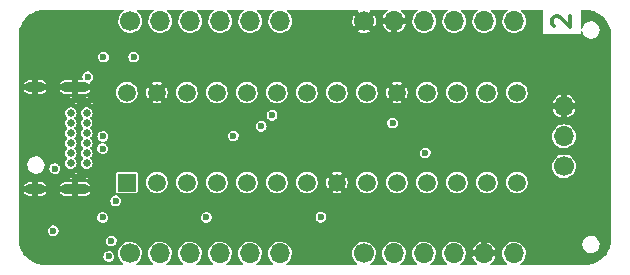
<source format=gbr>
%TF.GenerationSoftware,KiCad,Pcbnew,(6.0.7)*%
%TF.CreationDate,2022-12-19T16:29:32-08:00*%
%TF.ProjectId,Intermediary_revC_4layer,496e7465-726d-4656-9469-6172795f7265,rev?*%
%TF.SameCoordinates,Original*%
%TF.FileFunction,Copper,L2,Inr*%
%TF.FilePolarity,Positive*%
%FSLAX46Y46*%
G04 Gerber Fmt 4.6, Leading zero omitted, Abs format (unit mm)*
G04 Created by KiCad (PCBNEW (6.0.7)) date 2022-12-19 16:29:32*
%MOMM*%
%LPD*%
G01*
G04 APERTURE LIST*
%ADD10C,0.300000*%
%TA.AperFunction,NonConductor*%
%ADD11C,0.300000*%
%TD*%
%TA.AperFunction,ComponentPad*%
%ADD12C,0.650000*%
%TD*%
%TA.AperFunction,ComponentPad*%
%ADD13O,1.700000X0.900000*%
%TD*%
%TA.AperFunction,ComponentPad*%
%ADD14O,2.400000X0.900000*%
%TD*%
%TA.AperFunction,ComponentPad*%
%ADD15C,1.700000*%
%TD*%
%TA.AperFunction,ComponentPad*%
%ADD16O,1.700000X1.700000*%
%TD*%
%TA.AperFunction,ComponentPad*%
%ADD17R,1.508000X1.508000*%
%TD*%
%TA.AperFunction,ComponentPad*%
%ADD18C,1.508000*%
%TD*%
%TA.AperFunction,ViaPad*%
%ADD19C,0.600000*%
%TD*%
G04 APERTURE END LIST*
D10*
D11*
X165005628Y-85518571D02*
X164934200Y-85447142D01*
X164862771Y-85304285D01*
X164862771Y-84947142D01*
X164934200Y-84804285D01*
X165005628Y-84732857D01*
X165148485Y-84661428D01*
X165291342Y-84661428D01*
X165505628Y-84732857D01*
X166362771Y-85590000D01*
X166362771Y-84661428D01*
D12*
%TO.N,GNDREF*%
%TO.C,J5*%
X125465400Y-92021000D03*
%TO.N,+5V*%
X125465400Y-92871000D03*
%TO.N,Net-(J5-PadA5)*%
X125465400Y-93721000D03*
%TO.N,/D+*%
X125465400Y-94571000D03*
%TO.N,/D-*%
X125465400Y-95421000D03*
%TO.N,unconnected-(J5-PadA8)*%
X125465400Y-96271000D03*
%TO.N,+5V*%
X125465400Y-97121000D03*
%TO.N,GNDREF*%
X125465400Y-97971000D03*
X124115400Y-97971000D03*
%TO.N,+5V*%
X124115400Y-97121000D03*
%TO.N,Net-(J5-PadB5)*%
X124115400Y-96271000D03*
%TO.N,/D+*%
X124115400Y-95421000D03*
%TO.N,/D-*%
X124115400Y-94571000D03*
%TO.N,unconnected-(J5-PadB8)*%
X124115400Y-93721000D03*
%TO.N,+5V*%
X124115400Y-92871000D03*
%TO.N,GNDREF*%
X124115400Y-92021000D03*
D13*
X121105400Y-90671000D03*
X121105400Y-99321000D03*
D14*
X124485400Y-90671000D03*
X124485400Y-99321000D03*
%TD*%
D15*
%TO.N,/PIC32/RA0*%
%TO.C,J1*%
X129112200Y-104775000D03*
D16*
%TO.N,/PIC32/RA1*%
X131652200Y-104775000D03*
%TO.N,/PIC32/RB0*%
X134192200Y-104775000D03*
%TO.N,/PIC32/RB1*%
X136732200Y-104775000D03*
%TO.N,/CP2102N/TXD*%
X139272200Y-104775000D03*
%TO.N,/CP2102N/RXD*%
X141812200Y-104775000D03*
%TD*%
D15*
%TO.N,/PIC32/RB15*%
%TO.C,J3*%
X129137200Y-85090000D03*
D16*
%TO.N,/PIC32/RB14*%
X131677200Y-85090000D03*
%TO.N,/PIC32/RB13*%
X134217200Y-85090000D03*
%TO.N,+3V3*%
X136757200Y-85090000D03*
%TO.N,/RB11{slash}D-_PIC*%
X139297200Y-85090000D03*
%TO.N,/RB10{slash}D+_PIC*%
X141837200Y-85090000D03*
%TD*%
D15*
%TO.N,/PIC32/RB9{slash}TX_TGT*%
%TO.C,J6*%
X165862000Y-97394000D03*
D16*
%TO.N,/PIC32/RB8{slash}RX_TGT*%
X165862000Y-94854000D03*
%TO.N,GNDREF*%
X165862000Y-92314000D03*
%TD*%
D15*
%TO.N,GNDREF*%
%TO.C,J4*%
X148949200Y-85090000D03*
D16*
X151489200Y-85090000D03*
%TO.N,/PIC32/RB9{slash}TX_TGT*%
X154029200Y-85090000D03*
%TO.N,/PIC32/RB8{slash}RX_TGT*%
X156569200Y-85090000D03*
%TO.N,/PIC32/RB7*%
X159109200Y-85090000D03*
%TO.N,/VBUS_PIC*%
X161649200Y-85090000D03*
%TD*%
D15*
%TO.N,/RA2{slash}TXT_PIC*%
%TO.C,J2*%
X148924200Y-104775000D03*
D16*
%TO.N,/RA3{slash}RXT_PIC*%
X151464200Y-104775000D03*
%TO.N,/PIC32/RB4*%
X154004200Y-104775000D03*
%TO.N,/PIC32/RA4*%
X156544200Y-104775000D03*
%TO.N,GNDREF*%
X159084200Y-104775000D03*
%TO.N,/PIC32/RB5*%
X161624200Y-104775000D03*
%TD*%
D17*
%TO.N,/PIC32/~{MCLR}*%
%TO.C,U1*%
X128858200Y-98764500D03*
D18*
%TO.N,/PIC32/RA0*%
X131398200Y-98764500D03*
%TO.N,/PIC32/RA1*%
X133938200Y-98764500D03*
%TO.N,/PIC32/RB0*%
X136478200Y-98764500D03*
%TO.N,/PIC32/RB1*%
X139018200Y-98764500D03*
%TO.N,/CP2102N/TXD*%
X141558200Y-98764500D03*
%TO.N,/CP2102N/RXD*%
X144098200Y-98764500D03*
%TO.N,GNDREF*%
X146638200Y-98764500D03*
%TO.N,/RA2{slash}TXT_PIC*%
X149178200Y-98764500D03*
%TO.N,/RA3{slash}RXT_PIC*%
X151718200Y-98764500D03*
%TO.N,/PIC32/RB4*%
X154258200Y-98764500D03*
%TO.N,/PIC32/RA4*%
X156798200Y-98764500D03*
%TO.N,+3V3*%
X159338200Y-98764500D03*
%TO.N,/PIC32/RB5*%
X161878200Y-98764500D03*
%TO.N,/VBUS_PIC*%
X161878200Y-91144500D03*
%TO.N,/PIC32/RB7*%
X159338200Y-91144500D03*
%TO.N,/PIC32/RB8{slash}RX_TGT*%
X156798200Y-91144500D03*
%TO.N,/PIC32/RB9{slash}TX_TGT*%
X154258200Y-91144500D03*
%TO.N,GNDREF*%
X151718200Y-91144500D03*
%TO.N,Net-(C6-Pad1)*%
X149178200Y-91144500D03*
%TO.N,/RB10{slash}D+_PIC*%
X146638200Y-91144500D03*
%TO.N,/RB11{slash}D-_PIC*%
X144098200Y-91144500D03*
%TO.N,+3V3*%
X141558200Y-91144500D03*
%TO.N,/PIC32/RB13*%
X139018200Y-91144500D03*
%TO.N,/PIC32/RB14*%
X136478200Y-91144500D03*
%TO.N,/PIC32/RB15*%
X133938200Y-91144500D03*
%TO.N,GNDREF*%
X131398200Y-91144500D03*
%TO.N,+3V3*%
X128858200Y-91144500D03*
%TD*%
D19*
%TO.N,GNDREF*%
X132969000Y-88138000D03*
X143764000Y-95631000D03*
X142494000Y-94361000D03*
X131220400Y-94865000D03*
X143764000Y-94361000D03*
X150698200Y-88138000D03*
X134923000Y-94820000D03*
X142494000Y-95631000D03*
X140157200Y-88138000D03*
X157429200Y-101727000D03*
X145846800Y-88138000D03*
X148539200Y-96266000D03*
X124383800Y-85852000D03*
X140436600Y-101727000D03*
X160020000Y-88138000D03*
X120904000Y-94234000D03*
%TO.N,+3V3*%
X140233400Y-94005400D03*
X151358600Y-93726000D03*
X125552200Y-89814400D03*
X122625200Y-102850600D03*
X129438400Y-88138000D03*
X137871200Y-94818200D03*
X135585200Y-101727000D03*
%TO.N,Net-(D1-Pad1)*%
X127541617Y-103716417D03*
%TO.N,Net-(D3-Pad1)*%
X127329700Y-105029000D03*
%TO.N,/RB10{slash}D+_PIC*%
X127914400Y-100304600D03*
%TO.N,Net-(J5-PadB5)*%
X122758300Y-97586700D03*
X126826200Y-94869000D03*
%TO.N,/D+*%
X126800700Y-101726934D03*
X126802585Y-95888647D03*
%TO.N,/VREGIN_CP2102N*%
X154127200Y-96266000D03*
X126873000Y-88138000D03*
X141147800Y-93065600D03*
%TO.N,/RA2{slash}TXT_PIC*%
X145288000Y-101701600D03*
%TD*%
%TA.AperFunction,Conductor*%
%TO.N,GNDREF*%
G36*
X128571239Y-84142893D02*
G01*
X128596959Y-84187442D01*
X128588026Y-84238100D01*
X128570021Y-84259106D01*
X128434981Y-84367680D01*
X128434974Y-84367687D01*
X128432112Y-84369988D01*
X128305689Y-84520653D01*
X128303918Y-84523875D01*
X128303917Y-84523876D01*
X128268173Y-84588895D01*
X128210939Y-84693004D01*
X128151469Y-84880476D01*
X128129545Y-85075930D01*
X128129853Y-85079598D01*
X128129853Y-85079601D01*
X128145687Y-85268161D01*
X128146003Y-85271919D01*
X128200215Y-85460979D01*
X128290116Y-85635908D01*
X128412283Y-85790044D01*
X128415077Y-85792422D01*
X128415078Y-85792423D01*
X128515048Y-85877504D01*
X128562062Y-85917516D01*
X128565263Y-85919305D01*
X128565266Y-85919307D01*
X128633911Y-85957671D01*
X128733747Y-86013467D01*
X128737244Y-86014603D01*
X128737248Y-86014605D01*
X128818257Y-86040926D01*
X128920800Y-86074244D01*
X129020720Y-86086159D01*
X129112437Y-86097096D01*
X129112439Y-86097096D01*
X129116095Y-86097532D01*
X129312194Y-86082443D01*
X129460891Y-86040926D01*
X129498083Y-86030542D01*
X129498085Y-86030541D01*
X129501628Y-86029552D01*
X129647492Y-85955871D01*
X129673897Y-85942533D01*
X129673898Y-85942532D01*
X129677181Y-85940874D01*
X129832166Y-85819786D01*
X129960680Y-85670901D01*
X129973061Y-85649107D01*
X130056010Y-85503091D01*
X130056012Y-85503088D01*
X130057828Y-85499890D01*
X130088869Y-85406578D01*
X130118748Y-85316760D01*
X130118749Y-85316757D01*
X130119910Y-85313266D01*
X130141942Y-85138862D01*
X130144296Y-85120228D01*
X130144560Y-85118138D01*
X130144822Y-85099377D01*
X130144924Y-85092099D01*
X130144924Y-85092093D01*
X130144953Y-85090000D01*
X130143934Y-85079608D01*
X130126121Y-84897927D01*
X130126120Y-84897922D01*
X130125761Y-84894260D01*
X130068914Y-84705975D01*
X129976579Y-84532318D01*
X129852272Y-84379903D01*
X129705452Y-84258443D01*
X129679421Y-84214075D01*
X129688000Y-84163356D01*
X129727173Y-84130016D01*
X129753386Y-84125300D01*
X131062901Y-84125300D01*
X131111239Y-84142893D01*
X131136959Y-84187442D01*
X131128026Y-84238100D01*
X131110021Y-84259106D01*
X130974981Y-84367680D01*
X130974974Y-84367687D01*
X130972112Y-84369988D01*
X130845689Y-84520653D01*
X130843918Y-84523875D01*
X130843917Y-84523876D01*
X130808173Y-84588895D01*
X130750939Y-84693004D01*
X130691469Y-84880476D01*
X130669545Y-85075930D01*
X130669853Y-85079598D01*
X130669853Y-85079601D01*
X130685687Y-85268161D01*
X130686003Y-85271919D01*
X130740215Y-85460979D01*
X130830116Y-85635908D01*
X130952283Y-85790044D01*
X130955077Y-85792422D01*
X130955078Y-85792423D01*
X131055048Y-85877504D01*
X131102062Y-85917516D01*
X131105263Y-85919305D01*
X131105266Y-85919307D01*
X131173911Y-85957671D01*
X131273747Y-86013467D01*
X131277244Y-86014603D01*
X131277248Y-86014605D01*
X131358257Y-86040926D01*
X131460800Y-86074244D01*
X131560720Y-86086159D01*
X131652437Y-86097096D01*
X131652439Y-86097096D01*
X131656095Y-86097532D01*
X131852194Y-86082443D01*
X132000891Y-86040926D01*
X132038083Y-86030542D01*
X132038085Y-86030541D01*
X132041628Y-86029552D01*
X132187492Y-85955871D01*
X132213897Y-85942533D01*
X132213898Y-85942532D01*
X132217181Y-85940874D01*
X132372166Y-85819786D01*
X132500680Y-85670901D01*
X132513061Y-85649107D01*
X132596010Y-85503091D01*
X132596012Y-85503088D01*
X132597828Y-85499890D01*
X132628869Y-85406578D01*
X132658748Y-85316760D01*
X132658749Y-85316757D01*
X132659910Y-85313266D01*
X132681942Y-85138862D01*
X132684296Y-85120228D01*
X132684560Y-85118138D01*
X132684822Y-85099377D01*
X132684924Y-85092099D01*
X132684924Y-85092093D01*
X132684953Y-85090000D01*
X132683934Y-85079608D01*
X132666121Y-84897927D01*
X132666120Y-84897922D01*
X132665761Y-84894260D01*
X132608914Y-84705975D01*
X132516579Y-84532318D01*
X132392272Y-84379903D01*
X132245452Y-84258443D01*
X132219421Y-84214075D01*
X132228000Y-84163356D01*
X132267173Y-84130016D01*
X132293386Y-84125300D01*
X133602901Y-84125300D01*
X133651239Y-84142893D01*
X133676959Y-84187442D01*
X133668026Y-84238100D01*
X133650021Y-84259106D01*
X133514981Y-84367680D01*
X133514974Y-84367687D01*
X133512112Y-84369988D01*
X133385689Y-84520653D01*
X133383918Y-84523875D01*
X133383917Y-84523876D01*
X133348173Y-84588895D01*
X133290939Y-84693004D01*
X133231469Y-84880476D01*
X133209545Y-85075930D01*
X133209853Y-85079598D01*
X133209853Y-85079601D01*
X133225687Y-85268161D01*
X133226003Y-85271919D01*
X133280215Y-85460979D01*
X133370116Y-85635908D01*
X133492283Y-85790044D01*
X133495077Y-85792422D01*
X133495078Y-85792423D01*
X133595048Y-85877504D01*
X133642062Y-85917516D01*
X133645263Y-85919305D01*
X133645266Y-85919307D01*
X133713911Y-85957671D01*
X133813747Y-86013467D01*
X133817244Y-86014603D01*
X133817248Y-86014605D01*
X133898257Y-86040926D01*
X134000800Y-86074244D01*
X134100720Y-86086159D01*
X134192437Y-86097096D01*
X134192439Y-86097096D01*
X134196095Y-86097532D01*
X134392194Y-86082443D01*
X134540891Y-86040926D01*
X134578083Y-86030542D01*
X134578085Y-86030541D01*
X134581628Y-86029552D01*
X134727492Y-85955871D01*
X134753897Y-85942533D01*
X134753898Y-85942532D01*
X134757181Y-85940874D01*
X134912166Y-85819786D01*
X135040680Y-85670901D01*
X135053061Y-85649107D01*
X135136010Y-85503091D01*
X135136012Y-85503088D01*
X135137828Y-85499890D01*
X135168869Y-85406578D01*
X135198748Y-85316760D01*
X135198749Y-85316757D01*
X135199910Y-85313266D01*
X135221942Y-85138862D01*
X135224296Y-85120228D01*
X135224560Y-85118138D01*
X135224822Y-85099377D01*
X135224924Y-85092099D01*
X135224924Y-85092093D01*
X135224953Y-85090000D01*
X135223934Y-85079608D01*
X135206121Y-84897927D01*
X135206120Y-84897922D01*
X135205761Y-84894260D01*
X135148914Y-84705975D01*
X135056579Y-84532318D01*
X134932272Y-84379903D01*
X134785452Y-84258443D01*
X134759421Y-84214075D01*
X134768000Y-84163356D01*
X134807173Y-84130016D01*
X134833386Y-84125300D01*
X136142901Y-84125300D01*
X136191239Y-84142893D01*
X136216959Y-84187442D01*
X136208026Y-84238100D01*
X136190021Y-84259106D01*
X136054981Y-84367680D01*
X136054974Y-84367687D01*
X136052112Y-84369988D01*
X135925689Y-84520653D01*
X135923918Y-84523875D01*
X135923917Y-84523876D01*
X135888173Y-84588895D01*
X135830939Y-84693004D01*
X135771469Y-84880476D01*
X135749545Y-85075930D01*
X135749853Y-85079598D01*
X135749853Y-85079601D01*
X135765687Y-85268161D01*
X135766003Y-85271919D01*
X135820215Y-85460979D01*
X135910116Y-85635908D01*
X136032283Y-85790044D01*
X136035077Y-85792422D01*
X136035078Y-85792423D01*
X136135048Y-85877504D01*
X136182062Y-85917516D01*
X136185263Y-85919305D01*
X136185266Y-85919307D01*
X136253911Y-85957671D01*
X136353747Y-86013467D01*
X136357244Y-86014603D01*
X136357248Y-86014605D01*
X136438257Y-86040926D01*
X136540800Y-86074244D01*
X136640720Y-86086159D01*
X136732437Y-86097096D01*
X136732439Y-86097096D01*
X136736095Y-86097532D01*
X136932194Y-86082443D01*
X137080891Y-86040926D01*
X137118083Y-86030542D01*
X137118085Y-86030541D01*
X137121628Y-86029552D01*
X137267492Y-85955871D01*
X137293897Y-85942533D01*
X137293898Y-85942532D01*
X137297181Y-85940874D01*
X137452166Y-85819786D01*
X137580680Y-85670901D01*
X137593061Y-85649107D01*
X137676010Y-85503091D01*
X137676012Y-85503088D01*
X137677828Y-85499890D01*
X137708869Y-85406578D01*
X137738748Y-85316760D01*
X137738749Y-85316757D01*
X137739910Y-85313266D01*
X137761942Y-85138862D01*
X137764296Y-85120228D01*
X137764560Y-85118138D01*
X137764822Y-85099377D01*
X137764924Y-85092099D01*
X137764924Y-85092093D01*
X137764953Y-85090000D01*
X137763934Y-85079608D01*
X137746121Y-84897927D01*
X137746120Y-84897922D01*
X137745761Y-84894260D01*
X137688914Y-84705975D01*
X137596579Y-84532318D01*
X137472272Y-84379903D01*
X137325452Y-84258443D01*
X137299421Y-84214075D01*
X137308000Y-84163356D01*
X137347173Y-84130016D01*
X137373386Y-84125300D01*
X138682901Y-84125300D01*
X138731239Y-84142893D01*
X138756959Y-84187442D01*
X138748026Y-84238100D01*
X138730021Y-84259106D01*
X138594981Y-84367680D01*
X138594974Y-84367687D01*
X138592112Y-84369988D01*
X138465689Y-84520653D01*
X138463918Y-84523875D01*
X138463917Y-84523876D01*
X138428173Y-84588895D01*
X138370939Y-84693004D01*
X138311469Y-84880476D01*
X138289545Y-85075930D01*
X138289853Y-85079598D01*
X138289853Y-85079601D01*
X138305687Y-85268161D01*
X138306003Y-85271919D01*
X138360215Y-85460979D01*
X138450116Y-85635908D01*
X138572283Y-85790044D01*
X138575077Y-85792422D01*
X138575078Y-85792423D01*
X138675048Y-85877504D01*
X138722062Y-85917516D01*
X138725263Y-85919305D01*
X138725266Y-85919307D01*
X138793911Y-85957671D01*
X138893747Y-86013467D01*
X138897244Y-86014603D01*
X138897248Y-86014605D01*
X138978257Y-86040926D01*
X139080800Y-86074244D01*
X139180720Y-86086159D01*
X139272437Y-86097096D01*
X139272439Y-86097096D01*
X139276095Y-86097532D01*
X139472194Y-86082443D01*
X139620891Y-86040926D01*
X139658083Y-86030542D01*
X139658085Y-86030541D01*
X139661628Y-86029552D01*
X139807492Y-85955871D01*
X139833897Y-85942533D01*
X139833898Y-85942532D01*
X139837181Y-85940874D01*
X139992166Y-85819786D01*
X140120680Y-85670901D01*
X140133061Y-85649107D01*
X140216010Y-85503091D01*
X140216012Y-85503088D01*
X140217828Y-85499890D01*
X140248869Y-85406578D01*
X140278748Y-85316760D01*
X140278749Y-85316757D01*
X140279910Y-85313266D01*
X140301942Y-85138862D01*
X140304296Y-85120228D01*
X140304560Y-85118138D01*
X140304822Y-85099377D01*
X140304924Y-85092099D01*
X140304924Y-85092093D01*
X140304953Y-85090000D01*
X140303934Y-85079608D01*
X140286121Y-84897927D01*
X140286120Y-84897922D01*
X140285761Y-84894260D01*
X140228914Y-84705975D01*
X140136579Y-84532318D01*
X140012272Y-84379903D01*
X139865452Y-84258443D01*
X139839421Y-84214075D01*
X139848000Y-84163356D01*
X139887173Y-84130016D01*
X139913386Y-84125300D01*
X141222901Y-84125300D01*
X141271239Y-84142893D01*
X141296959Y-84187442D01*
X141288026Y-84238100D01*
X141270021Y-84259106D01*
X141134981Y-84367680D01*
X141134974Y-84367687D01*
X141132112Y-84369988D01*
X141005689Y-84520653D01*
X141003918Y-84523875D01*
X141003917Y-84523876D01*
X140968173Y-84588895D01*
X140910939Y-84693004D01*
X140851469Y-84880476D01*
X140829545Y-85075930D01*
X140829853Y-85079598D01*
X140829853Y-85079601D01*
X140845687Y-85268161D01*
X140846003Y-85271919D01*
X140900215Y-85460979D01*
X140990116Y-85635908D01*
X141112283Y-85790044D01*
X141115077Y-85792422D01*
X141115078Y-85792423D01*
X141215048Y-85877504D01*
X141262062Y-85917516D01*
X141265263Y-85919305D01*
X141265266Y-85919307D01*
X141333911Y-85957671D01*
X141433747Y-86013467D01*
X141437244Y-86014603D01*
X141437248Y-86014605D01*
X141518257Y-86040926D01*
X141620800Y-86074244D01*
X141720720Y-86086159D01*
X141812437Y-86097096D01*
X141812439Y-86097096D01*
X141816095Y-86097532D01*
X142012194Y-86082443D01*
X142160891Y-86040926D01*
X142198083Y-86030542D01*
X142198085Y-86030541D01*
X142201628Y-86029552D01*
X142347492Y-85955871D01*
X148447769Y-85955871D01*
X148448251Y-85957671D01*
X148450382Y-85959597D01*
X148542737Y-86011211D01*
X148549450Y-86014144D01*
X148729410Y-86072616D01*
X148736558Y-86074188D01*
X148924448Y-86096593D01*
X148931781Y-86096746D01*
X149120439Y-86082230D01*
X149127647Y-86080959D01*
X149309908Y-86030071D01*
X149316723Y-86027428D01*
X149444873Y-85962695D01*
X149452271Y-85954817D01*
X149452327Y-85953811D01*
X149450129Y-85950139D01*
X148958577Y-85458587D01*
X148948778Y-85454018D01*
X148942787Y-85455623D01*
X148452338Y-85946072D01*
X148447769Y-85955871D01*
X142347492Y-85955871D01*
X142373897Y-85942533D01*
X142373898Y-85942532D01*
X142377181Y-85940874D01*
X142532166Y-85819786D01*
X142660680Y-85670901D01*
X142673061Y-85649107D01*
X142756010Y-85503091D01*
X142756012Y-85503088D01*
X142757828Y-85499890D01*
X142788869Y-85406578D01*
X142818748Y-85316760D01*
X142818749Y-85316757D01*
X142819910Y-85313266D01*
X142841942Y-85138862D01*
X142844296Y-85120228D01*
X142844560Y-85118138D01*
X142844822Y-85099377D01*
X142844924Y-85092099D01*
X142844924Y-85092093D01*
X142844953Y-85090000D01*
X142843934Y-85079608D01*
X147942356Y-85079608D01*
X147958190Y-85268161D01*
X147959512Y-85275363D01*
X148011670Y-85457261D01*
X148014364Y-85464063D01*
X148076726Y-85585410D01*
X148084657Y-85592754D01*
X148085805Y-85592810D01*
X148089271Y-85590719D01*
X148580613Y-85099377D01*
X148584788Y-85090422D01*
X149313218Y-85090422D01*
X149314823Y-85096413D01*
X149805189Y-85586779D01*
X149814988Y-85591348D01*
X149816925Y-85590829D01*
X149818701Y-85588878D01*
X149867553Y-85502882D01*
X149870528Y-85496200D01*
X149919411Y-85349250D01*
X150521398Y-85349250D01*
X150521554Y-85352235D01*
X150551670Y-85457261D01*
X150554364Y-85464063D01*
X150640857Y-85632363D01*
X150644823Y-85638518D01*
X150762364Y-85786817D01*
X150767440Y-85792074D01*
X150911555Y-85914725D01*
X150917553Y-85918894D01*
X151082737Y-86011211D01*
X151089450Y-86014144D01*
X151222589Y-86057403D01*
X151233392Y-86057026D01*
X151234194Y-86056304D01*
X151235200Y-86052269D01*
X151235200Y-86046606D01*
X151743200Y-86046606D01*
X151746897Y-86056763D01*
X151748574Y-86057732D01*
X151751322Y-86057597D01*
X151849901Y-86030073D01*
X151856734Y-86027422D01*
X152025628Y-85942108D01*
X152031811Y-85938184D01*
X152180920Y-85821687D01*
X152186223Y-85816637D01*
X152309864Y-85673397D01*
X152314086Y-85667412D01*
X152407554Y-85502880D01*
X152410528Y-85496200D01*
X152456973Y-85356582D01*
X152456671Y-85345777D01*
X152456050Y-85345078D01*
X152451790Y-85344000D01*
X151756459Y-85344000D01*
X151746302Y-85347697D01*
X151743200Y-85353069D01*
X151743200Y-86046606D01*
X151235200Y-86046606D01*
X151235200Y-85357259D01*
X151231503Y-85347102D01*
X151226131Y-85344000D01*
X150532452Y-85344000D01*
X150522295Y-85347697D01*
X150521398Y-85349250D01*
X149919411Y-85349250D01*
X149930259Y-85316641D01*
X149931880Y-85309507D01*
X149955793Y-85120215D01*
X149956086Y-85116020D01*
X149956421Y-85092099D01*
X149956245Y-85087907D01*
X149937627Y-84898024D01*
X149936201Y-84890828D01*
X149881512Y-84709688D01*
X149878724Y-84702923D01*
X149821341Y-84595002D01*
X149813308Y-84587769D01*
X149811872Y-84587719D01*
X149808822Y-84589588D01*
X149317787Y-85080623D01*
X149313218Y-85090422D01*
X148584788Y-85090422D01*
X148585182Y-85089578D01*
X148583577Y-85083587D01*
X148093009Y-84593019D01*
X148083210Y-84588450D01*
X148081548Y-84588895D01*
X148079472Y-84591208D01*
X148025175Y-84689975D01*
X148022288Y-84696711D01*
X147965074Y-84877074D01*
X147963551Y-84884239D01*
X147942459Y-85072275D01*
X147942356Y-85079608D01*
X142843934Y-85079608D01*
X142826121Y-84897927D01*
X142826120Y-84897922D01*
X142825761Y-84894260D01*
X142768914Y-84705975D01*
X142676579Y-84532318D01*
X142552272Y-84379903D01*
X142405452Y-84258443D01*
X142379421Y-84214075D01*
X142388000Y-84163356D01*
X142427173Y-84130016D01*
X142453386Y-84125300D01*
X148372516Y-84125300D01*
X148420854Y-84142893D01*
X148446574Y-84187442D01*
X148447650Y-84203649D01*
X148446672Y-84226984D01*
X148448654Y-84230244D01*
X148939823Y-84721413D01*
X148949622Y-84725982D01*
X148955613Y-84724377D01*
X149446337Y-84233653D01*
X149450906Y-84223854D01*
X149449863Y-84219963D01*
X149454347Y-84168719D01*
X149490720Y-84132346D01*
X149522501Y-84125300D01*
X150875699Y-84125300D01*
X150924037Y-84142893D01*
X150949757Y-84187442D01*
X150940824Y-84238100D01*
X150922820Y-84259106D01*
X150787328Y-84368044D01*
X150782103Y-84373161D01*
X150660466Y-84518122D01*
X150656332Y-84524160D01*
X150565175Y-84689975D01*
X150562288Y-84696711D01*
X150522112Y-84823361D01*
X150522565Y-84834161D01*
X150523388Y-84835063D01*
X150527205Y-84836000D01*
X152446389Y-84836000D01*
X152456546Y-84832303D01*
X152457299Y-84830999D01*
X152457094Y-84827540D01*
X152421512Y-84709688D01*
X152418724Y-84702922D01*
X152329884Y-84535839D01*
X152325839Y-84529751D01*
X152206241Y-84383109D01*
X152201078Y-84377910D01*
X152056667Y-84258443D01*
X152030636Y-84214075D01*
X152039215Y-84163356D01*
X152078388Y-84130016D01*
X152104601Y-84125300D01*
X153414901Y-84125300D01*
X153463239Y-84142893D01*
X153488959Y-84187442D01*
X153480026Y-84238100D01*
X153462021Y-84259106D01*
X153326981Y-84367680D01*
X153326974Y-84367687D01*
X153324112Y-84369988D01*
X153197689Y-84520653D01*
X153195918Y-84523875D01*
X153195917Y-84523876D01*
X153160173Y-84588895D01*
X153102939Y-84693004D01*
X153043469Y-84880476D01*
X153021545Y-85075930D01*
X153021853Y-85079598D01*
X153021853Y-85079601D01*
X153037687Y-85268161D01*
X153038003Y-85271919D01*
X153092215Y-85460979D01*
X153182116Y-85635908D01*
X153304283Y-85790044D01*
X153307077Y-85792422D01*
X153307078Y-85792423D01*
X153407048Y-85877504D01*
X153454062Y-85917516D01*
X153457263Y-85919305D01*
X153457266Y-85919307D01*
X153525911Y-85957671D01*
X153625747Y-86013467D01*
X153629244Y-86014603D01*
X153629248Y-86014605D01*
X153710257Y-86040926D01*
X153812800Y-86074244D01*
X153912720Y-86086159D01*
X154004437Y-86097096D01*
X154004439Y-86097096D01*
X154008095Y-86097532D01*
X154204194Y-86082443D01*
X154352891Y-86040926D01*
X154390083Y-86030542D01*
X154390085Y-86030541D01*
X154393628Y-86029552D01*
X154539492Y-85955871D01*
X154565897Y-85942533D01*
X154565898Y-85942532D01*
X154569181Y-85940874D01*
X154724166Y-85819786D01*
X154852680Y-85670901D01*
X154865061Y-85649107D01*
X154948010Y-85503091D01*
X154948012Y-85503088D01*
X154949828Y-85499890D01*
X154980869Y-85406578D01*
X155010748Y-85316760D01*
X155010749Y-85316757D01*
X155011910Y-85313266D01*
X155033942Y-85138862D01*
X155036296Y-85120228D01*
X155036560Y-85118138D01*
X155036822Y-85099377D01*
X155036924Y-85092099D01*
X155036924Y-85092093D01*
X155036953Y-85090000D01*
X155035934Y-85079608D01*
X155018121Y-84897927D01*
X155018120Y-84897922D01*
X155017761Y-84894260D01*
X154960914Y-84705975D01*
X154868579Y-84532318D01*
X154744272Y-84379903D01*
X154597452Y-84258443D01*
X154571421Y-84214075D01*
X154580000Y-84163356D01*
X154619173Y-84130016D01*
X154645386Y-84125300D01*
X155954901Y-84125300D01*
X156003239Y-84142893D01*
X156028959Y-84187442D01*
X156020026Y-84238100D01*
X156002021Y-84259106D01*
X155866981Y-84367680D01*
X155866974Y-84367687D01*
X155864112Y-84369988D01*
X155737689Y-84520653D01*
X155735918Y-84523875D01*
X155735917Y-84523876D01*
X155700173Y-84588895D01*
X155642939Y-84693004D01*
X155583469Y-84880476D01*
X155561545Y-85075930D01*
X155561853Y-85079598D01*
X155561853Y-85079601D01*
X155577687Y-85268161D01*
X155578003Y-85271919D01*
X155632215Y-85460979D01*
X155722116Y-85635908D01*
X155844283Y-85790044D01*
X155847077Y-85792422D01*
X155847078Y-85792423D01*
X155947048Y-85877504D01*
X155994062Y-85917516D01*
X155997263Y-85919305D01*
X155997266Y-85919307D01*
X156065911Y-85957671D01*
X156165747Y-86013467D01*
X156169244Y-86014603D01*
X156169248Y-86014605D01*
X156250257Y-86040926D01*
X156352800Y-86074244D01*
X156452720Y-86086159D01*
X156544437Y-86097096D01*
X156544439Y-86097096D01*
X156548095Y-86097532D01*
X156744194Y-86082443D01*
X156892891Y-86040926D01*
X156930083Y-86030542D01*
X156930085Y-86030541D01*
X156933628Y-86029552D01*
X157079492Y-85955871D01*
X157105897Y-85942533D01*
X157105898Y-85942532D01*
X157109181Y-85940874D01*
X157264166Y-85819786D01*
X157392680Y-85670901D01*
X157405061Y-85649107D01*
X157488010Y-85503091D01*
X157488012Y-85503088D01*
X157489828Y-85499890D01*
X157520869Y-85406578D01*
X157550748Y-85316760D01*
X157550749Y-85316757D01*
X157551910Y-85313266D01*
X157573942Y-85138862D01*
X157576296Y-85120228D01*
X157576560Y-85118138D01*
X157576822Y-85099377D01*
X157576924Y-85092099D01*
X157576924Y-85092093D01*
X157576953Y-85090000D01*
X157575934Y-85079608D01*
X157558121Y-84897927D01*
X157558120Y-84897922D01*
X157557761Y-84894260D01*
X157500914Y-84705975D01*
X157408579Y-84532318D01*
X157284272Y-84379903D01*
X157137452Y-84258443D01*
X157111421Y-84214075D01*
X157120000Y-84163356D01*
X157159173Y-84130016D01*
X157185386Y-84125300D01*
X158494901Y-84125300D01*
X158543239Y-84142893D01*
X158568959Y-84187442D01*
X158560026Y-84238100D01*
X158542021Y-84259106D01*
X158406981Y-84367680D01*
X158406974Y-84367687D01*
X158404112Y-84369988D01*
X158277689Y-84520653D01*
X158275918Y-84523875D01*
X158275917Y-84523876D01*
X158240173Y-84588895D01*
X158182939Y-84693004D01*
X158123469Y-84880476D01*
X158101545Y-85075930D01*
X158101853Y-85079598D01*
X158101853Y-85079601D01*
X158117687Y-85268161D01*
X158118003Y-85271919D01*
X158172215Y-85460979D01*
X158262116Y-85635908D01*
X158384283Y-85790044D01*
X158387077Y-85792422D01*
X158387078Y-85792423D01*
X158487048Y-85877504D01*
X158534062Y-85917516D01*
X158537263Y-85919305D01*
X158537266Y-85919307D01*
X158605911Y-85957671D01*
X158705747Y-86013467D01*
X158709244Y-86014603D01*
X158709248Y-86014605D01*
X158790257Y-86040926D01*
X158892800Y-86074244D01*
X158992720Y-86086159D01*
X159084437Y-86097096D01*
X159084439Y-86097096D01*
X159088095Y-86097532D01*
X159284194Y-86082443D01*
X159432891Y-86040926D01*
X159470083Y-86030542D01*
X159470085Y-86030541D01*
X159473628Y-86029552D01*
X159619492Y-85955871D01*
X159645897Y-85942533D01*
X159645898Y-85942532D01*
X159649181Y-85940874D01*
X159804166Y-85819786D01*
X159932680Y-85670901D01*
X159945061Y-85649107D01*
X160028010Y-85503091D01*
X160028012Y-85503088D01*
X160029828Y-85499890D01*
X160060869Y-85406578D01*
X160090748Y-85316760D01*
X160090749Y-85316757D01*
X160091910Y-85313266D01*
X160113942Y-85138862D01*
X160116296Y-85120228D01*
X160116560Y-85118138D01*
X160116822Y-85099377D01*
X160116924Y-85092099D01*
X160116924Y-85092093D01*
X160116953Y-85090000D01*
X160115934Y-85079608D01*
X160098121Y-84897927D01*
X160098120Y-84897922D01*
X160097761Y-84894260D01*
X160040914Y-84705975D01*
X159948579Y-84532318D01*
X159824272Y-84379903D01*
X159677452Y-84258443D01*
X159651421Y-84214075D01*
X159660000Y-84163356D01*
X159699173Y-84130016D01*
X159725386Y-84125300D01*
X161034901Y-84125300D01*
X161083239Y-84142893D01*
X161108959Y-84187442D01*
X161100026Y-84238100D01*
X161082021Y-84259106D01*
X160946981Y-84367680D01*
X160946974Y-84367687D01*
X160944112Y-84369988D01*
X160817689Y-84520653D01*
X160815918Y-84523875D01*
X160815917Y-84523876D01*
X160780173Y-84588895D01*
X160722939Y-84693004D01*
X160663469Y-84880476D01*
X160641545Y-85075930D01*
X160641853Y-85079598D01*
X160641853Y-85079601D01*
X160657687Y-85268161D01*
X160658003Y-85271919D01*
X160712215Y-85460979D01*
X160802116Y-85635908D01*
X160924283Y-85790044D01*
X160927077Y-85792422D01*
X160927078Y-85792423D01*
X161027048Y-85877504D01*
X161074062Y-85917516D01*
X161077263Y-85919305D01*
X161077266Y-85919307D01*
X161145911Y-85957671D01*
X161245747Y-86013467D01*
X161249244Y-86014603D01*
X161249248Y-86014605D01*
X161330257Y-86040926D01*
X161432800Y-86074244D01*
X161532720Y-86086159D01*
X161624437Y-86097096D01*
X161624439Y-86097096D01*
X161628095Y-86097532D01*
X161824194Y-86082443D01*
X161972891Y-86040926D01*
X162010083Y-86030542D01*
X162010085Y-86030541D01*
X162013628Y-86029552D01*
X162159492Y-85955871D01*
X162185897Y-85942533D01*
X162185898Y-85942532D01*
X162189181Y-85940874D01*
X162344166Y-85819786D01*
X162472680Y-85670901D01*
X162485061Y-85649107D01*
X162568010Y-85503091D01*
X162568012Y-85503088D01*
X162569828Y-85499890D01*
X162600869Y-85406578D01*
X162630748Y-85316760D01*
X162630749Y-85316757D01*
X162631910Y-85313266D01*
X162653942Y-85138862D01*
X162656296Y-85120228D01*
X162656560Y-85118138D01*
X162656822Y-85099377D01*
X162656924Y-85092099D01*
X162656924Y-85092093D01*
X162656953Y-85090000D01*
X162655934Y-85079608D01*
X162638121Y-84897927D01*
X162638120Y-84897922D01*
X162637761Y-84894260D01*
X162580914Y-84705975D01*
X162488579Y-84532318D01*
X162364272Y-84379903D01*
X162217452Y-84258443D01*
X162191421Y-84214075D01*
X162200000Y-84163356D01*
X162239173Y-84130016D01*
X162265386Y-84125300D01*
X164008800Y-84125300D01*
X164057138Y-84142893D01*
X164082858Y-84187442D01*
X164084000Y-84200500D01*
X164084000Y-86182200D01*
X167284400Y-86182200D01*
X167284400Y-86012097D01*
X167301993Y-85963759D01*
X167346542Y-85938039D01*
X167397200Y-85946972D01*
X167430265Y-85986377D01*
X167433714Y-85999362D01*
X167443996Y-86059200D01*
X167510544Y-86215598D01*
X167611287Y-86352493D01*
X167740821Y-86462540D01*
X167892196Y-86539836D01*
X168057294Y-86580235D01*
X168060635Y-86580442D01*
X168060640Y-86580443D01*
X168063832Y-86580641D01*
X168068014Y-86580900D01*
X168190560Y-86580900D01*
X168192720Y-86580648D01*
X168192723Y-86580648D01*
X168234018Y-86575833D01*
X168316825Y-86566179D01*
X168320934Y-86564687D01*
X168320936Y-86564687D01*
X168472486Y-86509677D01*
X168472488Y-86509676D01*
X168476593Y-86508186D01*
X168618736Y-86414993D01*
X168735626Y-86291601D01*
X168779773Y-86215598D01*
X168818802Y-86148404D01*
X168820996Y-86144627D01*
X168870264Y-85981956D01*
X168870534Y-85977600D01*
X168870535Y-85977596D01*
X168880518Y-85816673D01*
X168880518Y-85816669D01*
X168880788Y-85812314D01*
X168852004Y-85644800D01*
X168791617Y-85502882D01*
X168787168Y-85492425D01*
X168787167Y-85492424D01*
X168785456Y-85488402D01*
X168684713Y-85351507D01*
X168555179Y-85241460D01*
X168403804Y-85164164D01*
X168238706Y-85123765D01*
X168235365Y-85123558D01*
X168235360Y-85123557D01*
X168232048Y-85123352D01*
X168227986Y-85123100D01*
X168105440Y-85123100D01*
X168103280Y-85123352D01*
X168103277Y-85123352D01*
X168061982Y-85128167D01*
X167979175Y-85137821D01*
X167975066Y-85139313D01*
X167975064Y-85139313D01*
X167823514Y-85194323D01*
X167823512Y-85194324D01*
X167819407Y-85195814D01*
X167815756Y-85198208D01*
X167697936Y-85275454D01*
X167677264Y-85289007D01*
X167560374Y-85412399D01*
X167558180Y-85416177D01*
X167558178Y-85416179D01*
X167513891Y-85492425D01*
X167475004Y-85559373D01*
X167473738Y-85563552D01*
X167473737Y-85563555D01*
X167431571Y-85702778D01*
X167400722Y-85743941D01*
X167350631Y-85755643D01*
X167304737Y-85732410D01*
X167284400Y-85680980D01*
X167284400Y-84200500D01*
X167301993Y-84152162D01*
X167346542Y-84126442D01*
X167359600Y-84125300D01*
X167606707Y-84125300D01*
X167619764Y-84126442D01*
X167640000Y-84130010D01*
X167651149Y-84128044D01*
X167668748Y-84127039D01*
X167904826Y-84141319D01*
X167913841Y-84142414D01*
X168170323Y-84189416D01*
X168179140Y-84191589D01*
X168251301Y-84214075D01*
X168428097Y-84269167D01*
X168436577Y-84272383D01*
X168674370Y-84379405D01*
X168682405Y-84383622D01*
X168905573Y-84518532D01*
X168913032Y-84523681D01*
X169118301Y-84684499D01*
X169125098Y-84690521D01*
X169309479Y-84874902D01*
X169315501Y-84881699D01*
X169476319Y-85086968D01*
X169481468Y-85094427D01*
X169611489Y-85309507D01*
X169616377Y-85317592D01*
X169620595Y-85325630D01*
X169699024Y-85499890D01*
X169727615Y-85563417D01*
X169730833Y-85571903D01*
X169737331Y-85592754D01*
X169808411Y-85820860D01*
X169810584Y-85829677D01*
X169857586Y-86086159D01*
X169858681Y-86095174D01*
X169872961Y-86331252D01*
X169871956Y-86348850D01*
X169869990Y-86360000D01*
X169871132Y-86366477D01*
X169873558Y-86380235D01*
X169874700Y-86393293D01*
X169874700Y-103471707D01*
X169873558Y-103484764D01*
X169869990Y-103505000D01*
X169871132Y-103511477D01*
X169871956Y-103516150D01*
X169872961Y-103533748D01*
X169858681Y-103769826D01*
X169857586Y-103778841D01*
X169810584Y-104035323D01*
X169808411Y-104044140D01*
X169799959Y-104071264D01*
X169757078Y-104208876D01*
X169730835Y-104293092D01*
X169727617Y-104301577D01*
X169632945Y-104511931D01*
X169620597Y-104539367D01*
X169616378Y-104547405D01*
X169481468Y-104770573D01*
X169476319Y-104778032D01*
X169315501Y-104983301D01*
X169309479Y-104990098D01*
X169125098Y-105174479D01*
X169118301Y-105180501D01*
X168913032Y-105341319D01*
X168905573Y-105346468D01*
X168682408Y-105481377D01*
X168674370Y-105485595D01*
X168436577Y-105592617D01*
X168428097Y-105595833D01*
X168328400Y-105626900D01*
X168179140Y-105673411D01*
X168170323Y-105675584D01*
X167913841Y-105722586D01*
X167904826Y-105723681D01*
X167668748Y-105737961D01*
X167651150Y-105736956D01*
X167646477Y-105736132D01*
X167640000Y-105734990D01*
X167623151Y-105737961D01*
X167619765Y-105738558D01*
X167606707Y-105739700D01*
X162236887Y-105739700D01*
X162188549Y-105722107D01*
X162162829Y-105677558D01*
X162171762Y-105626900D01*
X162190589Y-105605242D01*
X162316267Y-105507051D01*
X162319166Y-105504786D01*
X162447680Y-105355901D01*
X162469573Y-105317363D01*
X162543010Y-105188091D01*
X162543012Y-105188088D01*
X162544828Y-105184890D01*
X162592967Y-105040179D01*
X162605748Y-105001760D01*
X162605749Y-105001757D01*
X162606910Y-104998266D01*
X162631560Y-104803138D01*
X162631846Y-104782640D01*
X162631924Y-104777099D01*
X162631924Y-104777093D01*
X162631953Y-104775000D01*
X162631518Y-104770566D01*
X162613121Y-104582927D01*
X162613120Y-104582922D01*
X162612761Y-104579260D01*
X162555914Y-104390975D01*
X162463579Y-104217318D01*
X162339272Y-104064903D01*
X162324504Y-104052686D01*
X167415212Y-104052686D01*
X167443996Y-104220200D01*
X167510544Y-104376598D01*
X167611287Y-104513493D01*
X167740821Y-104623540D01*
X167892196Y-104700836D01*
X168057294Y-104741235D01*
X168060635Y-104741442D01*
X168060640Y-104741443D01*
X168063832Y-104741641D01*
X168068014Y-104741900D01*
X168190560Y-104741900D01*
X168192720Y-104741648D01*
X168192723Y-104741648D01*
X168234018Y-104736833D01*
X168316825Y-104727179D01*
X168320934Y-104725687D01*
X168320936Y-104725687D01*
X168472486Y-104670677D01*
X168472488Y-104670676D01*
X168476593Y-104669186D01*
X168618736Y-104575993D01*
X168735626Y-104452601D01*
X168769377Y-104394496D01*
X168818802Y-104309404D01*
X168820996Y-104305627D01*
X168861962Y-104170367D01*
X168868997Y-104147140D01*
X168868997Y-104147138D01*
X168870264Y-104142956D01*
X168870534Y-104138600D01*
X168870535Y-104138596D01*
X168880518Y-103977673D01*
X168880518Y-103977669D01*
X168880788Y-103973314D01*
X168852004Y-103805800D01*
X168785456Y-103649402D01*
X168684713Y-103512507D01*
X168555179Y-103402460D01*
X168403804Y-103325164D01*
X168238706Y-103284765D01*
X168235365Y-103284558D01*
X168235360Y-103284557D01*
X168232048Y-103284352D01*
X168227986Y-103284100D01*
X168105440Y-103284100D01*
X168103280Y-103284352D01*
X168103277Y-103284352D01*
X168061982Y-103289167D01*
X167979175Y-103298821D01*
X167975066Y-103300313D01*
X167975064Y-103300313D01*
X167823514Y-103355323D01*
X167823512Y-103355324D01*
X167819407Y-103356814D01*
X167677264Y-103450007D01*
X167674260Y-103453178D01*
X167656707Y-103471707D01*
X167560374Y-103573399D01*
X167558180Y-103577177D01*
X167558178Y-103577179D01*
X167513891Y-103653425D01*
X167475004Y-103720373D01*
X167446884Y-103813220D01*
X167436959Y-103845990D01*
X167425736Y-103883044D01*
X167425466Y-103887400D01*
X167425465Y-103887404D01*
X167416289Y-104035323D01*
X167415212Y-104052686D01*
X162324504Y-104052686D01*
X162187728Y-103939535D01*
X162014720Y-103845990D01*
X161826837Y-103787830D01*
X161698703Y-103774363D01*
X161634890Y-103767656D01*
X161634889Y-103767656D01*
X161631235Y-103767272D01*
X161603171Y-103769826D01*
X161439024Y-103784764D01*
X161439023Y-103784764D01*
X161435366Y-103785097D01*
X161431841Y-103786134D01*
X161431838Y-103786135D01*
X161323378Y-103818057D01*
X161246689Y-103840628D01*
X161072392Y-103931748D01*
X161034383Y-103962308D01*
X160927397Y-104048327D01*
X160919112Y-104054988D01*
X160792689Y-104205653D01*
X160790918Y-104208875D01*
X160790917Y-104208876D01*
X160786276Y-104217318D01*
X160697939Y-104378004D01*
X160638469Y-104565476D01*
X160616545Y-104760930D01*
X160616853Y-104764598D01*
X160616853Y-104764601D01*
X160628272Y-104900579D01*
X160633003Y-104956919D01*
X160687215Y-105145979D01*
X160777116Y-105320908D01*
X160899283Y-105475044D01*
X160902077Y-105477422D01*
X160902078Y-105477423D01*
X160930957Y-105502001D01*
X161049062Y-105602516D01*
X161050380Y-105603253D01*
X161079677Y-105644781D01*
X161075375Y-105696040D01*
X161039130Y-105732542D01*
X161007109Y-105739700D01*
X159696074Y-105739700D01*
X159647736Y-105722107D01*
X159622016Y-105677558D01*
X159630949Y-105626900D01*
X159649776Y-105605242D01*
X159775920Y-105506687D01*
X159781223Y-105501637D01*
X159904864Y-105358397D01*
X159909086Y-105352412D01*
X160002554Y-105187880D01*
X160005528Y-105181200D01*
X160051973Y-105041582D01*
X160051671Y-105030777D01*
X160051050Y-105030078D01*
X160046790Y-105029000D01*
X158127452Y-105029000D01*
X158117295Y-105032697D01*
X158116398Y-105034250D01*
X158116554Y-105037235D01*
X158146670Y-105142261D01*
X158149364Y-105149063D01*
X158235857Y-105317363D01*
X158239823Y-105323518D01*
X158357364Y-105471817D01*
X158362440Y-105477074D01*
X158506555Y-105599725D01*
X158510906Y-105602749D01*
X158540559Y-105644782D01*
X158536256Y-105696041D01*
X158500010Y-105732542D01*
X158467990Y-105739700D01*
X157156887Y-105739700D01*
X157108549Y-105722107D01*
X157082829Y-105677558D01*
X157091762Y-105626900D01*
X157110589Y-105605242D01*
X157236267Y-105507051D01*
X157239166Y-105504786D01*
X157367680Y-105355901D01*
X157389573Y-105317363D01*
X157463010Y-105188091D01*
X157463012Y-105188088D01*
X157464828Y-105184890D01*
X157512967Y-105040179D01*
X157525748Y-105001760D01*
X157525749Y-105001757D01*
X157526910Y-104998266D01*
X157551560Y-104803138D01*
X157551846Y-104782640D01*
X157551924Y-104777099D01*
X157551924Y-104777093D01*
X157551953Y-104775000D01*
X157551518Y-104770566D01*
X157533121Y-104582927D01*
X157533120Y-104582922D01*
X157532761Y-104579260D01*
X157511355Y-104508361D01*
X158117112Y-104508361D01*
X158117565Y-104519161D01*
X158118388Y-104520063D01*
X158122205Y-104521000D01*
X158816941Y-104521000D01*
X158827098Y-104517303D01*
X158830200Y-104511931D01*
X158830200Y-104507741D01*
X159338200Y-104507741D01*
X159341897Y-104517898D01*
X159347269Y-104521000D01*
X160041389Y-104521000D01*
X160051546Y-104517303D01*
X160052299Y-104515999D01*
X160052094Y-104512540D01*
X160016512Y-104394688D01*
X160013724Y-104387922D01*
X159924884Y-104220839D01*
X159920839Y-104214751D01*
X159801241Y-104068109D01*
X159796078Y-104062910D01*
X159650278Y-103942294D01*
X159644216Y-103938205D01*
X159477757Y-103848201D01*
X159471013Y-103845366D01*
X159350866Y-103808175D01*
X159340071Y-103808703D01*
X159339068Y-103809631D01*
X159338200Y-103813220D01*
X159338200Y-104507741D01*
X158830200Y-104507741D01*
X158830200Y-103818057D01*
X158826503Y-103807900D01*
X158825075Y-103807075D01*
X158821851Y-103807255D01*
X158710408Y-103840055D01*
X158703621Y-103842797D01*
X158535921Y-103930468D01*
X158529803Y-103934472D01*
X158382328Y-104053044D01*
X158377103Y-104058161D01*
X158255466Y-104203122D01*
X158251332Y-104209160D01*
X158160175Y-104374975D01*
X158157288Y-104381711D01*
X158117112Y-104508361D01*
X157511355Y-104508361D01*
X157475914Y-104390975D01*
X157383579Y-104217318D01*
X157259272Y-104064903D01*
X157107728Y-103939535D01*
X156934720Y-103845990D01*
X156746837Y-103787830D01*
X156618703Y-103774363D01*
X156554890Y-103767656D01*
X156554889Y-103767656D01*
X156551235Y-103767272D01*
X156523171Y-103769826D01*
X156359024Y-103784764D01*
X156359023Y-103784764D01*
X156355366Y-103785097D01*
X156351841Y-103786134D01*
X156351838Y-103786135D01*
X156243378Y-103818057D01*
X156166689Y-103840628D01*
X155992392Y-103931748D01*
X155954383Y-103962308D01*
X155847397Y-104048327D01*
X155839112Y-104054988D01*
X155712689Y-104205653D01*
X155710918Y-104208875D01*
X155710917Y-104208876D01*
X155706276Y-104217318D01*
X155617939Y-104378004D01*
X155558469Y-104565476D01*
X155536545Y-104760930D01*
X155536853Y-104764598D01*
X155536853Y-104764601D01*
X155548272Y-104900579D01*
X155553003Y-104956919D01*
X155607215Y-105145979D01*
X155697116Y-105320908D01*
X155819283Y-105475044D01*
X155822077Y-105477422D01*
X155822078Y-105477423D01*
X155850957Y-105502001D01*
X155969062Y-105602516D01*
X155970380Y-105603253D01*
X155999677Y-105644781D01*
X155995375Y-105696040D01*
X155959130Y-105732542D01*
X155927109Y-105739700D01*
X154616887Y-105739700D01*
X154568549Y-105722107D01*
X154542829Y-105677558D01*
X154551762Y-105626900D01*
X154570589Y-105605242D01*
X154696267Y-105507051D01*
X154699166Y-105504786D01*
X154827680Y-105355901D01*
X154849573Y-105317363D01*
X154923010Y-105188091D01*
X154923012Y-105188088D01*
X154924828Y-105184890D01*
X154972967Y-105040179D01*
X154985748Y-105001760D01*
X154985749Y-105001757D01*
X154986910Y-104998266D01*
X155011560Y-104803138D01*
X155011846Y-104782640D01*
X155011924Y-104777099D01*
X155011924Y-104777093D01*
X155011953Y-104775000D01*
X155011518Y-104770566D01*
X154993121Y-104582927D01*
X154993120Y-104582922D01*
X154992761Y-104579260D01*
X154935914Y-104390975D01*
X154843579Y-104217318D01*
X154719272Y-104064903D01*
X154567728Y-103939535D01*
X154394720Y-103845990D01*
X154206837Y-103787830D01*
X154078703Y-103774363D01*
X154014890Y-103767656D01*
X154014889Y-103767656D01*
X154011235Y-103767272D01*
X153983171Y-103769826D01*
X153819024Y-103784764D01*
X153819023Y-103784764D01*
X153815366Y-103785097D01*
X153811841Y-103786134D01*
X153811838Y-103786135D01*
X153703378Y-103818057D01*
X153626689Y-103840628D01*
X153452392Y-103931748D01*
X153414383Y-103962308D01*
X153307397Y-104048327D01*
X153299112Y-104054988D01*
X153172689Y-104205653D01*
X153170918Y-104208875D01*
X153170917Y-104208876D01*
X153166276Y-104217318D01*
X153077939Y-104378004D01*
X153018469Y-104565476D01*
X152996545Y-104760930D01*
X152996853Y-104764598D01*
X152996853Y-104764601D01*
X153008272Y-104900579D01*
X153013003Y-104956919D01*
X153067215Y-105145979D01*
X153157116Y-105320908D01*
X153279283Y-105475044D01*
X153282077Y-105477422D01*
X153282078Y-105477423D01*
X153310957Y-105502001D01*
X153429062Y-105602516D01*
X153430380Y-105603253D01*
X153459677Y-105644781D01*
X153455375Y-105696040D01*
X153419130Y-105732542D01*
X153387109Y-105739700D01*
X152076887Y-105739700D01*
X152028549Y-105722107D01*
X152002829Y-105677558D01*
X152011762Y-105626900D01*
X152030589Y-105605242D01*
X152156267Y-105507051D01*
X152159166Y-105504786D01*
X152287680Y-105355901D01*
X152309573Y-105317363D01*
X152383010Y-105188091D01*
X152383012Y-105188088D01*
X152384828Y-105184890D01*
X152432967Y-105040179D01*
X152445748Y-105001760D01*
X152445749Y-105001757D01*
X152446910Y-104998266D01*
X152471560Y-104803138D01*
X152471846Y-104782640D01*
X152471924Y-104777099D01*
X152471924Y-104777093D01*
X152471953Y-104775000D01*
X152471518Y-104770566D01*
X152453121Y-104582927D01*
X152453120Y-104582922D01*
X152452761Y-104579260D01*
X152395914Y-104390975D01*
X152303579Y-104217318D01*
X152179272Y-104064903D01*
X152027728Y-103939535D01*
X151854720Y-103845990D01*
X151666837Y-103787830D01*
X151538703Y-103774363D01*
X151474890Y-103767656D01*
X151474889Y-103767656D01*
X151471235Y-103767272D01*
X151443171Y-103769826D01*
X151279024Y-103784764D01*
X151279023Y-103784764D01*
X151275366Y-103785097D01*
X151271841Y-103786134D01*
X151271838Y-103786135D01*
X151163378Y-103818057D01*
X151086689Y-103840628D01*
X150912392Y-103931748D01*
X150874383Y-103962308D01*
X150767397Y-104048327D01*
X150759112Y-104054988D01*
X150632689Y-104205653D01*
X150630918Y-104208875D01*
X150630917Y-104208876D01*
X150626276Y-104217318D01*
X150537939Y-104378004D01*
X150478469Y-104565476D01*
X150456545Y-104760930D01*
X150456853Y-104764598D01*
X150456853Y-104764601D01*
X150468272Y-104900579D01*
X150473003Y-104956919D01*
X150527215Y-105145979D01*
X150617116Y-105320908D01*
X150739283Y-105475044D01*
X150742077Y-105477422D01*
X150742078Y-105477423D01*
X150770957Y-105502001D01*
X150889062Y-105602516D01*
X150890380Y-105603253D01*
X150919677Y-105644781D01*
X150915375Y-105696040D01*
X150879130Y-105732542D01*
X150847109Y-105739700D01*
X149536887Y-105739700D01*
X149488549Y-105722107D01*
X149462829Y-105677558D01*
X149471762Y-105626900D01*
X149490589Y-105605242D01*
X149616267Y-105507051D01*
X149619166Y-105504786D01*
X149747680Y-105355901D01*
X149769573Y-105317363D01*
X149843010Y-105188091D01*
X149843012Y-105188088D01*
X149844828Y-105184890D01*
X149892967Y-105040179D01*
X149905748Y-105001760D01*
X149905749Y-105001757D01*
X149906910Y-104998266D01*
X149931560Y-104803138D01*
X149931846Y-104782640D01*
X149931924Y-104777099D01*
X149931924Y-104777093D01*
X149931953Y-104775000D01*
X149931518Y-104770566D01*
X149913121Y-104582927D01*
X149913120Y-104582922D01*
X149912761Y-104579260D01*
X149855914Y-104390975D01*
X149763579Y-104217318D01*
X149639272Y-104064903D01*
X149487728Y-103939535D01*
X149314720Y-103845990D01*
X149126837Y-103787830D01*
X148998703Y-103774363D01*
X148934890Y-103767656D01*
X148934889Y-103767656D01*
X148931235Y-103767272D01*
X148903171Y-103769826D01*
X148739024Y-103784764D01*
X148739023Y-103784764D01*
X148735366Y-103785097D01*
X148731841Y-103786134D01*
X148731838Y-103786135D01*
X148623378Y-103818057D01*
X148546689Y-103840628D01*
X148372392Y-103931748D01*
X148334383Y-103962308D01*
X148227397Y-104048327D01*
X148219112Y-104054988D01*
X148092689Y-104205653D01*
X148090918Y-104208875D01*
X148090917Y-104208876D01*
X148086276Y-104217318D01*
X147997939Y-104378004D01*
X147938469Y-104565476D01*
X147916545Y-104760930D01*
X147916853Y-104764598D01*
X147916853Y-104764601D01*
X147928272Y-104900579D01*
X147933003Y-104956919D01*
X147987215Y-105145979D01*
X148077116Y-105320908D01*
X148199283Y-105475044D01*
X148202077Y-105477422D01*
X148202078Y-105477423D01*
X148230957Y-105502001D01*
X148349062Y-105602516D01*
X148350380Y-105603253D01*
X148379677Y-105644781D01*
X148375375Y-105696040D01*
X148339130Y-105732542D01*
X148307109Y-105739700D01*
X142424887Y-105739700D01*
X142376549Y-105722107D01*
X142350829Y-105677558D01*
X142359762Y-105626900D01*
X142378589Y-105605242D01*
X142504267Y-105507051D01*
X142507166Y-105504786D01*
X142635680Y-105355901D01*
X142657573Y-105317363D01*
X142731010Y-105188091D01*
X142731012Y-105188088D01*
X142732828Y-105184890D01*
X142780967Y-105040179D01*
X142793748Y-105001760D01*
X142793749Y-105001757D01*
X142794910Y-104998266D01*
X142819560Y-104803138D01*
X142819846Y-104782640D01*
X142819924Y-104777099D01*
X142819924Y-104777093D01*
X142819953Y-104775000D01*
X142819518Y-104770566D01*
X142801121Y-104582927D01*
X142801120Y-104582922D01*
X142800761Y-104579260D01*
X142743914Y-104390975D01*
X142651579Y-104217318D01*
X142527272Y-104064903D01*
X142375728Y-103939535D01*
X142202720Y-103845990D01*
X142014837Y-103787830D01*
X141886703Y-103774363D01*
X141822890Y-103767656D01*
X141822889Y-103767656D01*
X141819235Y-103767272D01*
X141791171Y-103769826D01*
X141627024Y-103784764D01*
X141627023Y-103784764D01*
X141623366Y-103785097D01*
X141619841Y-103786134D01*
X141619838Y-103786135D01*
X141511378Y-103818057D01*
X141434689Y-103840628D01*
X141260392Y-103931748D01*
X141222383Y-103962308D01*
X141115397Y-104048327D01*
X141107112Y-104054988D01*
X140980689Y-104205653D01*
X140978918Y-104208875D01*
X140978917Y-104208876D01*
X140974276Y-104217318D01*
X140885939Y-104378004D01*
X140826469Y-104565476D01*
X140804545Y-104760930D01*
X140804853Y-104764598D01*
X140804853Y-104764601D01*
X140816272Y-104900579D01*
X140821003Y-104956919D01*
X140875215Y-105145979D01*
X140965116Y-105320908D01*
X141087283Y-105475044D01*
X141090077Y-105477422D01*
X141090078Y-105477423D01*
X141118957Y-105502001D01*
X141237062Y-105602516D01*
X141238380Y-105603253D01*
X141267677Y-105644781D01*
X141263375Y-105696040D01*
X141227130Y-105732542D01*
X141195109Y-105739700D01*
X139884887Y-105739700D01*
X139836549Y-105722107D01*
X139810829Y-105677558D01*
X139819762Y-105626900D01*
X139838589Y-105605242D01*
X139964267Y-105507051D01*
X139967166Y-105504786D01*
X140095680Y-105355901D01*
X140117573Y-105317363D01*
X140191010Y-105188091D01*
X140191012Y-105188088D01*
X140192828Y-105184890D01*
X140240967Y-105040179D01*
X140253748Y-105001760D01*
X140253749Y-105001757D01*
X140254910Y-104998266D01*
X140279560Y-104803138D01*
X140279846Y-104782640D01*
X140279924Y-104777099D01*
X140279924Y-104777093D01*
X140279953Y-104775000D01*
X140279518Y-104770566D01*
X140261121Y-104582927D01*
X140261120Y-104582922D01*
X140260761Y-104579260D01*
X140203914Y-104390975D01*
X140111579Y-104217318D01*
X139987272Y-104064903D01*
X139835728Y-103939535D01*
X139662720Y-103845990D01*
X139474837Y-103787830D01*
X139346703Y-103774363D01*
X139282890Y-103767656D01*
X139282889Y-103767656D01*
X139279235Y-103767272D01*
X139251171Y-103769826D01*
X139087024Y-103784764D01*
X139087023Y-103784764D01*
X139083366Y-103785097D01*
X139079841Y-103786134D01*
X139079838Y-103786135D01*
X138971378Y-103818057D01*
X138894689Y-103840628D01*
X138720392Y-103931748D01*
X138682383Y-103962308D01*
X138575397Y-104048327D01*
X138567112Y-104054988D01*
X138440689Y-104205653D01*
X138438918Y-104208875D01*
X138438917Y-104208876D01*
X138434276Y-104217318D01*
X138345939Y-104378004D01*
X138286469Y-104565476D01*
X138264545Y-104760930D01*
X138264853Y-104764598D01*
X138264853Y-104764601D01*
X138276272Y-104900579D01*
X138281003Y-104956919D01*
X138335215Y-105145979D01*
X138425116Y-105320908D01*
X138547283Y-105475044D01*
X138550077Y-105477422D01*
X138550078Y-105477423D01*
X138578957Y-105502001D01*
X138697062Y-105602516D01*
X138698380Y-105603253D01*
X138727677Y-105644781D01*
X138723375Y-105696040D01*
X138687130Y-105732542D01*
X138655109Y-105739700D01*
X137344887Y-105739700D01*
X137296549Y-105722107D01*
X137270829Y-105677558D01*
X137279762Y-105626900D01*
X137298589Y-105605242D01*
X137424267Y-105507051D01*
X137427166Y-105504786D01*
X137555680Y-105355901D01*
X137577573Y-105317363D01*
X137651010Y-105188091D01*
X137651012Y-105188088D01*
X137652828Y-105184890D01*
X137700967Y-105040179D01*
X137713748Y-105001760D01*
X137713749Y-105001757D01*
X137714910Y-104998266D01*
X137739560Y-104803138D01*
X137739846Y-104782640D01*
X137739924Y-104777099D01*
X137739924Y-104777093D01*
X137739953Y-104775000D01*
X137739518Y-104770566D01*
X137721121Y-104582927D01*
X137721120Y-104582922D01*
X137720761Y-104579260D01*
X137663914Y-104390975D01*
X137571579Y-104217318D01*
X137447272Y-104064903D01*
X137295728Y-103939535D01*
X137122720Y-103845990D01*
X136934837Y-103787830D01*
X136806703Y-103774363D01*
X136742890Y-103767656D01*
X136742889Y-103767656D01*
X136739235Y-103767272D01*
X136711171Y-103769826D01*
X136547024Y-103784764D01*
X136547023Y-103784764D01*
X136543366Y-103785097D01*
X136539841Y-103786134D01*
X136539838Y-103786135D01*
X136431378Y-103818057D01*
X136354689Y-103840628D01*
X136180392Y-103931748D01*
X136142383Y-103962308D01*
X136035397Y-104048327D01*
X136027112Y-104054988D01*
X135900689Y-104205653D01*
X135898918Y-104208875D01*
X135898917Y-104208876D01*
X135894276Y-104217318D01*
X135805939Y-104378004D01*
X135746469Y-104565476D01*
X135724545Y-104760930D01*
X135724853Y-104764598D01*
X135724853Y-104764601D01*
X135736272Y-104900579D01*
X135741003Y-104956919D01*
X135795215Y-105145979D01*
X135885116Y-105320908D01*
X136007283Y-105475044D01*
X136010077Y-105477422D01*
X136010078Y-105477423D01*
X136038957Y-105502001D01*
X136157062Y-105602516D01*
X136158380Y-105603253D01*
X136187677Y-105644781D01*
X136183375Y-105696040D01*
X136147130Y-105732542D01*
X136115109Y-105739700D01*
X134804887Y-105739700D01*
X134756549Y-105722107D01*
X134730829Y-105677558D01*
X134739762Y-105626900D01*
X134758589Y-105605242D01*
X134884267Y-105507051D01*
X134887166Y-105504786D01*
X135015680Y-105355901D01*
X135037573Y-105317363D01*
X135111010Y-105188091D01*
X135111012Y-105188088D01*
X135112828Y-105184890D01*
X135160967Y-105040179D01*
X135173748Y-105001760D01*
X135173749Y-105001757D01*
X135174910Y-104998266D01*
X135199560Y-104803138D01*
X135199846Y-104782640D01*
X135199924Y-104777099D01*
X135199924Y-104777093D01*
X135199953Y-104775000D01*
X135199518Y-104770566D01*
X135181121Y-104582927D01*
X135181120Y-104582922D01*
X135180761Y-104579260D01*
X135123914Y-104390975D01*
X135031579Y-104217318D01*
X134907272Y-104064903D01*
X134755728Y-103939535D01*
X134582720Y-103845990D01*
X134394837Y-103787830D01*
X134266703Y-103774363D01*
X134202890Y-103767656D01*
X134202889Y-103767656D01*
X134199235Y-103767272D01*
X134171171Y-103769826D01*
X134007024Y-103784764D01*
X134007023Y-103784764D01*
X134003366Y-103785097D01*
X133999841Y-103786134D01*
X133999838Y-103786135D01*
X133891378Y-103818057D01*
X133814689Y-103840628D01*
X133640392Y-103931748D01*
X133602383Y-103962308D01*
X133495397Y-104048327D01*
X133487112Y-104054988D01*
X133360689Y-104205653D01*
X133358918Y-104208875D01*
X133358917Y-104208876D01*
X133354276Y-104217318D01*
X133265939Y-104378004D01*
X133206469Y-104565476D01*
X133184545Y-104760930D01*
X133184853Y-104764598D01*
X133184853Y-104764601D01*
X133196272Y-104900579D01*
X133201003Y-104956919D01*
X133255215Y-105145979D01*
X133345116Y-105320908D01*
X133467283Y-105475044D01*
X133470077Y-105477422D01*
X133470078Y-105477423D01*
X133498957Y-105502001D01*
X133617062Y-105602516D01*
X133618380Y-105603253D01*
X133647677Y-105644781D01*
X133643375Y-105696040D01*
X133607130Y-105732542D01*
X133575109Y-105739700D01*
X132264887Y-105739700D01*
X132216549Y-105722107D01*
X132190829Y-105677558D01*
X132199762Y-105626900D01*
X132218589Y-105605242D01*
X132344267Y-105507051D01*
X132347166Y-105504786D01*
X132475680Y-105355901D01*
X132497573Y-105317363D01*
X132571010Y-105188091D01*
X132571012Y-105188088D01*
X132572828Y-105184890D01*
X132620967Y-105040179D01*
X132633748Y-105001760D01*
X132633749Y-105001757D01*
X132634910Y-104998266D01*
X132659560Y-104803138D01*
X132659846Y-104782640D01*
X132659924Y-104777099D01*
X132659924Y-104777093D01*
X132659953Y-104775000D01*
X132659518Y-104770566D01*
X132641121Y-104582927D01*
X132641120Y-104582922D01*
X132640761Y-104579260D01*
X132583914Y-104390975D01*
X132491579Y-104217318D01*
X132367272Y-104064903D01*
X132215728Y-103939535D01*
X132042720Y-103845990D01*
X131854837Y-103787830D01*
X131726703Y-103774363D01*
X131662890Y-103767656D01*
X131662889Y-103767656D01*
X131659235Y-103767272D01*
X131631171Y-103769826D01*
X131467024Y-103784764D01*
X131467023Y-103784764D01*
X131463366Y-103785097D01*
X131459841Y-103786134D01*
X131459838Y-103786135D01*
X131351378Y-103818057D01*
X131274689Y-103840628D01*
X131100392Y-103931748D01*
X131062383Y-103962308D01*
X130955397Y-104048327D01*
X130947112Y-104054988D01*
X130820689Y-104205653D01*
X130818918Y-104208875D01*
X130818917Y-104208876D01*
X130814276Y-104217318D01*
X130725939Y-104378004D01*
X130666469Y-104565476D01*
X130644545Y-104760930D01*
X130644853Y-104764598D01*
X130644853Y-104764601D01*
X130656272Y-104900579D01*
X130661003Y-104956919D01*
X130715215Y-105145979D01*
X130805116Y-105320908D01*
X130927283Y-105475044D01*
X130930077Y-105477422D01*
X130930078Y-105477423D01*
X130958957Y-105502001D01*
X131077062Y-105602516D01*
X131078380Y-105603253D01*
X131107677Y-105644781D01*
X131103375Y-105696040D01*
X131067130Y-105732542D01*
X131035109Y-105739700D01*
X129724887Y-105739700D01*
X129676549Y-105722107D01*
X129650829Y-105677558D01*
X129659762Y-105626900D01*
X129678589Y-105605242D01*
X129804267Y-105507051D01*
X129807166Y-105504786D01*
X129935680Y-105355901D01*
X129957573Y-105317363D01*
X130031010Y-105188091D01*
X130031012Y-105188088D01*
X130032828Y-105184890D01*
X130080967Y-105040179D01*
X130093748Y-105001760D01*
X130093749Y-105001757D01*
X130094910Y-104998266D01*
X130119560Y-104803138D01*
X130119846Y-104782640D01*
X130119924Y-104777099D01*
X130119924Y-104777093D01*
X130119953Y-104775000D01*
X130119518Y-104770566D01*
X130101121Y-104582927D01*
X130101120Y-104582922D01*
X130100761Y-104579260D01*
X130043914Y-104390975D01*
X129951579Y-104217318D01*
X129827272Y-104064903D01*
X129675728Y-103939535D01*
X129502720Y-103845990D01*
X129314837Y-103787830D01*
X129186703Y-103774363D01*
X129122890Y-103767656D01*
X129122889Y-103767656D01*
X129119235Y-103767272D01*
X129091171Y-103769826D01*
X128927024Y-103784764D01*
X128927023Y-103784764D01*
X128923366Y-103785097D01*
X128919841Y-103786134D01*
X128919838Y-103786135D01*
X128811378Y-103818057D01*
X128734689Y-103840628D01*
X128560392Y-103931748D01*
X128522383Y-103962308D01*
X128415397Y-104048327D01*
X128407112Y-104054988D01*
X128280689Y-104205653D01*
X128278918Y-104208875D01*
X128278917Y-104208876D01*
X128274276Y-104217318D01*
X128185939Y-104378004D01*
X128126469Y-104565476D01*
X128104545Y-104760930D01*
X128104853Y-104764598D01*
X128104853Y-104764601D01*
X128116272Y-104900579D01*
X128121003Y-104956919D01*
X128175215Y-105145979D01*
X128265116Y-105320908D01*
X128387283Y-105475044D01*
X128390077Y-105477422D01*
X128390078Y-105477423D01*
X128418957Y-105502001D01*
X128537062Y-105602516D01*
X128538380Y-105603253D01*
X128567677Y-105644781D01*
X128563375Y-105696040D01*
X128527130Y-105732542D01*
X128495109Y-105739700D01*
X121953293Y-105739700D01*
X121940235Y-105738558D01*
X121936850Y-105737961D01*
X121920000Y-105734990D01*
X121913523Y-105736132D01*
X121908850Y-105736956D01*
X121891252Y-105737961D01*
X121655174Y-105723681D01*
X121646159Y-105722586D01*
X121389677Y-105675584D01*
X121380860Y-105673411D01*
X121231600Y-105626900D01*
X121131903Y-105595833D01*
X121123423Y-105592617D01*
X120885630Y-105485595D01*
X120877592Y-105481377D01*
X120654427Y-105346468D01*
X120646968Y-105341319D01*
X120441699Y-105180501D01*
X120434902Y-105174479D01*
X120283833Y-105023410D01*
X126872177Y-105023410D01*
X126872871Y-105028717D01*
X126872871Y-105028720D01*
X126874553Y-105041582D01*
X126888998Y-105152046D01*
X126941247Y-105270791D01*
X127024723Y-105370098D01*
X127132717Y-105441984D01*
X127256545Y-105480671D01*
X127323416Y-105481896D01*
X127380893Y-105482950D01*
X127380895Y-105482950D01*
X127386255Y-105483048D01*
X127391426Y-105481638D01*
X127391428Y-105481638D01*
X127458758Y-105463282D01*
X127511418Y-105448925D01*
X127621973Y-105381044D01*
X127625565Y-105377076D01*
X127625567Y-105377074D01*
X127674043Y-105323518D01*
X127709032Y-105284863D01*
X127765597Y-105168112D01*
X127787120Y-105040179D01*
X127787257Y-105029000D01*
X127786845Y-105026122D01*
X127769625Y-104905876D01*
X127769624Y-104905873D01*
X127768866Y-104900579D01*
X127715170Y-104782482D01*
X127707669Y-104773776D01*
X127633982Y-104688258D01*
X127633981Y-104688257D01*
X127630487Y-104684202D01*
X127624857Y-104680553D01*
X127526116Y-104616552D01*
X127526115Y-104616551D01*
X127521623Y-104613640D01*
X127479067Y-104600913D01*
X127402465Y-104578004D01*
X127402462Y-104578004D01*
X127397331Y-104576469D01*
X127391976Y-104576436D01*
X127391974Y-104576436D01*
X127333864Y-104576081D01*
X127267602Y-104575676D01*
X127142866Y-104611326D01*
X127033148Y-104680553D01*
X126947270Y-104777791D01*
X126944994Y-104782638D01*
X126944993Y-104782640D01*
X126934388Y-104805228D01*
X126892136Y-104895223D01*
X126872177Y-105023410D01*
X120283833Y-105023410D01*
X120250521Y-104990098D01*
X120244499Y-104983301D01*
X120083681Y-104778032D01*
X120078532Y-104770573D01*
X119943622Y-104547405D01*
X119939403Y-104539367D01*
X119927055Y-104511931D01*
X119832383Y-104301577D01*
X119829165Y-104293092D01*
X119802923Y-104208876D01*
X119760041Y-104071264D01*
X119751589Y-104044140D01*
X119749416Y-104035323D01*
X119702414Y-103778841D01*
X119701319Y-103769826D01*
X119697750Y-103710827D01*
X127084094Y-103710827D01*
X127084788Y-103716134D01*
X127084788Y-103716137D01*
X127091525Y-103767656D01*
X127100915Y-103839463D01*
X127103074Y-103844369D01*
X127103074Y-103844370D01*
X127140773Y-103930047D01*
X127153164Y-103958208D01*
X127236640Y-104057515D01*
X127344634Y-104129401D01*
X127468462Y-104168088D01*
X127535333Y-104169313D01*
X127592810Y-104170367D01*
X127592812Y-104170367D01*
X127598172Y-104170465D01*
X127603343Y-104169055D01*
X127603345Y-104169055D01*
X127683728Y-104147140D01*
X127723335Y-104136342D01*
X127833890Y-104068461D01*
X127837482Y-104064493D01*
X127837484Y-104064491D01*
X127916067Y-103977673D01*
X127920949Y-103972280D01*
X127977514Y-103855529D01*
X127999037Y-103727596D01*
X127999075Y-103724555D01*
X127999106Y-103722006D01*
X127999174Y-103716417D01*
X127998762Y-103713539D01*
X127981542Y-103593293D01*
X127981541Y-103593290D01*
X127980783Y-103587996D01*
X127927087Y-103469899D01*
X127919586Y-103461193D01*
X127845899Y-103375675D01*
X127845898Y-103375674D01*
X127842404Y-103371619D01*
X127836774Y-103367970D01*
X127738033Y-103303969D01*
X127738032Y-103303968D01*
X127733540Y-103301057D01*
X127679063Y-103284765D01*
X127614382Y-103265421D01*
X127614379Y-103265421D01*
X127609248Y-103263886D01*
X127603893Y-103263853D01*
X127603891Y-103263853D01*
X127545781Y-103263498D01*
X127479519Y-103263093D01*
X127354783Y-103298743D01*
X127245065Y-103367970D01*
X127159187Y-103465208D01*
X127156911Y-103470055D01*
X127156910Y-103470057D01*
X127109881Y-103570226D01*
X127104053Y-103582640D01*
X127084094Y-103710827D01*
X119697750Y-103710827D01*
X119687039Y-103533748D01*
X119688044Y-103516150D01*
X119688868Y-103511477D01*
X119690010Y-103505000D01*
X119686442Y-103484764D01*
X119685300Y-103471707D01*
X119685300Y-102845010D01*
X122167677Y-102845010D01*
X122168371Y-102850317D01*
X122168371Y-102850320D01*
X122170245Y-102864649D01*
X122184498Y-102973646D01*
X122236747Y-103092391D01*
X122320223Y-103191698D01*
X122428217Y-103263584D01*
X122552045Y-103302271D01*
X122618916Y-103303496D01*
X122676393Y-103304550D01*
X122676395Y-103304550D01*
X122681755Y-103304648D01*
X122686926Y-103303238D01*
X122686928Y-103303238D01*
X122757125Y-103284100D01*
X122806918Y-103270525D01*
X122917473Y-103202644D01*
X122921065Y-103198676D01*
X122921067Y-103198674D01*
X122957681Y-103158223D01*
X123004532Y-103106463D01*
X123061097Y-102989712D01*
X123082620Y-102861779D01*
X123082757Y-102850600D01*
X123082345Y-102847722D01*
X123065125Y-102727476D01*
X123065124Y-102727473D01*
X123064366Y-102722179D01*
X123010670Y-102604082D01*
X123003169Y-102595376D01*
X122929482Y-102509858D01*
X122929481Y-102509857D01*
X122925987Y-102505802D01*
X122920357Y-102502153D01*
X122821616Y-102438152D01*
X122821615Y-102438151D01*
X122817123Y-102435240D01*
X122774567Y-102422513D01*
X122697965Y-102399604D01*
X122697962Y-102399604D01*
X122692831Y-102398069D01*
X122687476Y-102398036D01*
X122687474Y-102398036D01*
X122629364Y-102397681D01*
X122563102Y-102397276D01*
X122438366Y-102432926D01*
X122328648Y-102502153D01*
X122242770Y-102599391D01*
X122187636Y-102716823D01*
X122167677Y-102845010D01*
X119685300Y-102845010D01*
X119685300Y-101721344D01*
X126343177Y-101721344D01*
X126343871Y-101726651D01*
X126343871Y-101726654D01*
X126354900Y-101810992D01*
X126359998Y-101849980D01*
X126412247Y-101968725D01*
X126495723Y-102068032D01*
X126603717Y-102139918D01*
X126727545Y-102178605D01*
X126794416Y-102179830D01*
X126851893Y-102180884D01*
X126851895Y-102180884D01*
X126857255Y-102180982D01*
X126862426Y-102179572D01*
X126862428Y-102179572D01*
X126950539Y-102155550D01*
X126982418Y-102146859D01*
X127073481Y-102090946D01*
X127088408Y-102081781D01*
X127092973Y-102078978D01*
X127096565Y-102075010D01*
X127096567Y-102075008D01*
X127133181Y-102034557D01*
X127180032Y-101982797D01*
X127236597Y-101866046D01*
X127258120Y-101738113D01*
X127258257Y-101726934D01*
X127257466Y-101721410D01*
X135127677Y-101721410D01*
X135128371Y-101726717D01*
X135128371Y-101726720D01*
X135130236Y-101740983D01*
X135144498Y-101850046D01*
X135146657Y-101854952D01*
X135146657Y-101854953D01*
X135193510Y-101961434D01*
X135196747Y-101968791D01*
X135280223Y-102068098D01*
X135388217Y-102139984D01*
X135512045Y-102178671D01*
X135578916Y-102179896D01*
X135636393Y-102180950D01*
X135636395Y-102180950D01*
X135641755Y-102181048D01*
X135646926Y-102179638D01*
X135646928Y-102179638D01*
X135734922Y-102155648D01*
X135766918Y-102146925D01*
X135877473Y-102079044D01*
X135881065Y-102075076D01*
X135881067Y-102075074D01*
X135917681Y-102034623D01*
X135964532Y-101982863D01*
X136021097Y-101866112D01*
X136042620Y-101738179D01*
X136042757Y-101727000D01*
X136042345Y-101724122D01*
X136038319Y-101696010D01*
X144830477Y-101696010D01*
X144831171Y-101701317D01*
X144831171Y-101701320D01*
X144835991Y-101738179D01*
X144847298Y-101824646D01*
X144849457Y-101829552D01*
X144849457Y-101829553D01*
X144865514Y-101866046D01*
X144899547Y-101943391D01*
X144983023Y-102042698D01*
X145091017Y-102114584D01*
X145214845Y-102153271D01*
X145281716Y-102154496D01*
X145339193Y-102155550D01*
X145339195Y-102155550D01*
X145344555Y-102155648D01*
X145349726Y-102154238D01*
X145349728Y-102154238D01*
X145417058Y-102135882D01*
X145469718Y-102121525D01*
X145560781Y-102065612D01*
X145575708Y-102056447D01*
X145580273Y-102053644D01*
X145583865Y-102049676D01*
X145583867Y-102049674D01*
X145620481Y-102009223D01*
X145667332Y-101957463D01*
X145723897Y-101840712D01*
X145745420Y-101712779D01*
X145745557Y-101701600D01*
X145745145Y-101698722D01*
X145727925Y-101578476D01*
X145727924Y-101578473D01*
X145727166Y-101573179D01*
X145684989Y-101480416D01*
X145675689Y-101459962D01*
X145675688Y-101459961D01*
X145673470Y-101455082D01*
X145665969Y-101446376D01*
X145592282Y-101360858D01*
X145592281Y-101360857D01*
X145588787Y-101356802D01*
X145583157Y-101353153D01*
X145484416Y-101289152D01*
X145484415Y-101289151D01*
X145479923Y-101286240D01*
X145437367Y-101273513D01*
X145360765Y-101250604D01*
X145360762Y-101250604D01*
X145355631Y-101249069D01*
X145350276Y-101249036D01*
X145350274Y-101249036D01*
X145292164Y-101248681D01*
X145225902Y-101248276D01*
X145101166Y-101283926D01*
X144991448Y-101353153D01*
X144905570Y-101450391D01*
X144903294Y-101455238D01*
X144903293Y-101455240D01*
X144893380Y-101476355D01*
X144850436Y-101567823D01*
X144830477Y-101696010D01*
X136038319Y-101696010D01*
X136025125Y-101603876D01*
X136025124Y-101603873D01*
X136024366Y-101598579D01*
X135970670Y-101480482D01*
X135963169Y-101471776D01*
X135889482Y-101386258D01*
X135889481Y-101386257D01*
X135885987Y-101382202D01*
X135880357Y-101378553D01*
X135781616Y-101314552D01*
X135781615Y-101314551D01*
X135777123Y-101311640D01*
X135701928Y-101289152D01*
X135657965Y-101276004D01*
X135657962Y-101276004D01*
X135652831Y-101274469D01*
X135647476Y-101274436D01*
X135647474Y-101274436D01*
X135589364Y-101274081D01*
X135523102Y-101273676D01*
X135398366Y-101309326D01*
X135288648Y-101378553D01*
X135202770Y-101475791D01*
X135200494Y-101480638D01*
X135200493Y-101480640D01*
X135154560Y-101578476D01*
X135147636Y-101593223D01*
X135127677Y-101721410D01*
X127257466Y-101721410D01*
X127240625Y-101603810D01*
X127240624Y-101603807D01*
X127239866Y-101598513D01*
X127186170Y-101480416D01*
X127178726Y-101471776D01*
X127104982Y-101386192D01*
X127104981Y-101386191D01*
X127101487Y-101382136D01*
X127091551Y-101375696D01*
X126997116Y-101314486D01*
X126997115Y-101314485D01*
X126992623Y-101311574D01*
X126917649Y-101289152D01*
X126873465Y-101275938D01*
X126873462Y-101275938D01*
X126868331Y-101274403D01*
X126862976Y-101274370D01*
X126862974Y-101274370D01*
X126804864Y-101274015D01*
X126738602Y-101273610D01*
X126613866Y-101309260D01*
X126504148Y-101378487D01*
X126418270Y-101475725D01*
X126363136Y-101593157D01*
X126343177Y-101721344D01*
X119685300Y-101721344D01*
X119685300Y-100299010D01*
X127456877Y-100299010D01*
X127457571Y-100304317D01*
X127457571Y-100304320D01*
X127459445Y-100318649D01*
X127473698Y-100427646D01*
X127525947Y-100546391D01*
X127609423Y-100645698D01*
X127717417Y-100717584D01*
X127841245Y-100756271D01*
X127908116Y-100757496D01*
X127965593Y-100758550D01*
X127965595Y-100758550D01*
X127970955Y-100758648D01*
X127976126Y-100757238D01*
X127976128Y-100757238D01*
X128043458Y-100738882D01*
X128096118Y-100724525D01*
X128206673Y-100656644D01*
X128210265Y-100652676D01*
X128210267Y-100652674D01*
X128246881Y-100612223D01*
X128293732Y-100560463D01*
X128350297Y-100443712D01*
X128371820Y-100315779D01*
X128371957Y-100304600D01*
X128371545Y-100301722D01*
X128354325Y-100181476D01*
X128354324Y-100181473D01*
X128353566Y-100176179D01*
X128299870Y-100058082D01*
X128292369Y-100049376D01*
X128218682Y-99963858D01*
X128218681Y-99963857D01*
X128215187Y-99959802D01*
X128209557Y-99956153D01*
X128110816Y-99892152D01*
X128110815Y-99892151D01*
X128106323Y-99889240D01*
X128063767Y-99876513D01*
X127987165Y-99853604D01*
X127987162Y-99853604D01*
X127982031Y-99852069D01*
X127976676Y-99852036D01*
X127976674Y-99852036D01*
X127918564Y-99851681D01*
X127852302Y-99851276D01*
X127727566Y-99886926D01*
X127617848Y-99956153D01*
X127531970Y-100053391D01*
X127476836Y-100170823D01*
X127456877Y-100299010D01*
X119685300Y-100299010D01*
X119685300Y-99578583D01*
X120161992Y-99578583D01*
X120162686Y-99584920D01*
X120177318Y-99620244D01*
X120182205Y-99628709D01*
X120272765Y-99746730D01*
X120279670Y-99753635D01*
X120397693Y-99844197D01*
X120406150Y-99849079D01*
X120543588Y-99906009D01*
X120553029Y-99908538D01*
X120663481Y-99923079D01*
X120668374Y-99923400D01*
X120838141Y-99923400D01*
X120848298Y-99919703D01*
X120851400Y-99914331D01*
X120851400Y-99910141D01*
X121359400Y-99910141D01*
X121363097Y-99920298D01*
X121368469Y-99923400D01*
X121542426Y-99923400D01*
X121547319Y-99923079D01*
X121657771Y-99908538D01*
X121667212Y-99906009D01*
X121804650Y-99849079D01*
X121813107Y-99844197D01*
X121931130Y-99753635D01*
X121938035Y-99746730D01*
X122028595Y-99628709D01*
X122033482Y-99620244D01*
X122047149Y-99587250D01*
X122047527Y-99578583D01*
X123191992Y-99578583D01*
X123192686Y-99584920D01*
X123207318Y-99620244D01*
X123212205Y-99628709D01*
X123302765Y-99746730D01*
X123309670Y-99753635D01*
X123427693Y-99844197D01*
X123436150Y-99849079D01*
X123573588Y-99906009D01*
X123583029Y-99908538D01*
X123693481Y-99923079D01*
X123698374Y-99923400D01*
X124218141Y-99923400D01*
X124228298Y-99919703D01*
X124231400Y-99914331D01*
X124231400Y-99910141D01*
X124739400Y-99910141D01*
X124743097Y-99920298D01*
X124748469Y-99923400D01*
X125272426Y-99923400D01*
X125277319Y-99923079D01*
X125387771Y-99908538D01*
X125397212Y-99906009D01*
X125534650Y-99849079D01*
X125543107Y-99844197D01*
X125661130Y-99753635D01*
X125668035Y-99746730D01*
X125758595Y-99628709D01*
X125763482Y-99620244D01*
X125777149Y-99587250D01*
X125777606Y-99576784D01*
X125771486Y-99575000D01*
X124752659Y-99575000D01*
X124742502Y-99578697D01*
X124739400Y-99584069D01*
X124739400Y-99910141D01*
X124231400Y-99910141D01*
X124231400Y-99588259D01*
X124227703Y-99578102D01*
X124222331Y-99575000D01*
X123201836Y-99575000D01*
X123191992Y-99578583D01*
X122047527Y-99578583D01*
X122047606Y-99576784D01*
X122041486Y-99575000D01*
X121372659Y-99575000D01*
X121362502Y-99578697D01*
X121359400Y-99584069D01*
X121359400Y-99910141D01*
X120851400Y-99910141D01*
X120851400Y-99588259D01*
X120847703Y-99578102D01*
X120842331Y-99575000D01*
X120171836Y-99575000D01*
X120161992Y-99578583D01*
X119685300Y-99578583D01*
X119685300Y-99065216D01*
X120163194Y-99065216D01*
X120169314Y-99067000D01*
X120838141Y-99067000D01*
X120848298Y-99063303D01*
X120851400Y-99057931D01*
X120851400Y-99053741D01*
X121359400Y-99053741D01*
X121363097Y-99063898D01*
X121368469Y-99067000D01*
X122038964Y-99067000D01*
X122043865Y-99065216D01*
X123193194Y-99065216D01*
X123199314Y-99067000D01*
X124218141Y-99067000D01*
X124228298Y-99063303D01*
X124231400Y-99057931D01*
X124231400Y-99053741D01*
X124739400Y-99053741D01*
X124743097Y-99063898D01*
X124748469Y-99067000D01*
X125768964Y-99067000D01*
X125778808Y-99063417D01*
X125778114Y-99057080D01*
X125763482Y-99021756D01*
X125758595Y-99013291D01*
X125668035Y-98895270D01*
X125661130Y-98888365D01*
X125543107Y-98797803D01*
X125534650Y-98792921D01*
X125397212Y-98735991D01*
X125387771Y-98733462D01*
X125277319Y-98718921D01*
X125272426Y-98718600D01*
X124752659Y-98718600D01*
X124742502Y-98722297D01*
X124739400Y-98727669D01*
X124739400Y-99053741D01*
X124231400Y-99053741D01*
X124231400Y-98731859D01*
X124227703Y-98721702D01*
X124222331Y-98718600D01*
X123698374Y-98718600D01*
X123693481Y-98718921D01*
X123583029Y-98733462D01*
X123573588Y-98735991D01*
X123436150Y-98792921D01*
X123427693Y-98797803D01*
X123309670Y-98888365D01*
X123302765Y-98895270D01*
X123212205Y-99013291D01*
X123207318Y-99021756D01*
X123193651Y-99054750D01*
X123193194Y-99065216D01*
X122043865Y-99065216D01*
X122048808Y-99063417D01*
X122048114Y-99057080D01*
X122033482Y-99021756D01*
X122028595Y-99013291D01*
X121938035Y-98895270D01*
X121931130Y-98888365D01*
X121813107Y-98797803D01*
X121804650Y-98792921D01*
X121667212Y-98735991D01*
X121657771Y-98733462D01*
X121547319Y-98718921D01*
X121542426Y-98718600D01*
X121372659Y-98718600D01*
X121362502Y-98722297D01*
X121359400Y-98727669D01*
X121359400Y-99053741D01*
X120851400Y-99053741D01*
X120851400Y-98731859D01*
X120847703Y-98721702D01*
X120842331Y-98718600D01*
X120668374Y-98718600D01*
X120663481Y-98718921D01*
X120553029Y-98733462D01*
X120543588Y-98735991D01*
X120406150Y-98792921D01*
X120397693Y-98797803D01*
X120279670Y-98888365D01*
X120272765Y-98895270D01*
X120182205Y-99013291D01*
X120177318Y-99021756D01*
X120163651Y-99054750D01*
X120163194Y-99065216D01*
X119685300Y-99065216D01*
X119685300Y-98436647D01*
X124013440Y-98436647D01*
X124019875Y-98441353D01*
X124033175Y-98445508D01*
X124043646Y-98447203D01*
X124169652Y-98449513D01*
X124180187Y-98448201D01*
X124209200Y-98440291D01*
X124214356Y-98436647D01*
X125363440Y-98436647D01*
X125369875Y-98441353D01*
X125383175Y-98445508D01*
X125393646Y-98447203D01*
X125519652Y-98449513D01*
X125530187Y-98448201D01*
X125559200Y-98440291D01*
X125566321Y-98435258D01*
X125562676Y-98427486D01*
X125474777Y-98339587D01*
X125464978Y-98335018D01*
X125458987Y-98336623D01*
X125367352Y-98428258D01*
X125363440Y-98436647D01*
X124214356Y-98436647D01*
X124216321Y-98435258D01*
X124212676Y-98427486D01*
X124124777Y-98339587D01*
X124114978Y-98335018D01*
X124108987Y-98336623D01*
X124017352Y-98428258D01*
X124013440Y-98436647D01*
X119685300Y-98436647D01*
X119685300Y-97321686D01*
X120425212Y-97321686D01*
X120453996Y-97489200D01*
X120455708Y-97493223D01*
X120508489Y-97617266D01*
X120520544Y-97645598D01*
X120621287Y-97782493D01*
X120750821Y-97892540D01*
X120902196Y-97969836D01*
X121067294Y-98010235D01*
X121070635Y-98010442D01*
X121070640Y-98010443D01*
X121073832Y-98010641D01*
X121078014Y-98010900D01*
X121200560Y-98010900D01*
X121202720Y-98010648D01*
X121202723Y-98010648D01*
X121244018Y-98005833D01*
X121326825Y-97996179D01*
X121330934Y-97994687D01*
X121330936Y-97994687D01*
X121482486Y-97939677D01*
X121482488Y-97939676D01*
X121486593Y-97938186D01*
X121589699Y-97870587D01*
X121625085Y-97847387D01*
X121625087Y-97847386D01*
X121628736Y-97844993D01*
X121640485Y-97832591D01*
X121742620Y-97724774D01*
X121745626Y-97721601D01*
X121789773Y-97645598D01*
X121827230Y-97581110D01*
X122300777Y-97581110D01*
X122301471Y-97586417D01*
X122301471Y-97586420D01*
X122304160Y-97606982D01*
X122317598Y-97709746D01*
X122369847Y-97828491D01*
X122453323Y-97927798D01*
X122504138Y-97961623D01*
X122556812Y-97996685D01*
X122561317Y-97999684D01*
X122685145Y-98038371D01*
X122752016Y-98039596D01*
X122809493Y-98040650D01*
X122809495Y-98040650D01*
X122814855Y-98040748D01*
X122820026Y-98039338D01*
X122820028Y-98039338D01*
X122924601Y-98010828D01*
X122940018Y-98006625D01*
X122998987Y-97970418D01*
X123633821Y-97970418D01*
X123646321Y-98066001D01*
X123650311Y-98073683D01*
X123654973Y-98072217D01*
X123746813Y-97980377D01*
X123750988Y-97971422D01*
X124479418Y-97971422D01*
X124481023Y-97977413D01*
X124572178Y-98068568D01*
X124580023Y-98072226D01*
X124583306Y-98067538D01*
X124597082Y-97985653D01*
X124597601Y-97979872D01*
X124597673Y-97973909D01*
X124597446Y-97970418D01*
X124983821Y-97970418D01*
X124996321Y-98066001D01*
X125000311Y-98073683D01*
X125004973Y-98072217D01*
X125096813Y-97980377D01*
X125100988Y-97971422D01*
X125829418Y-97971422D01*
X125831023Y-97977413D01*
X125922178Y-98068568D01*
X125930023Y-98072226D01*
X125933306Y-98067538D01*
X125945435Y-97995443D01*
X127951300Y-97995443D01*
X127951301Y-99533556D01*
X127960172Y-99578158D01*
X127993966Y-99628734D01*
X128000123Y-99632848D01*
X128038383Y-99658413D01*
X128038384Y-99658414D01*
X128044542Y-99662528D01*
X128051806Y-99663973D01*
X128085026Y-99670581D01*
X128089143Y-99671400D01*
X128858095Y-99671400D01*
X129627256Y-99671399D01*
X129671858Y-99662528D01*
X129722434Y-99628734D01*
X129756228Y-99578158D01*
X129761371Y-99552304D01*
X129764379Y-99537182D01*
X129764379Y-99537181D01*
X129765100Y-99533557D01*
X129765099Y-98764500D01*
X130486305Y-98764500D01*
X130486717Y-98768420D01*
X130499324Y-98888365D01*
X130506232Y-98954094D01*
X130565142Y-99135401D01*
X130660461Y-99300498D01*
X130663101Y-99303430D01*
X130785385Y-99439241D01*
X130785389Y-99439244D01*
X130788023Y-99442170D01*
X130791211Y-99444486D01*
X130791213Y-99444488D01*
X130939065Y-99551909D01*
X130939068Y-99551911D01*
X130942252Y-99554224D01*
X131116409Y-99631764D01*
X131302881Y-99671400D01*
X131493519Y-99671400D01*
X131679991Y-99631764D01*
X131854148Y-99554224D01*
X131857332Y-99551911D01*
X131857335Y-99551909D01*
X132005187Y-99444488D01*
X132005189Y-99444486D01*
X132008377Y-99442170D01*
X132011011Y-99439244D01*
X132011015Y-99439241D01*
X132133299Y-99303430D01*
X132135939Y-99300498D01*
X132231258Y-99135401D01*
X132290168Y-98954094D01*
X132297077Y-98888365D01*
X132309683Y-98768420D01*
X132310095Y-98764500D01*
X133026305Y-98764500D01*
X133026717Y-98768420D01*
X133039324Y-98888365D01*
X133046232Y-98954094D01*
X133105142Y-99135401D01*
X133200461Y-99300498D01*
X133203101Y-99303430D01*
X133325385Y-99439241D01*
X133325389Y-99439244D01*
X133328023Y-99442170D01*
X133331211Y-99444486D01*
X133331213Y-99444488D01*
X133479065Y-99551909D01*
X133479068Y-99551911D01*
X133482252Y-99554224D01*
X133656409Y-99631764D01*
X133842881Y-99671400D01*
X134033519Y-99671400D01*
X134219991Y-99631764D01*
X134394148Y-99554224D01*
X134397332Y-99551911D01*
X134397335Y-99551909D01*
X134545187Y-99444488D01*
X134545189Y-99444486D01*
X134548377Y-99442170D01*
X134551011Y-99439244D01*
X134551015Y-99439241D01*
X134673299Y-99303430D01*
X134675939Y-99300498D01*
X134771258Y-99135401D01*
X134830168Y-98954094D01*
X134837077Y-98888365D01*
X134849683Y-98768420D01*
X134850095Y-98764500D01*
X135566305Y-98764500D01*
X135566717Y-98768420D01*
X135579324Y-98888365D01*
X135586232Y-98954094D01*
X135645142Y-99135401D01*
X135740461Y-99300498D01*
X135743101Y-99303430D01*
X135865385Y-99439241D01*
X135865389Y-99439244D01*
X135868023Y-99442170D01*
X135871211Y-99444486D01*
X135871213Y-99444488D01*
X136019065Y-99551909D01*
X136019068Y-99551911D01*
X136022252Y-99554224D01*
X136196409Y-99631764D01*
X136382881Y-99671400D01*
X136573519Y-99671400D01*
X136759991Y-99631764D01*
X136934148Y-99554224D01*
X136937332Y-99551911D01*
X136937335Y-99551909D01*
X137085187Y-99444488D01*
X137085189Y-99444486D01*
X137088377Y-99442170D01*
X137091011Y-99439244D01*
X137091015Y-99439241D01*
X137213299Y-99303430D01*
X137215939Y-99300498D01*
X137311258Y-99135401D01*
X137370168Y-98954094D01*
X137377077Y-98888365D01*
X137389683Y-98768420D01*
X137390095Y-98764500D01*
X138106305Y-98764500D01*
X138106717Y-98768420D01*
X138119324Y-98888365D01*
X138126232Y-98954094D01*
X138185142Y-99135401D01*
X138280461Y-99300498D01*
X138283101Y-99303430D01*
X138405385Y-99439241D01*
X138405389Y-99439244D01*
X138408023Y-99442170D01*
X138411211Y-99444486D01*
X138411213Y-99444488D01*
X138559065Y-99551909D01*
X138559068Y-99551911D01*
X138562252Y-99554224D01*
X138736409Y-99631764D01*
X138922881Y-99671400D01*
X139113519Y-99671400D01*
X139299991Y-99631764D01*
X139474148Y-99554224D01*
X139477332Y-99551911D01*
X139477335Y-99551909D01*
X139625187Y-99444488D01*
X139625189Y-99444486D01*
X139628377Y-99442170D01*
X139631011Y-99439244D01*
X139631015Y-99439241D01*
X139753299Y-99303430D01*
X139755939Y-99300498D01*
X139851258Y-99135401D01*
X139910168Y-98954094D01*
X139917077Y-98888365D01*
X139929683Y-98768420D01*
X139930095Y-98764500D01*
X140646305Y-98764500D01*
X140646717Y-98768420D01*
X140659324Y-98888365D01*
X140666232Y-98954094D01*
X140725142Y-99135401D01*
X140820461Y-99300498D01*
X140823101Y-99303430D01*
X140945385Y-99439241D01*
X140945389Y-99439244D01*
X140948023Y-99442170D01*
X140951211Y-99444486D01*
X140951213Y-99444488D01*
X141099065Y-99551909D01*
X141099068Y-99551911D01*
X141102252Y-99554224D01*
X141276409Y-99631764D01*
X141462881Y-99671400D01*
X141653519Y-99671400D01*
X141839991Y-99631764D01*
X142014148Y-99554224D01*
X142017332Y-99551911D01*
X142017335Y-99551909D01*
X142165187Y-99444488D01*
X142165189Y-99444486D01*
X142168377Y-99442170D01*
X142171011Y-99439244D01*
X142171015Y-99439241D01*
X142293299Y-99303430D01*
X142295939Y-99300498D01*
X142391258Y-99135401D01*
X142450168Y-98954094D01*
X142457077Y-98888365D01*
X142469683Y-98768420D01*
X142470095Y-98764500D01*
X143186305Y-98764500D01*
X143186717Y-98768420D01*
X143199324Y-98888365D01*
X143206232Y-98954094D01*
X143265142Y-99135401D01*
X143360461Y-99300498D01*
X143363101Y-99303430D01*
X143485385Y-99439241D01*
X143485389Y-99439244D01*
X143488023Y-99442170D01*
X143491211Y-99444486D01*
X143491213Y-99444488D01*
X143639065Y-99551909D01*
X143639068Y-99551911D01*
X143642252Y-99554224D01*
X143816409Y-99631764D01*
X144002881Y-99671400D01*
X144193519Y-99671400D01*
X144379991Y-99631764D01*
X144536456Y-99562101D01*
X146205037Y-99562101D01*
X146209576Y-99565843D01*
X146352966Y-99629684D01*
X146360417Y-99632105D01*
X146539082Y-99670081D01*
X146546871Y-99670900D01*
X146729529Y-99670900D01*
X146737318Y-99670081D01*
X146915983Y-99632105D01*
X146923434Y-99629684D01*
X147064058Y-99567074D01*
X147071832Y-99559566D01*
X147068934Y-99554444D01*
X146647577Y-99133087D01*
X146637778Y-99128518D01*
X146631787Y-99130123D01*
X146209606Y-99552304D01*
X146205037Y-99562101D01*
X144536456Y-99562101D01*
X144554148Y-99554224D01*
X144557332Y-99551911D01*
X144557335Y-99551909D01*
X144705187Y-99444488D01*
X144705189Y-99444486D01*
X144708377Y-99442170D01*
X144711011Y-99439244D01*
X144711015Y-99439241D01*
X144833299Y-99303430D01*
X144835939Y-99300498D01*
X144931258Y-99135401D01*
X144990168Y-98954094D01*
X144997077Y-98888365D01*
X145009683Y-98768420D01*
X145727219Y-98768420D01*
X145746311Y-98950071D01*
X145747941Y-98957738D01*
X145804383Y-99131448D01*
X145807571Y-99138609D01*
X145836559Y-99188818D01*
X145844839Y-99195766D01*
X145846990Y-99195766D01*
X145849013Y-99194477D01*
X146269613Y-98773877D01*
X146273788Y-98764922D01*
X147002218Y-98764922D01*
X147003823Y-98770913D01*
X147423834Y-99190924D01*
X147433633Y-99195493D01*
X147435709Y-99194937D01*
X147437328Y-99193170D01*
X147468829Y-99138609D01*
X147472017Y-99131448D01*
X147528459Y-98957738D01*
X147530089Y-98950071D01*
X147549181Y-98768420D01*
X147549181Y-98764500D01*
X148266305Y-98764500D01*
X148266717Y-98768420D01*
X148279324Y-98888365D01*
X148286232Y-98954094D01*
X148345142Y-99135401D01*
X148440461Y-99300498D01*
X148443101Y-99303430D01*
X148565385Y-99439241D01*
X148565389Y-99439244D01*
X148568023Y-99442170D01*
X148571211Y-99444486D01*
X148571213Y-99444488D01*
X148719065Y-99551909D01*
X148719068Y-99551911D01*
X148722252Y-99554224D01*
X148896409Y-99631764D01*
X149082881Y-99671400D01*
X149273519Y-99671400D01*
X149459991Y-99631764D01*
X149634148Y-99554224D01*
X149637332Y-99551911D01*
X149637335Y-99551909D01*
X149785187Y-99444488D01*
X149785189Y-99444486D01*
X149788377Y-99442170D01*
X149791011Y-99439244D01*
X149791015Y-99439241D01*
X149913299Y-99303430D01*
X149915939Y-99300498D01*
X150011258Y-99135401D01*
X150070168Y-98954094D01*
X150077077Y-98888365D01*
X150089683Y-98768420D01*
X150090095Y-98764500D01*
X150806305Y-98764500D01*
X150806717Y-98768420D01*
X150819324Y-98888365D01*
X150826232Y-98954094D01*
X150885142Y-99135401D01*
X150980461Y-99300498D01*
X150983101Y-99303430D01*
X151105385Y-99439241D01*
X151105389Y-99439244D01*
X151108023Y-99442170D01*
X151111211Y-99444486D01*
X151111213Y-99444488D01*
X151259065Y-99551909D01*
X151259068Y-99551911D01*
X151262252Y-99554224D01*
X151436409Y-99631764D01*
X151622881Y-99671400D01*
X151813519Y-99671400D01*
X151999991Y-99631764D01*
X152174148Y-99554224D01*
X152177332Y-99551911D01*
X152177335Y-99551909D01*
X152325187Y-99444488D01*
X152325189Y-99444486D01*
X152328377Y-99442170D01*
X152331011Y-99439244D01*
X152331015Y-99439241D01*
X152453299Y-99303430D01*
X152455939Y-99300498D01*
X152551258Y-99135401D01*
X152610168Y-98954094D01*
X152617077Y-98888365D01*
X152629683Y-98768420D01*
X152630095Y-98764500D01*
X153346305Y-98764500D01*
X153346717Y-98768420D01*
X153359324Y-98888365D01*
X153366232Y-98954094D01*
X153425142Y-99135401D01*
X153520461Y-99300498D01*
X153523101Y-99303430D01*
X153645385Y-99439241D01*
X153645389Y-99439244D01*
X153648023Y-99442170D01*
X153651211Y-99444486D01*
X153651213Y-99444488D01*
X153799065Y-99551909D01*
X153799068Y-99551911D01*
X153802252Y-99554224D01*
X153976409Y-99631764D01*
X154162881Y-99671400D01*
X154353519Y-99671400D01*
X154539991Y-99631764D01*
X154714148Y-99554224D01*
X154717332Y-99551911D01*
X154717335Y-99551909D01*
X154865187Y-99444488D01*
X154865189Y-99444486D01*
X154868377Y-99442170D01*
X154871011Y-99439244D01*
X154871015Y-99439241D01*
X154993299Y-99303430D01*
X154995939Y-99300498D01*
X155091258Y-99135401D01*
X155150168Y-98954094D01*
X155157077Y-98888365D01*
X155169683Y-98768420D01*
X155170095Y-98764500D01*
X155886305Y-98764500D01*
X155886717Y-98768420D01*
X155899324Y-98888365D01*
X155906232Y-98954094D01*
X155965142Y-99135401D01*
X156060461Y-99300498D01*
X156063101Y-99303430D01*
X156185385Y-99439241D01*
X156185389Y-99439244D01*
X156188023Y-99442170D01*
X156191211Y-99444486D01*
X156191213Y-99444488D01*
X156339065Y-99551909D01*
X156339068Y-99551911D01*
X156342252Y-99554224D01*
X156516409Y-99631764D01*
X156702881Y-99671400D01*
X156893519Y-99671400D01*
X157079991Y-99631764D01*
X157254148Y-99554224D01*
X157257332Y-99551911D01*
X157257335Y-99551909D01*
X157405187Y-99444488D01*
X157405189Y-99444486D01*
X157408377Y-99442170D01*
X157411011Y-99439244D01*
X157411015Y-99439241D01*
X157533299Y-99303430D01*
X157535939Y-99300498D01*
X157631258Y-99135401D01*
X157690168Y-98954094D01*
X157697077Y-98888365D01*
X157709683Y-98768420D01*
X157710095Y-98764500D01*
X158426305Y-98764500D01*
X158426717Y-98768420D01*
X158439324Y-98888365D01*
X158446232Y-98954094D01*
X158505142Y-99135401D01*
X158600461Y-99300498D01*
X158603101Y-99303430D01*
X158725385Y-99439241D01*
X158725389Y-99439244D01*
X158728023Y-99442170D01*
X158731211Y-99444486D01*
X158731213Y-99444488D01*
X158879065Y-99551909D01*
X158879068Y-99551911D01*
X158882252Y-99554224D01*
X159056409Y-99631764D01*
X159242881Y-99671400D01*
X159433519Y-99671400D01*
X159619991Y-99631764D01*
X159794148Y-99554224D01*
X159797332Y-99551911D01*
X159797335Y-99551909D01*
X159945187Y-99444488D01*
X159945189Y-99444486D01*
X159948377Y-99442170D01*
X159951011Y-99439244D01*
X159951015Y-99439241D01*
X160073299Y-99303430D01*
X160075939Y-99300498D01*
X160171258Y-99135401D01*
X160230168Y-98954094D01*
X160237077Y-98888365D01*
X160249683Y-98768420D01*
X160250095Y-98764500D01*
X160966305Y-98764500D01*
X160966717Y-98768420D01*
X160979324Y-98888365D01*
X160986232Y-98954094D01*
X161045142Y-99135401D01*
X161140461Y-99300498D01*
X161143101Y-99303430D01*
X161265385Y-99439241D01*
X161265389Y-99439244D01*
X161268023Y-99442170D01*
X161271211Y-99444486D01*
X161271213Y-99444488D01*
X161419065Y-99551909D01*
X161419068Y-99551911D01*
X161422252Y-99554224D01*
X161596409Y-99631764D01*
X161782881Y-99671400D01*
X161973519Y-99671400D01*
X162159991Y-99631764D01*
X162334148Y-99554224D01*
X162337332Y-99551911D01*
X162337335Y-99551909D01*
X162485187Y-99444488D01*
X162485189Y-99444486D01*
X162488377Y-99442170D01*
X162491011Y-99439244D01*
X162491015Y-99439241D01*
X162613299Y-99303430D01*
X162615939Y-99300498D01*
X162711258Y-99135401D01*
X162770168Y-98954094D01*
X162777077Y-98888365D01*
X162789683Y-98768420D01*
X162790095Y-98764500D01*
X162785597Y-98721702D01*
X162770580Y-98578823D01*
X162770579Y-98578820D01*
X162770168Y-98574906D01*
X162711258Y-98393599D01*
X162615939Y-98228502D01*
X162523692Y-98126051D01*
X162491015Y-98089759D01*
X162491011Y-98089756D01*
X162488377Y-98086830D01*
X162470282Y-98073683D01*
X162337335Y-97977091D01*
X162337332Y-97977089D01*
X162334148Y-97974776D01*
X162159991Y-97897236D01*
X161973519Y-97857600D01*
X161782881Y-97857600D01*
X161596409Y-97897236D01*
X161592811Y-97898838D01*
X161425848Y-97973175D01*
X161425845Y-97973177D01*
X161422253Y-97974776D01*
X161419069Y-97977089D01*
X161419066Y-97977091D01*
X161286118Y-98073683D01*
X161268023Y-98086830D01*
X161265389Y-98089756D01*
X161265385Y-98089759D01*
X161232708Y-98126051D01*
X161140461Y-98228502D01*
X161045142Y-98393599D01*
X160986232Y-98574906D01*
X160985821Y-98578820D01*
X160985820Y-98578823D01*
X160970803Y-98721702D01*
X160966305Y-98764500D01*
X160250095Y-98764500D01*
X160245597Y-98721702D01*
X160230580Y-98578823D01*
X160230579Y-98578820D01*
X160230168Y-98574906D01*
X160171258Y-98393599D01*
X160075939Y-98228502D01*
X159983692Y-98126051D01*
X159951015Y-98089759D01*
X159951011Y-98089756D01*
X159948377Y-98086830D01*
X159930282Y-98073683D01*
X159797335Y-97977091D01*
X159797332Y-97977089D01*
X159794148Y-97974776D01*
X159619991Y-97897236D01*
X159433519Y-97857600D01*
X159242881Y-97857600D01*
X159056409Y-97897236D01*
X159052811Y-97898838D01*
X158885848Y-97973175D01*
X158885845Y-97973177D01*
X158882253Y-97974776D01*
X158879069Y-97977089D01*
X158879066Y-97977091D01*
X158746118Y-98073683D01*
X158728023Y-98086830D01*
X158725389Y-98089756D01*
X158725385Y-98089759D01*
X158692708Y-98126051D01*
X158600461Y-98228502D01*
X158505142Y-98393599D01*
X158446232Y-98574906D01*
X158445821Y-98578820D01*
X158445820Y-98578823D01*
X158430803Y-98721702D01*
X158426305Y-98764500D01*
X157710095Y-98764500D01*
X157705597Y-98721702D01*
X157690580Y-98578823D01*
X157690579Y-98578820D01*
X157690168Y-98574906D01*
X157631258Y-98393599D01*
X157535939Y-98228502D01*
X157443692Y-98126051D01*
X157411015Y-98089759D01*
X157411011Y-98089756D01*
X157408377Y-98086830D01*
X157390282Y-98073683D01*
X157257335Y-97977091D01*
X157257332Y-97977089D01*
X157254148Y-97974776D01*
X157079991Y-97897236D01*
X156893519Y-97857600D01*
X156702881Y-97857600D01*
X156516409Y-97897236D01*
X156512811Y-97898838D01*
X156345848Y-97973175D01*
X156345845Y-97973177D01*
X156342253Y-97974776D01*
X156339069Y-97977089D01*
X156339066Y-97977091D01*
X156206118Y-98073683D01*
X156188023Y-98086830D01*
X156185389Y-98089756D01*
X156185385Y-98089759D01*
X156152708Y-98126051D01*
X156060461Y-98228502D01*
X155965142Y-98393599D01*
X155906232Y-98574906D01*
X155905821Y-98578820D01*
X155905820Y-98578823D01*
X155890803Y-98721702D01*
X155886305Y-98764500D01*
X155170095Y-98764500D01*
X155165597Y-98721702D01*
X155150580Y-98578823D01*
X155150579Y-98578820D01*
X155150168Y-98574906D01*
X155091258Y-98393599D01*
X154995939Y-98228502D01*
X154903692Y-98126051D01*
X154871015Y-98089759D01*
X154871011Y-98089756D01*
X154868377Y-98086830D01*
X154850282Y-98073683D01*
X154717335Y-97977091D01*
X154717332Y-97977089D01*
X154714148Y-97974776D01*
X154539991Y-97897236D01*
X154353519Y-97857600D01*
X154162881Y-97857600D01*
X153976409Y-97897236D01*
X153972811Y-97898838D01*
X153805848Y-97973175D01*
X153805845Y-97973177D01*
X153802253Y-97974776D01*
X153799069Y-97977089D01*
X153799066Y-97977091D01*
X153666118Y-98073683D01*
X153648023Y-98086830D01*
X153645389Y-98089756D01*
X153645385Y-98089759D01*
X153612708Y-98126051D01*
X153520461Y-98228502D01*
X153425142Y-98393599D01*
X153366232Y-98574906D01*
X153365821Y-98578820D01*
X153365820Y-98578823D01*
X153350803Y-98721702D01*
X153346305Y-98764500D01*
X152630095Y-98764500D01*
X152625597Y-98721702D01*
X152610580Y-98578823D01*
X152610579Y-98578820D01*
X152610168Y-98574906D01*
X152551258Y-98393599D01*
X152455939Y-98228502D01*
X152363692Y-98126051D01*
X152331015Y-98089759D01*
X152331011Y-98089756D01*
X152328377Y-98086830D01*
X152310282Y-98073683D01*
X152177335Y-97977091D01*
X152177332Y-97977089D01*
X152174148Y-97974776D01*
X151999991Y-97897236D01*
X151813519Y-97857600D01*
X151622881Y-97857600D01*
X151436409Y-97897236D01*
X151432811Y-97898838D01*
X151265848Y-97973175D01*
X151265845Y-97973177D01*
X151262253Y-97974776D01*
X151259069Y-97977089D01*
X151259066Y-97977091D01*
X151126118Y-98073683D01*
X151108023Y-98086830D01*
X151105389Y-98089756D01*
X151105385Y-98089759D01*
X151072708Y-98126051D01*
X150980461Y-98228502D01*
X150885142Y-98393599D01*
X150826232Y-98574906D01*
X150825821Y-98578820D01*
X150825820Y-98578823D01*
X150810803Y-98721702D01*
X150806305Y-98764500D01*
X150090095Y-98764500D01*
X150085597Y-98721702D01*
X150070580Y-98578823D01*
X150070579Y-98578820D01*
X150070168Y-98574906D01*
X150011258Y-98393599D01*
X149915939Y-98228502D01*
X149823692Y-98126051D01*
X149791015Y-98089759D01*
X149791011Y-98089756D01*
X149788377Y-98086830D01*
X149770282Y-98073683D01*
X149637335Y-97977091D01*
X149637332Y-97977089D01*
X149634148Y-97974776D01*
X149459991Y-97897236D01*
X149273519Y-97857600D01*
X149082881Y-97857600D01*
X148896409Y-97897236D01*
X148892811Y-97898838D01*
X148725848Y-97973175D01*
X148725845Y-97973177D01*
X148722253Y-97974776D01*
X148719069Y-97977089D01*
X148719066Y-97977091D01*
X148586118Y-98073683D01*
X148568023Y-98086830D01*
X148565389Y-98089756D01*
X148565385Y-98089759D01*
X148532708Y-98126051D01*
X148440461Y-98228502D01*
X148345142Y-98393599D01*
X148286232Y-98574906D01*
X148285821Y-98578820D01*
X148285820Y-98578823D01*
X148270803Y-98721702D01*
X148266305Y-98764500D01*
X147549181Y-98764500D01*
X147549181Y-98760580D01*
X147530089Y-98578929D01*
X147528459Y-98571262D01*
X147472017Y-98397552D01*
X147468829Y-98390391D01*
X147439841Y-98340182D01*
X147431561Y-98333234D01*
X147429410Y-98333234D01*
X147427387Y-98334523D01*
X147006787Y-98755123D01*
X147002218Y-98764922D01*
X146273788Y-98764922D01*
X146274182Y-98764078D01*
X146272577Y-98758087D01*
X145852566Y-98338076D01*
X145842767Y-98333507D01*
X145840691Y-98334063D01*
X145839072Y-98335830D01*
X145807571Y-98390391D01*
X145804383Y-98397552D01*
X145747941Y-98571262D01*
X145746311Y-98578929D01*
X145727219Y-98760580D01*
X145727219Y-98768420D01*
X145009683Y-98768420D01*
X145010095Y-98764500D01*
X145005597Y-98721702D01*
X144990580Y-98578823D01*
X144990579Y-98578820D01*
X144990168Y-98574906D01*
X144931258Y-98393599D01*
X144835939Y-98228502D01*
X144743692Y-98126051D01*
X144711015Y-98089759D01*
X144711011Y-98089756D01*
X144708377Y-98086830D01*
X144690282Y-98073683D01*
X144557335Y-97977091D01*
X144557332Y-97977089D01*
X144554148Y-97974776D01*
X144542150Y-97969434D01*
X146204568Y-97969434D01*
X146207466Y-97974556D01*
X146628823Y-98395913D01*
X146638622Y-98400482D01*
X146644613Y-98398877D01*
X147066794Y-97976696D01*
X147071363Y-97966899D01*
X147066824Y-97963157D01*
X146923434Y-97899316D01*
X146915983Y-97896895D01*
X146737318Y-97858919D01*
X146729529Y-97858100D01*
X146546871Y-97858100D01*
X146539082Y-97858919D01*
X146360417Y-97896895D01*
X146352966Y-97899316D01*
X146212342Y-97961926D01*
X146204568Y-97969434D01*
X144542150Y-97969434D01*
X144379991Y-97897236D01*
X144193519Y-97857600D01*
X144002881Y-97857600D01*
X143816409Y-97897236D01*
X143812811Y-97898838D01*
X143645848Y-97973175D01*
X143645845Y-97973177D01*
X143642253Y-97974776D01*
X143639069Y-97977089D01*
X143639066Y-97977091D01*
X143506118Y-98073683D01*
X143488023Y-98086830D01*
X143485389Y-98089756D01*
X143485385Y-98089759D01*
X143452708Y-98126051D01*
X143360461Y-98228502D01*
X143265142Y-98393599D01*
X143206232Y-98574906D01*
X143205821Y-98578820D01*
X143205820Y-98578823D01*
X143190803Y-98721702D01*
X143186305Y-98764500D01*
X142470095Y-98764500D01*
X142465597Y-98721702D01*
X142450580Y-98578823D01*
X142450579Y-98578820D01*
X142450168Y-98574906D01*
X142391258Y-98393599D01*
X142295939Y-98228502D01*
X142203692Y-98126051D01*
X142171015Y-98089759D01*
X142171011Y-98089756D01*
X142168377Y-98086830D01*
X142150282Y-98073683D01*
X142017335Y-97977091D01*
X142017332Y-97977089D01*
X142014148Y-97974776D01*
X141839991Y-97897236D01*
X141653519Y-97857600D01*
X141462881Y-97857600D01*
X141276409Y-97897236D01*
X141272811Y-97898838D01*
X141105848Y-97973175D01*
X141105845Y-97973177D01*
X141102253Y-97974776D01*
X141099069Y-97977089D01*
X141099066Y-97977091D01*
X140966118Y-98073683D01*
X140948023Y-98086830D01*
X140945389Y-98089756D01*
X140945385Y-98089759D01*
X140912708Y-98126051D01*
X140820461Y-98228502D01*
X140725142Y-98393599D01*
X140666232Y-98574906D01*
X140665821Y-98578820D01*
X140665820Y-98578823D01*
X140650803Y-98721702D01*
X140646305Y-98764500D01*
X139930095Y-98764500D01*
X139925597Y-98721702D01*
X139910580Y-98578823D01*
X139910579Y-98578820D01*
X139910168Y-98574906D01*
X139851258Y-98393599D01*
X139755939Y-98228502D01*
X139663692Y-98126051D01*
X139631015Y-98089759D01*
X139631011Y-98089756D01*
X139628377Y-98086830D01*
X139610282Y-98073683D01*
X139477335Y-97977091D01*
X139477332Y-97977089D01*
X139474148Y-97974776D01*
X139299991Y-97897236D01*
X139113519Y-97857600D01*
X138922881Y-97857600D01*
X138736409Y-97897236D01*
X138732811Y-97898838D01*
X138565848Y-97973175D01*
X138565845Y-97973177D01*
X138562253Y-97974776D01*
X138559069Y-97977089D01*
X138559066Y-97977091D01*
X138426118Y-98073683D01*
X138408023Y-98086830D01*
X138405389Y-98089756D01*
X138405385Y-98089759D01*
X138372708Y-98126051D01*
X138280461Y-98228502D01*
X138185142Y-98393599D01*
X138126232Y-98574906D01*
X138125821Y-98578820D01*
X138125820Y-98578823D01*
X138110803Y-98721702D01*
X138106305Y-98764500D01*
X137390095Y-98764500D01*
X137385597Y-98721702D01*
X137370580Y-98578823D01*
X137370579Y-98578820D01*
X137370168Y-98574906D01*
X137311258Y-98393599D01*
X137215939Y-98228502D01*
X137123692Y-98126051D01*
X137091015Y-98089759D01*
X137091011Y-98089756D01*
X137088377Y-98086830D01*
X137070282Y-98073683D01*
X136937335Y-97977091D01*
X136937332Y-97977089D01*
X136934148Y-97974776D01*
X136759991Y-97897236D01*
X136573519Y-97857600D01*
X136382881Y-97857600D01*
X136196409Y-97897236D01*
X136192811Y-97898838D01*
X136025848Y-97973175D01*
X136025845Y-97973177D01*
X136022253Y-97974776D01*
X136019069Y-97977089D01*
X136019066Y-97977091D01*
X135886118Y-98073683D01*
X135868023Y-98086830D01*
X135865389Y-98089756D01*
X135865385Y-98089759D01*
X135832708Y-98126051D01*
X135740461Y-98228502D01*
X135645142Y-98393599D01*
X135586232Y-98574906D01*
X135585821Y-98578820D01*
X135585820Y-98578823D01*
X135570803Y-98721702D01*
X135566305Y-98764500D01*
X134850095Y-98764500D01*
X134845597Y-98721702D01*
X134830580Y-98578823D01*
X134830579Y-98578820D01*
X134830168Y-98574906D01*
X134771258Y-98393599D01*
X134675939Y-98228502D01*
X134583692Y-98126051D01*
X134551015Y-98089759D01*
X134551011Y-98089756D01*
X134548377Y-98086830D01*
X134530282Y-98073683D01*
X134397335Y-97977091D01*
X134397332Y-97977089D01*
X134394148Y-97974776D01*
X134219991Y-97897236D01*
X134033519Y-97857600D01*
X133842881Y-97857600D01*
X133656409Y-97897236D01*
X133652811Y-97898838D01*
X133485848Y-97973175D01*
X133485845Y-97973177D01*
X133482253Y-97974776D01*
X133479069Y-97977089D01*
X133479066Y-97977091D01*
X133346118Y-98073683D01*
X133328023Y-98086830D01*
X133325389Y-98089756D01*
X133325385Y-98089759D01*
X133292708Y-98126051D01*
X133200461Y-98228502D01*
X133105142Y-98393599D01*
X133046232Y-98574906D01*
X133045821Y-98578820D01*
X133045820Y-98578823D01*
X133030803Y-98721702D01*
X133026305Y-98764500D01*
X132310095Y-98764500D01*
X132305597Y-98721702D01*
X132290580Y-98578823D01*
X132290579Y-98578820D01*
X132290168Y-98574906D01*
X132231258Y-98393599D01*
X132135939Y-98228502D01*
X132043692Y-98126051D01*
X132011015Y-98089759D01*
X132011011Y-98089756D01*
X132008377Y-98086830D01*
X131990282Y-98073683D01*
X131857335Y-97977091D01*
X131857332Y-97977089D01*
X131854148Y-97974776D01*
X131679991Y-97897236D01*
X131493519Y-97857600D01*
X131302881Y-97857600D01*
X131116409Y-97897236D01*
X131112811Y-97898838D01*
X130945848Y-97973175D01*
X130945845Y-97973177D01*
X130942253Y-97974776D01*
X130939069Y-97977089D01*
X130939066Y-97977091D01*
X130806118Y-98073683D01*
X130788023Y-98086830D01*
X130785389Y-98089756D01*
X130785385Y-98089759D01*
X130752708Y-98126051D01*
X130660461Y-98228502D01*
X130565142Y-98393599D01*
X130506232Y-98574906D01*
X130505821Y-98578820D01*
X130505820Y-98578823D01*
X130490803Y-98721702D01*
X130486305Y-98764500D01*
X129765099Y-98764500D01*
X129765099Y-97995444D01*
X129756228Y-97950842D01*
X129722434Y-97900266D01*
X129682960Y-97873890D01*
X129678017Y-97870587D01*
X129678016Y-97870586D01*
X129671858Y-97866472D01*
X129633888Y-97858919D01*
X129630882Y-97858321D01*
X129630881Y-97858321D01*
X129627257Y-97857600D01*
X128858305Y-97857600D01*
X128089144Y-97857601D01*
X128044542Y-97866472D01*
X127993966Y-97900266D01*
X127989852Y-97906423D01*
X127965552Y-97942791D01*
X127960172Y-97950842D01*
X127958727Y-97958106D01*
X127954887Y-97977413D01*
X127951300Y-97995443D01*
X125945435Y-97995443D01*
X125947082Y-97985653D01*
X125947601Y-97979872D01*
X125947673Y-97973909D01*
X125947296Y-97968119D01*
X125934168Y-97876449D01*
X125930084Y-97868817D01*
X125925188Y-97870422D01*
X125833987Y-97961623D01*
X125829418Y-97971422D01*
X125100988Y-97971422D01*
X125101382Y-97970578D01*
X125099777Y-97964587D01*
X125008290Y-97873100D01*
X125000445Y-97869442D01*
X124997330Y-97873890D01*
X124983951Y-97959818D01*
X124983821Y-97970418D01*
X124597446Y-97970418D01*
X124597296Y-97968119D01*
X124584168Y-97876449D01*
X124580084Y-97868817D01*
X124575188Y-97870422D01*
X124483987Y-97961623D01*
X124479418Y-97971422D01*
X123750988Y-97971422D01*
X123751382Y-97970578D01*
X123749777Y-97964587D01*
X123658290Y-97873100D01*
X123650445Y-97869442D01*
X123647330Y-97873890D01*
X123633951Y-97959818D01*
X123633821Y-97970418D01*
X122998987Y-97970418D01*
X123050573Y-97938744D01*
X123054165Y-97934776D01*
X123054167Y-97934774D01*
X123113868Y-97868817D01*
X123137632Y-97842563D01*
X123194197Y-97725812D01*
X123215720Y-97597879D01*
X123215857Y-97586700D01*
X123215445Y-97583822D01*
X123198225Y-97463576D01*
X123198224Y-97463573D01*
X123197466Y-97458279D01*
X123167288Y-97391907D01*
X123145989Y-97345062D01*
X123145988Y-97345061D01*
X123143770Y-97340182D01*
X123136269Y-97331476D01*
X123062582Y-97245958D01*
X123062581Y-97245957D01*
X123059087Y-97241902D01*
X123053081Y-97238009D01*
X122954716Y-97174252D01*
X122954715Y-97174251D01*
X122950223Y-97171340D01*
X122900280Y-97156404D01*
X122831065Y-97135704D01*
X122831062Y-97135704D01*
X122825931Y-97134169D01*
X122820576Y-97134136D01*
X122820574Y-97134136D01*
X122762464Y-97133781D01*
X122696202Y-97133376D01*
X122571466Y-97169026D01*
X122461748Y-97238253D01*
X122375870Y-97335491D01*
X122373594Y-97340338D01*
X122373593Y-97340340D01*
X122336177Y-97420034D01*
X122320736Y-97452923D01*
X122300777Y-97581110D01*
X121827230Y-97581110D01*
X121828802Y-97578404D01*
X121830996Y-97574627D01*
X121877180Y-97422138D01*
X121878997Y-97416140D01*
X121878997Y-97416138D01*
X121880264Y-97411956D01*
X121880534Y-97407600D01*
X121880535Y-97407596D01*
X121890518Y-97246673D01*
X121890518Y-97246669D01*
X121890788Y-97242314D01*
X121868929Y-97115101D01*
X123632622Y-97115101D01*
X123633316Y-97120408D01*
X123633316Y-97120411D01*
X123635016Y-97133409D01*
X123650372Y-97250838D01*
X123705505Y-97376137D01*
X123793589Y-97480926D01*
X123798048Y-97483894D01*
X123798049Y-97483895D01*
X123810942Y-97492477D01*
X123907543Y-97556781D01*
X123912655Y-97558378D01*
X123912657Y-97558379D01*
X123994096Y-97583822D01*
X124038207Y-97597603D01*
X124067009Y-97598131D01*
X124082114Y-97598408D01*
X124112517Y-97605441D01*
X124115821Y-97606982D01*
X124133373Y-97602279D01*
X124154213Y-97599730D01*
X124169714Y-97600014D01*
X124169716Y-97600014D01*
X124175077Y-97600112D01*
X124180248Y-97598702D01*
X124180250Y-97598702D01*
X124283894Y-97570445D01*
X124307149Y-97564105D01*
X124423806Y-97492477D01*
X124427398Y-97488509D01*
X124427400Y-97488507D01*
X124485582Y-97424228D01*
X124515671Y-97390986D01*
X124575358Y-97267791D01*
X124598070Y-97132796D01*
X124598214Y-97121000D01*
X124597369Y-97115101D01*
X124982622Y-97115101D01*
X124983316Y-97120408D01*
X124983316Y-97120411D01*
X124985016Y-97133409D01*
X125000372Y-97250838D01*
X125055505Y-97376137D01*
X125143589Y-97480926D01*
X125148048Y-97483894D01*
X125148049Y-97483895D01*
X125160942Y-97492477D01*
X125257543Y-97556781D01*
X125262655Y-97558378D01*
X125262657Y-97558379D01*
X125344096Y-97583822D01*
X125388207Y-97597603D01*
X125417009Y-97598131D01*
X125432114Y-97598408D01*
X125462517Y-97605441D01*
X125465821Y-97606982D01*
X125483373Y-97602279D01*
X125504213Y-97599730D01*
X125519714Y-97600014D01*
X125519716Y-97600014D01*
X125525077Y-97600112D01*
X125530248Y-97598702D01*
X125530250Y-97598702D01*
X125633894Y-97570445D01*
X125657149Y-97564105D01*
X125773806Y-97492477D01*
X125777398Y-97488509D01*
X125777400Y-97488507D01*
X125835582Y-97424228D01*
X125865671Y-97390986D01*
X125871028Y-97379930D01*
X164854345Y-97379930D01*
X164854653Y-97383598D01*
X164854653Y-97383601D01*
X164869196Y-97556781D01*
X164870803Y-97575919D01*
X164925015Y-97764979D01*
X165014916Y-97939908D01*
X165017201Y-97942791D01*
X165032127Y-97961623D01*
X165137083Y-98094044D01*
X165139877Y-98096422D01*
X165139878Y-98096423D01*
X165174691Y-98126051D01*
X165286862Y-98221516D01*
X165290063Y-98223305D01*
X165290066Y-98223307D01*
X165328656Y-98244874D01*
X165458547Y-98317467D01*
X165462044Y-98318603D01*
X165462048Y-98318605D01*
X165554615Y-98348681D01*
X165645600Y-98378244D01*
X165745755Y-98390187D01*
X165837237Y-98401096D01*
X165837239Y-98401096D01*
X165840895Y-98401532D01*
X166036994Y-98386443D01*
X166151061Y-98354595D01*
X166222883Y-98334542D01*
X166222885Y-98334541D01*
X166226428Y-98333552D01*
X166401981Y-98244874D01*
X166556966Y-98123786D01*
X166685480Y-97974901D01*
X166695021Y-97958106D01*
X166780810Y-97807091D01*
X166780812Y-97807088D01*
X166782628Y-97803890D01*
X166835285Y-97645598D01*
X166843548Y-97620760D01*
X166843549Y-97620757D01*
X166844710Y-97617266D01*
X166869360Y-97422138D01*
X166869753Y-97394000D01*
X166869548Y-97391907D01*
X166850921Y-97201927D01*
X166850920Y-97201922D01*
X166850561Y-97198260D01*
X166793714Y-97009975D01*
X166701379Y-96836318D01*
X166577072Y-96683903D01*
X166544724Y-96657142D01*
X166428359Y-96560877D01*
X166425528Y-96558535D01*
X166252520Y-96464990D01*
X166064637Y-96406830D01*
X165941766Y-96393916D01*
X165872690Y-96386656D01*
X165872689Y-96386656D01*
X165869035Y-96386272D01*
X165784633Y-96393953D01*
X165676824Y-96403764D01*
X165676823Y-96403764D01*
X165673166Y-96404097D01*
X165669641Y-96405134D01*
X165669638Y-96405135D01*
X165610254Y-96422613D01*
X165484489Y-96459628D01*
X165310192Y-96550748D01*
X165287102Y-96569313D01*
X165162524Y-96669476D01*
X165156912Y-96673988D01*
X165030489Y-96824653D01*
X165028718Y-96827875D01*
X165028717Y-96827876D01*
X164978950Y-96918402D01*
X164935739Y-96997004D01*
X164876269Y-97184476D01*
X164854345Y-97379930D01*
X125871028Y-97379930D01*
X125925358Y-97267791D01*
X125948070Y-97132796D01*
X125948214Y-97121000D01*
X125929994Y-96993777D01*
X125929567Y-96990793D01*
X125929566Y-96990789D01*
X125928807Y-96985490D01*
X125872148Y-96860874D01*
X125782790Y-96757169D01*
X125778299Y-96754258D01*
X125776459Y-96752653D01*
X125751598Y-96707619D01*
X125761502Y-96657142D01*
X125773981Y-96642635D01*
X125773806Y-96642477D01*
X125787974Y-96626824D01*
X125865671Y-96540986D01*
X125901644Y-96466738D01*
X125923022Y-96422613D01*
X125923022Y-96422612D01*
X125925358Y-96417791D01*
X125938392Y-96340318D01*
X125947588Y-96285663D01*
X125947588Y-96285659D01*
X125948070Y-96282796D01*
X125948214Y-96271000D01*
X125939998Y-96213635D01*
X125929567Y-96140793D01*
X125929566Y-96140789D01*
X125928807Y-96135490D01*
X125925117Y-96127373D01*
X125879825Y-96027759D01*
X125872148Y-96010874D01*
X125782790Y-95907169D01*
X125778299Y-95904258D01*
X125776459Y-95902653D01*
X125765641Y-95883057D01*
X126345062Y-95883057D01*
X126345756Y-95888364D01*
X126345756Y-95888367D01*
X126350580Y-95925258D01*
X126361883Y-96011693D01*
X126414132Y-96130438D01*
X126497608Y-96229745D01*
X126605602Y-96301631D01*
X126729430Y-96340318D01*
X126796301Y-96341543D01*
X126853778Y-96342597D01*
X126853780Y-96342597D01*
X126859140Y-96342695D01*
X126864311Y-96341285D01*
X126864313Y-96341285D01*
X126931643Y-96322929D01*
X126984303Y-96308572D01*
X127062742Y-96260410D01*
X153669677Y-96260410D01*
X153670371Y-96265717D01*
X153670371Y-96265720D01*
X153672245Y-96280049D01*
X153686498Y-96389046D01*
X153688657Y-96393952D01*
X153688657Y-96393953D01*
X153693567Y-96405112D01*
X153738747Y-96507791D01*
X153822223Y-96607098D01*
X153858020Y-96630926D01*
X153922712Y-96673988D01*
X153930217Y-96678984D01*
X154054045Y-96717671D01*
X154120916Y-96718896D01*
X154178393Y-96719950D01*
X154178395Y-96719950D01*
X154183755Y-96720048D01*
X154188926Y-96718638D01*
X154188928Y-96718638D01*
X154274024Y-96695438D01*
X154308918Y-96685925D01*
X154419473Y-96618044D01*
X154423065Y-96614076D01*
X154423067Y-96614074D01*
X154476934Y-96554562D01*
X154506532Y-96521863D01*
X154563097Y-96405112D01*
X154584620Y-96277179D01*
X154584757Y-96266000D01*
X154584345Y-96263122D01*
X154567125Y-96142876D01*
X154567124Y-96142873D01*
X154566366Y-96137579D01*
X154518628Y-96032585D01*
X154514889Y-96024362D01*
X154514888Y-96024361D01*
X154512670Y-96019482D01*
X154505169Y-96010776D01*
X154431482Y-95925258D01*
X154431481Y-95925257D01*
X154427987Y-95921202D01*
X154422357Y-95917553D01*
X154323616Y-95853552D01*
X154323615Y-95853551D01*
X154319123Y-95850640D01*
X154276567Y-95837913D01*
X154199965Y-95815004D01*
X154199962Y-95815004D01*
X154194831Y-95813469D01*
X154189476Y-95813436D01*
X154189474Y-95813436D01*
X154131364Y-95813081D01*
X154065102Y-95812676D01*
X153940366Y-95848326D01*
X153830648Y-95917553D01*
X153744770Y-96014791D01*
X153742494Y-96019638D01*
X153742493Y-96019640D01*
X153691913Y-96127373D01*
X153689636Y-96132223D01*
X153669677Y-96260410D01*
X127062742Y-96260410D01*
X127094858Y-96240691D01*
X127098450Y-96236723D01*
X127098452Y-96236721D01*
X127135066Y-96196270D01*
X127181917Y-96144510D01*
X127238482Y-96027759D01*
X127260005Y-95899826D01*
X127260142Y-95888647D01*
X127259730Y-95885769D01*
X127242510Y-95765523D01*
X127242509Y-95765520D01*
X127241751Y-95760226D01*
X127206778Y-95683307D01*
X127190274Y-95647009D01*
X127190273Y-95647008D01*
X127188055Y-95642129D01*
X127180554Y-95633423D01*
X127106867Y-95547905D01*
X127106866Y-95547904D01*
X127103372Y-95543849D01*
X127097742Y-95540200D01*
X126999001Y-95476199D01*
X126999000Y-95476198D01*
X126994508Y-95473287D01*
X126989377Y-95471753D01*
X126989376Y-95471752D01*
X126930508Y-95454147D01*
X126889238Y-95423442D01*
X126877360Y-95373392D01*
X126900432Y-95327417D01*
X126932274Y-95309548D01*
X126972630Y-95298546D01*
X127007918Y-95288925D01*
X127118473Y-95221044D01*
X127122065Y-95217076D01*
X127122067Y-95217074D01*
X127164455Y-95170244D01*
X127205532Y-95124863D01*
X127262097Y-95008112D01*
X127283620Y-94880179D01*
X127283757Y-94869000D01*
X127283345Y-94866122D01*
X127275682Y-94812610D01*
X137413677Y-94812610D01*
X137414371Y-94817917D01*
X137414371Y-94817920D01*
X137419089Y-94854000D01*
X137430498Y-94941246D01*
X137432657Y-94946152D01*
X137432657Y-94946153D01*
X137479518Y-95052653D01*
X137482747Y-95059991D01*
X137566223Y-95159298D01*
X137570683Y-95162266D01*
X137570682Y-95162266D01*
X137653020Y-95217074D01*
X137674217Y-95231184D01*
X137798045Y-95269871D01*
X137864916Y-95271096D01*
X137922393Y-95272150D01*
X137922395Y-95272150D01*
X137927755Y-95272248D01*
X137932926Y-95270838D01*
X137932928Y-95270838D01*
X138000258Y-95252482D01*
X138052918Y-95238125D01*
X138163473Y-95170244D01*
X138167065Y-95166276D01*
X138167067Y-95166274D01*
X138244470Y-95080760D01*
X138250532Y-95074063D01*
X138292844Y-94986730D01*
X138304759Y-94962138D01*
X138304759Y-94962137D01*
X138307097Y-94957312D01*
X138326845Y-94839930D01*
X164854345Y-94839930D01*
X164854653Y-94843598D01*
X164854653Y-94843601D01*
X164868468Y-95008112D01*
X164870803Y-95035919D01*
X164925015Y-95224979D01*
X165014916Y-95399908D01*
X165017201Y-95402791D01*
X165031633Y-95421000D01*
X165137083Y-95554044D01*
X165139877Y-95556422D01*
X165139878Y-95556423D01*
X165174691Y-95586051D01*
X165286862Y-95681516D01*
X165290063Y-95683305D01*
X165290066Y-95683307D01*
X165328656Y-95704874D01*
X165458547Y-95777467D01*
X165462044Y-95778603D01*
X165462048Y-95778605D01*
X165554615Y-95808681D01*
X165645600Y-95838244D01*
X165736690Y-95849106D01*
X165837237Y-95861096D01*
X165837239Y-95861096D01*
X165840895Y-95861532D01*
X166036994Y-95846443D01*
X166155212Y-95813436D01*
X166222883Y-95794542D01*
X166222885Y-95794541D01*
X166226428Y-95793552D01*
X166401981Y-95704874D01*
X166556966Y-95583786D01*
X166685480Y-95434901D01*
X166687823Y-95430777D01*
X166780810Y-95267091D01*
X166780812Y-95267088D01*
X166782628Y-95263890D01*
X166819879Y-95151909D01*
X166843548Y-95080760D01*
X166843549Y-95080757D01*
X166844710Y-95077266D01*
X166869360Y-94882138D01*
X166869622Y-94863410D01*
X166869724Y-94856099D01*
X166869724Y-94856093D01*
X166869753Y-94854000D01*
X166869548Y-94851907D01*
X166850921Y-94661927D01*
X166850920Y-94661922D01*
X166850561Y-94658260D01*
X166793714Y-94469975D01*
X166701379Y-94296318D01*
X166577072Y-94143903D01*
X166571419Y-94139226D01*
X166428359Y-94020877D01*
X166425528Y-94018535D01*
X166252520Y-93924990D01*
X166064637Y-93866830D01*
X165912479Y-93850838D01*
X165872690Y-93846656D01*
X165872689Y-93846656D01*
X165869035Y-93846272D01*
X165818862Y-93850838D01*
X165676824Y-93863764D01*
X165676823Y-93863764D01*
X165673166Y-93864097D01*
X165669641Y-93865134D01*
X165669638Y-93865135D01*
X165611399Y-93882276D01*
X165484489Y-93919628D01*
X165310192Y-94010748D01*
X165307328Y-94013051D01*
X165170417Y-94123130D01*
X165156912Y-94133988D01*
X165030489Y-94284653D01*
X165028718Y-94287875D01*
X165028717Y-94287876D01*
X164952380Y-94426734D01*
X164935739Y-94457004D01*
X164876269Y-94644476D01*
X164854345Y-94839930D01*
X138326845Y-94839930D01*
X138328620Y-94829379D01*
X138328757Y-94818200D01*
X138328345Y-94815322D01*
X138311125Y-94695076D01*
X138311124Y-94695073D01*
X138310366Y-94689779D01*
X138296035Y-94658260D01*
X138258889Y-94576562D01*
X138258888Y-94576561D01*
X138256670Y-94571682D01*
X138251000Y-94565101D01*
X138175482Y-94477458D01*
X138175481Y-94477457D01*
X138171987Y-94473402D01*
X138166357Y-94469753D01*
X138067616Y-94405752D01*
X138067615Y-94405751D01*
X138063123Y-94402840D01*
X138020567Y-94390113D01*
X137943965Y-94367204D01*
X137943962Y-94367204D01*
X137938831Y-94365669D01*
X137933476Y-94365636D01*
X137933474Y-94365636D01*
X137875364Y-94365281D01*
X137809102Y-94364876D01*
X137684366Y-94400526D01*
X137574648Y-94469753D01*
X137488770Y-94566991D01*
X137486494Y-94571838D01*
X137486493Y-94571840D01*
X137447576Y-94654731D01*
X137433636Y-94684423D01*
X137413677Y-94812610D01*
X127275682Y-94812610D01*
X127266125Y-94745876D01*
X127266124Y-94745873D01*
X127265366Y-94740579D01*
X127244677Y-94695076D01*
X127213889Y-94627362D01*
X127213888Y-94627361D01*
X127211670Y-94622482D01*
X127204169Y-94613776D01*
X127130482Y-94528258D01*
X127130481Y-94528257D01*
X127126987Y-94524202D01*
X127121357Y-94520553D01*
X127022616Y-94456552D01*
X127022615Y-94456551D01*
X127018123Y-94453640D01*
X126975165Y-94440793D01*
X126898965Y-94418004D01*
X126898962Y-94418004D01*
X126893831Y-94416469D01*
X126888476Y-94416436D01*
X126888474Y-94416436D01*
X126830364Y-94416081D01*
X126764102Y-94415676D01*
X126639366Y-94451326D01*
X126529648Y-94520553D01*
X126443770Y-94617791D01*
X126441494Y-94622638D01*
X126441493Y-94622640D01*
X126412486Y-94684423D01*
X126388636Y-94735223D01*
X126368677Y-94863410D01*
X126369371Y-94868717D01*
X126369371Y-94868720D01*
X126371126Y-94882138D01*
X126385498Y-94992046D01*
X126387657Y-94996952D01*
X126387657Y-94996953D01*
X126419464Y-95069239D01*
X126437747Y-95110791D01*
X126521223Y-95210098D01*
X126629217Y-95281984D01*
X126698690Y-95303689D01*
X126739581Y-95334896D01*
X126750846Y-95385088D01*
X126727213Y-95430777D01*
X126696929Y-95447772D01*
X126615751Y-95470973D01*
X126506033Y-95540200D01*
X126420155Y-95637438D01*
X126417879Y-95642285D01*
X126417878Y-95642287D01*
X126397279Y-95686162D01*
X126365021Y-95754870D01*
X126345062Y-95883057D01*
X125765641Y-95883057D01*
X125751598Y-95857619D01*
X125761502Y-95807142D01*
X125773981Y-95792635D01*
X125773806Y-95792477D01*
X125789017Y-95775672D01*
X125865671Y-95690986D01*
X125925358Y-95567791D01*
X125941647Y-95470973D01*
X125947588Y-95435663D01*
X125947588Y-95435659D01*
X125948070Y-95432796D01*
X125948214Y-95421000D01*
X125934186Y-95323048D01*
X125929567Y-95290793D01*
X125929566Y-95290789D01*
X125928807Y-95285490D01*
X125922787Y-95272248D01*
X125892664Y-95205997D01*
X125872148Y-95160874D01*
X125782790Y-95057169D01*
X125778299Y-95054258D01*
X125776459Y-95052653D01*
X125751598Y-95007619D01*
X125761502Y-94957142D01*
X125773981Y-94942635D01*
X125773806Y-94942477D01*
X125826530Y-94884228D01*
X125865671Y-94840986D01*
X125911751Y-94745876D01*
X125923022Y-94722613D01*
X125923022Y-94722612D01*
X125925358Y-94717791D01*
X125941393Y-94622482D01*
X125947588Y-94585663D01*
X125947588Y-94585659D01*
X125948070Y-94582796D01*
X125948214Y-94571000D01*
X125939998Y-94513635D01*
X125929567Y-94440793D01*
X125929566Y-94440789D01*
X125928807Y-94435490D01*
X125924186Y-94425325D01*
X125888345Y-94346498D01*
X125872148Y-94310874D01*
X125782790Y-94207169D01*
X125778299Y-94204258D01*
X125776459Y-94202653D01*
X125751598Y-94157619D01*
X125761502Y-94107142D01*
X125773981Y-94092635D01*
X125773806Y-94092477D01*
X125787974Y-94076824D01*
X125857684Y-93999810D01*
X139775877Y-93999810D01*
X139776571Y-94005117D01*
X139776571Y-94005120D01*
X139784676Y-94067098D01*
X139792698Y-94128446D01*
X139794857Y-94133352D01*
X139794857Y-94133353D01*
X139800754Y-94146755D01*
X139844947Y-94247191D01*
X139928423Y-94346498D01*
X140036417Y-94418384D01*
X140160245Y-94457071D01*
X140227116Y-94458296D01*
X140284593Y-94459350D01*
X140284595Y-94459350D01*
X140289955Y-94459448D01*
X140295126Y-94458038D01*
X140295128Y-94458038D01*
X140379142Y-94435133D01*
X140415118Y-94425325D01*
X140525673Y-94357444D01*
X140529265Y-94353476D01*
X140529267Y-94353474D01*
X140578066Y-94299561D01*
X140612732Y-94261263D01*
X140669297Y-94144512D01*
X140690820Y-94016579D01*
X140690957Y-94005400D01*
X140690545Y-94002522D01*
X140673325Y-93882276D01*
X140673324Y-93882273D01*
X140672566Y-93876979D01*
X140668446Y-93867917D01*
X140621089Y-93763762D01*
X140621088Y-93763761D01*
X140618870Y-93758882D01*
X140611369Y-93750176D01*
X140585721Y-93720410D01*
X150901077Y-93720410D01*
X150901771Y-93725717D01*
X150901771Y-93725720D01*
X150906108Y-93758882D01*
X150917898Y-93849046D01*
X150920057Y-93853952D01*
X150920057Y-93853953D01*
X150948498Y-93918589D01*
X150970147Y-93967791D01*
X151053623Y-94067098D01*
X151058083Y-94070066D01*
X151058082Y-94070066D01*
X151154112Y-94133988D01*
X151161617Y-94138984D01*
X151285445Y-94177671D01*
X151352316Y-94178896D01*
X151409793Y-94179950D01*
X151409795Y-94179950D01*
X151415155Y-94180048D01*
X151420326Y-94178638D01*
X151420328Y-94178638D01*
X151497424Y-94157619D01*
X151540318Y-94145925D01*
X151650873Y-94078044D01*
X151654465Y-94074076D01*
X151654467Y-94074074D01*
X151706319Y-94016788D01*
X151737932Y-93981863D01*
X151791109Y-93872105D01*
X151792159Y-93869938D01*
X151792159Y-93869937D01*
X151794497Y-93865112D01*
X151816020Y-93737179D01*
X151816157Y-93726000D01*
X151815441Y-93721000D01*
X151798525Y-93602876D01*
X151798524Y-93602873D01*
X151797766Y-93597579D01*
X151792617Y-93586255D01*
X151746289Y-93484362D01*
X151746288Y-93484361D01*
X151744070Y-93479482D01*
X151736569Y-93470776D01*
X151662882Y-93385258D01*
X151662881Y-93385257D01*
X151659387Y-93381202D01*
X151653757Y-93377553D01*
X151555016Y-93313552D01*
X151555015Y-93313551D01*
X151550523Y-93310640D01*
X151499691Y-93295438D01*
X151431365Y-93275004D01*
X151431362Y-93275004D01*
X151426231Y-93273469D01*
X151420876Y-93273436D01*
X151420874Y-93273436D01*
X151362764Y-93273081D01*
X151296502Y-93272676D01*
X151171766Y-93308326D01*
X151062048Y-93377553D01*
X150976170Y-93474791D01*
X150973894Y-93479638D01*
X150973893Y-93479640D01*
X150939194Y-93553548D01*
X150921036Y-93592223D01*
X150901077Y-93720410D01*
X140585721Y-93720410D01*
X140537682Y-93664658D01*
X140537681Y-93664657D01*
X140534187Y-93660602D01*
X140528557Y-93656953D01*
X140429816Y-93592952D01*
X140429815Y-93592951D01*
X140425323Y-93590040D01*
X140374992Y-93574988D01*
X140306165Y-93554404D01*
X140306162Y-93554404D01*
X140301031Y-93552869D01*
X140295676Y-93552836D01*
X140295674Y-93552836D01*
X140237564Y-93552481D01*
X140171302Y-93552076D01*
X140046566Y-93587726D01*
X139936848Y-93656953D01*
X139850970Y-93754191D01*
X139848694Y-93759038D01*
X139848693Y-93759040D01*
X139804132Y-93853953D01*
X139795836Y-93871623D01*
X139775877Y-93999810D01*
X125857684Y-93999810D01*
X125865671Y-93990986D01*
X125918340Y-93882276D01*
X125923022Y-93872613D01*
X125923022Y-93872612D01*
X125925358Y-93867791D01*
X125943681Y-93758882D01*
X125947588Y-93735663D01*
X125947588Y-93735659D01*
X125948070Y-93732796D01*
X125948118Y-93728913D01*
X125948178Y-93723910D01*
X125948214Y-93721000D01*
X125931297Y-93602876D01*
X125929567Y-93590793D01*
X125929566Y-93590789D01*
X125928807Y-93585490D01*
X125913976Y-93552869D01*
X125878762Y-93475421D01*
X125872148Y-93460874D01*
X125782790Y-93357169D01*
X125778299Y-93354258D01*
X125776459Y-93352653D01*
X125751598Y-93307619D01*
X125761502Y-93257142D01*
X125773981Y-93242635D01*
X125773806Y-93242477D01*
X125812774Y-93199426D01*
X125865671Y-93140986D01*
X125904903Y-93060010D01*
X140690277Y-93060010D01*
X140690971Y-93065317D01*
X140690971Y-93065320D01*
X140692845Y-93079649D01*
X140707098Y-93188646D01*
X140709257Y-93193552D01*
X140709257Y-93193553D01*
X140754616Y-93296640D01*
X140759347Y-93307391D01*
X140842823Y-93406698D01*
X140950817Y-93478584D01*
X141074645Y-93517271D01*
X141141516Y-93518496D01*
X141198993Y-93519550D01*
X141198995Y-93519550D01*
X141204355Y-93519648D01*
X141209526Y-93518238D01*
X141209528Y-93518238D01*
X141276858Y-93499882D01*
X141329518Y-93485525D01*
X141440073Y-93417644D01*
X141443665Y-93413676D01*
X141443667Y-93413674D01*
X141498900Y-93352653D01*
X141527132Y-93321463D01*
X141567254Y-93238651D01*
X141581359Y-93209538D01*
X141581359Y-93209537D01*
X141583697Y-93204712D01*
X141605220Y-93076779D01*
X141605357Y-93065600D01*
X141604945Y-93062722D01*
X141587725Y-92942476D01*
X141587724Y-92942473D01*
X141586966Y-92937179D01*
X141554194Y-92865101D01*
X141535489Y-92823962D01*
X141535488Y-92823961D01*
X141533270Y-92819082D01*
X141525769Y-92810376D01*
X141452082Y-92724858D01*
X141452081Y-92724857D01*
X141448587Y-92720802D01*
X141442957Y-92717153D01*
X141344216Y-92653152D01*
X141344215Y-92653151D01*
X141339723Y-92650240D01*
X141297167Y-92637513D01*
X141220565Y-92614604D01*
X141220562Y-92614604D01*
X141215431Y-92613069D01*
X141210076Y-92613036D01*
X141210074Y-92613036D01*
X141151964Y-92612681D01*
X141085702Y-92612276D01*
X140960966Y-92647926D01*
X140851248Y-92717153D01*
X140765370Y-92814391D01*
X140763094Y-92819238D01*
X140763093Y-92819240D01*
X140741562Y-92865101D01*
X140710236Y-92931823D01*
X140690277Y-93060010D01*
X125904903Y-93060010D01*
X125925358Y-93017791D01*
X125938029Y-92942476D01*
X125947588Y-92885663D01*
X125947588Y-92885659D01*
X125948070Y-92882796D01*
X125948214Y-92871000D01*
X125939532Y-92810376D01*
X125929567Y-92740793D01*
X125929566Y-92740789D01*
X125928807Y-92735490D01*
X125924893Y-92726880D01*
X125874367Y-92615755D01*
X125872148Y-92610874D01*
X125839729Y-92573250D01*
X164894198Y-92573250D01*
X164894354Y-92576235D01*
X164924470Y-92681261D01*
X164927164Y-92688063D01*
X165013657Y-92856363D01*
X165017623Y-92862518D01*
X165135164Y-93010817D01*
X165140240Y-93016074D01*
X165284355Y-93138725D01*
X165290353Y-93142894D01*
X165455537Y-93235211D01*
X165462250Y-93238144D01*
X165595389Y-93281403D01*
X165606192Y-93281026D01*
X165606994Y-93280304D01*
X165608000Y-93276269D01*
X165608000Y-93270606D01*
X166116000Y-93270606D01*
X166119697Y-93280763D01*
X166121374Y-93281732D01*
X166124122Y-93281597D01*
X166222701Y-93254073D01*
X166229534Y-93251422D01*
X166398428Y-93166108D01*
X166404611Y-93162184D01*
X166553720Y-93045687D01*
X166559023Y-93040637D01*
X166682664Y-92897397D01*
X166686886Y-92891412D01*
X166780354Y-92726880D01*
X166783328Y-92720200D01*
X166829773Y-92580582D01*
X166829471Y-92569777D01*
X166828850Y-92569078D01*
X166824590Y-92568000D01*
X166129259Y-92568000D01*
X166119102Y-92571697D01*
X166116000Y-92577069D01*
X166116000Y-93270606D01*
X165608000Y-93270606D01*
X165608000Y-92581259D01*
X165604303Y-92571102D01*
X165598931Y-92568000D01*
X164905252Y-92568000D01*
X164895095Y-92571697D01*
X164894198Y-92573250D01*
X125839729Y-92573250D01*
X125832053Y-92564341D01*
X125786284Y-92511223D01*
X125786281Y-92511220D01*
X125782790Y-92507169D01*
X125776850Y-92503319D01*
X125672410Y-92435624D01*
X125672409Y-92435623D01*
X125667917Y-92432712D01*
X125622729Y-92419198D01*
X125541898Y-92395024D01*
X125541895Y-92395024D01*
X125536764Y-92393489D01*
X125531408Y-92393456D01*
X125531406Y-92393456D01*
X125498862Y-92393257D01*
X125467541Y-92386212D01*
X125464980Y-92385018D01*
X125445461Y-92390248D01*
X125425539Y-92392810D01*
X125399875Y-92392653D01*
X125268252Y-92430271D01*
X125152479Y-92503319D01*
X125061861Y-92605924D01*
X125059585Y-92610771D01*
X125059584Y-92610773D01*
X125057245Y-92615755D01*
X125003683Y-92729839D01*
X124982622Y-92865101D01*
X124983316Y-92870408D01*
X124983316Y-92870411D01*
X124986845Y-92897397D01*
X125000372Y-93000838D01*
X125055505Y-93126137D01*
X125143589Y-93230926D01*
X125148049Y-93233895D01*
X125152042Y-93237465D01*
X125150982Y-93238651D01*
X125177425Y-93274589D01*
X125174146Y-93325924D01*
X125154929Y-93351773D01*
X125152479Y-93353319D01*
X125061861Y-93455924D01*
X125059585Y-93460771D01*
X125059584Y-93460773D01*
X125050726Y-93479640D01*
X125003683Y-93579839D01*
X124982622Y-93715101D01*
X124983316Y-93720408D01*
X124983316Y-93720410D01*
X124984047Y-93726000D01*
X125000372Y-93850838D01*
X125055505Y-93976137D01*
X125143589Y-94080926D01*
X125148049Y-94083895D01*
X125152042Y-94087465D01*
X125150982Y-94088651D01*
X125177425Y-94124589D01*
X125174146Y-94175924D01*
X125154929Y-94201773D01*
X125152479Y-94203319D01*
X125061861Y-94305924D01*
X125059585Y-94310771D01*
X125059584Y-94310773D01*
X125041418Y-94349466D01*
X125003683Y-94429839D01*
X124982622Y-94565101D01*
X124983316Y-94570408D01*
X124983316Y-94570411D01*
X124990146Y-94622640D01*
X125000372Y-94700838D01*
X125055505Y-94826137D01*
X125143589Y-94930926D01*
X125148049Y-94933895D01*
X125152042Y-94937465D01*
X125150982Y-94938651D01*
X125177425Y-94974589D01*
X125174146Y-95025924D01*
X125154929Y-95051773D01*
X125152479Y-95053319D01*
X125061861Y-95155924D01*
X125059585Y-95160771D01*
X125059584Y-95160773D01*
X125038352Y-95205997D01*
X125003683Y-95279839D01*
X124982622Y-95415101D01*
X124983316Y-95420408D01*
X124983316Y-95420411D01*
X124986894Y-95447772D01*
X125000372Y-95550838D01*
X125055505Y-95676137D01*
X125143589Y-95780926D01*
X125148049Y-95783895D01*
X125152042Y-95787465D01*
X125150982Y-95788651D01*
X125177425Y-95824589D01*
X125174146Y-95875924D01*
X125154929Y-95901773D01*
X125152479Y-95903319D01*
X125061861Y-96005924D01*
X125059585Y-96010771D01*
X125059584Y-96010773D01*
X125034680Y-96063817D01*
X125003683Y-96129839D01*
X124982622Y-96265101D01*
X124983316Y-96270408D01*
X124983316Y-96270411D01*
X124988491Y-96309981D01*
X125000372Y-96400838D01*
X125055505Y-96526137D01*
X125143589Y-96630926D01*
X125148049Y-96633895D01*
X125152042Y-96637465D01*
X125150982Y-96638651D01*
X125177425Y-96674589D01*
X125174146Y-96725924D01*
X125154929Y-96751773D01*
X125152479Y-96753319D01*
X125061861Y-96855924D01*
X125003683Y-96979839D01*
X124982622Y-97115101D01*
X124597369Y-97115101D01*
X124579994Y-96993777D01*
X124579567Y-96990793D01*
X124579566Y-96990789D01*
X124578807Y-96985490D01*
X124522148Y-96860874D01*
X124432790Y-96757169D01*
X124428299Y-96754258D01*
X124426459Y-96752653D01*
X124401598Y-96707619D01*
X124411502Y-96657142D01*
X124423981Y-96642635D01*
X124423806Y-96642477D01*
X124437974Y-96626824D01*
X124515671Y-96540986D01*
X124551644Y-96466738D01*
X124573022Y-96422613D01*
X124573022Y-96422612D01*
X124575358Y-96417791D01*
X124588392Y-96340318D01*
X124597588Y-96285663D01*
X124597588Y-96285659D01*
X124598070Y-96282796D01*
X124598214Y-96271000D01*
X124589998Y-96213635D01*
X124579567Y-96140793D01*
X124579566Y-96140789D01*
X124578807Y-96135490D01*
X124575117Y-96127373D01*
X124529825Y-96027759D01*
X124522148Y-96010874D01*
X124432790Y-95907169D01*
X124428299Y-95904258D01*
X124426459Y-95902653D01*
X124401598Y-95857619D01*
X124411502Y-95807142D01*
X124423981Y-95792635D01*
X124423806Y-95792477D01*
X124439017Y-95775672D01*
X124515671Y-95690986D01*
X124575358Y-95567791D01*
X124591647Y-95470973D01*
X124597588Y-95435663D01*
X124597588Y-95435659D01*
X124598070Y-95432796D01*
X124598214Y-95421000D01*
X124584186Y-95323048D01*
X124579567Y-95290793D01*
X124579566Y-95290789D01*
X124578807Y-95285490D01*
X124572787Y-95272248D01*
X124542664Y-95205997D01*
X124522148Y-95160874D01*
X124432790Y-95057169D01*
X124428299Y-95054258D01*
X124426459Y-95052653D01*
X124401598Y-95007619D01*
X124411502Y-94957142D01*
X124423981Y-94942635D01*
X124423806Y-94942477D01*
X124476530Y-94884228D01*
X124515671Y-94840986D01*
X124561751Y-94745876D01*
X124573022Y-94722613D01*
X124573022Y-94722612D01*
X124575358Y-94717791D01*
X124591393Y-94622482D01*
X124597588Y-94585663D01*
X124597588Y-94585659D01*
X124598070Y-94582796D01*
X124598214Y-94571000D01*
X124589998Y-94513635D01*
X124579567Y-94440793D01*
X124579566Y-94440789D01*
X124578807Y-94435490D01*
X124574186Y-94425325D01*
X124538345Y-94346498D01*
X124522148Y-94310874D01*
X124432790Y-94207169D01*
X124428299Y-94204258D01*
X124426459Y-94202653D01*
X124401598Y-94157619D01*
X124411502Y-94107142D01*
X124423981Y-94092635D01*
X124423806Y-94092477D01*
X124437974Y-94076824D01*
X124515671Y-93990986D01*
X124568340Y-93882276D01*
X124573022Y-93872613D01*
X124573022Y-93872612D01*
X124575358Y-93867791D01*
X124593681Y-93758882D01*
X124597588Y-93735663D01*
X124597588Y-93735659D01*
X124598070Y-93732796D01*
X124598118Y-93728913D01*
X124598178Y-93723910D01*
X124598214Y-93721000D01*
X124581297Y-93602876D01*
X124579567Y-93590793D01*
X124579566Y-93590789D01*
X124578807Y-93585490D01*
X124563976Y-93552869D01*
X124528762Y-93475421D01*
X124522148Y-93460874D01*
X124432790Y-93357169D01*
X124428299Y-93354258D01*
X124426459Y-93352653D01*
X124401598Y-93307619D01*
X124411502Y-93257142D01*
X124423981Y-93242635D01*
X124423806Y-93242477D01*
X124462774Y-93199426D01*
X124515671Y-93140986D01*
X124575358Y-93017791D01*
X124588029Y-92942476D01*
X124597588Y-92885663D01*
X124597588Y-92885659D01*
X124598070Y-92882796D01*
X124598214Y-92871000D01*
X124589532Y-92810376D01*
X124579567Y-92740793D01*
X124579566Y-92740789D01*
X124578807Y-92735490D01*
X124574893Y-92726880D01*
X124524367Y-92615755D01*
X124522148Y-92610874D01*
X124482053Y-92564341D01*
X124436284Y-92511223D01*
X124436281Y-92511220D01*
X124432790Y-92507169D01*
X124426850Y-92503319D01*
X124322410Y-92435624D01*
X124322409Y-92435623D01*
X124317917Y-92432712D01*
X124272729Y-92419198D01*
X124191898Y-92395024D01*
X124191895Y-92395024D01*
X124186764Y-92393489D01*
X124181408Y-92393456D01*
X124181406Y-92393456D01*
X124148862Y-92393257D01*
X124117541Y-92386212D01*
X124114980Y-92385018D01*
X124095461Y-92390248D01*
X124075539Y-92392810D01*
X124049875Y-92392653D01*
X123918252Y-92430271D01*
X123802479Y-92503319D01*
X123711861Y-92605924D01*
X123709585Y-92610771D01*
X123709584Y-92610773D01*
X123707245Y-92615755D01*
X123653683Y-92729839D01*
X123632622Y-92865101D01*
X123633316Y-92870408D01*
X123633316Y-92870411D01*
X123636845Y-92897397D01*
X123650372Y-93000838D01*
X123705505Y-93126137D01*
X123793589Y-93230926D01*
X123798049Y-93233895D01*
X123802042Y-93237465D01*
X123800982Y-93238651D01*
X123827425Y-93274589D01*
X123824146Y-93325924D01*
X123804929Y-93351773D01*
X123802479Y-93353319D01*
X123711861Y-93455924D01*
X123709585Y-93460771D01*
X123709584Y-93460773D01*
X123700726Y-93479640D01*
X123653683Y-93579839D01*
X123632622Y-93715101D01*
X123633316Y-93720408D01*
X123633316Y-93720410D01*
X123634047Y-93726000D01*
X123650372Y-93850838D01*
X123705505Y-93976137D01*
X123793589Y-94080926D01*
X123798049Y-94083895D01*
X123802042Y-94087465D01*
X123800982Y-94088651D01*
X123827425Y-94124589D01*
X123824146Y-94175924D01*
X123804929Y-94201773D01*
X123802479Y-94203319D01*
X123711861Y-94305924D01*
X123709585Y-94310771D01*
X123709584Y-94310773D01*
X123691418Y-94349466D01*
X123653683Y-94429839D01*
X123632622Y-94565101D01*
X123633316Y-94570408D01*
X123633316Y-94570411D01*
X123640146Y-94622640D01*
X123650372Y-94700838D01*
X123705505Y-94826137D01*
X123793589Y-94930926D01*
X123798049Y-94933895D01*
X123802042Y-94937465D01*
X123800982Y-94938651D01*
X123827425Y-94974589D01*
X123824146Y-95025924D01*
X123804929Y-95051773D01*
X123802479Y-95053319D01*
X123711861Y-95155924D01*
X123709585Y-95160771D01*
X123709584Y-95160773D01*
X123688352Y-95205997D01*
X123653683Y-95279839D01*
X123632622Y-95415101D01*
X123633316Y-95420408D01*
X123633316Y-95420411D01*
X123636894Y-95447772D01*
X123650372Y-95550838D01*
X123705505Y-95676137D01*
X123793589Y-95780926D01*
X123798049Y-95783895D01*
X123802042Y-95787465D01*
X123800982Y-95788651D01*
X123827425Y-95824589D01*
X123824146Y-95875924D01*
X123804929Y-95901773D01*
X123802479Y-95903319D01*
X123711861Y-96005924D01*
X123709585Y-96010771D01*
X123709584Y-96010773D01*
X123684680Y-96063817D01*
X123653683Y-96129839D01*
X123632622Y-96265101D01*
X123633316Y-96270408D01*
X123633316Y-96270411D01*
X123638491Y-96309981D01*
X123650372Y-96400838D01*
X123705505Y-96526137D01*
X123793589Y-96630926D01*
X123798049Y-96633895D01*
X123802042Y-96637465D01*
X123800982Y-96638651D01*
X123827425Y-96674589D01*
X123824146Y-96725924D01*
X123804929Y-96751773D01*
X123802479Y-96753319D01*
X123711861Y-96855924D01*
X123653683Y-96979839D01*
X123632622Y-97115101D01*
X121868929Y-97115101D01*
X121862004Y-97074800D01*
X121795456Y-96918402D01*
X121694713Y-96781507D01*
X121565179Y-96671460D01*
X121413804Y-96594164D01*
X121248706Y-96553765D01*
X121245365Y-96553558D01*
X121245360Y-96553557D01*
X121242048Y-96553352D01*
X121237986Y-96553100D01*
X121115440Y-96553100D01*
X121113280Y-96553352D01*
X121113277Y-96553352D01*
X121083807Y-96556788D01*
X120989175Y-96567821D01*
X120985066Y-96569313D01*
X120985064Y-96569313D01*
X120833514Y-96624323D01*
X120833512Y-96624324D01*
X120829407Y-96625814D01*
X120803992Y-96642477D01*
X120704634Y-96707619D01*
X120687264Y-96719007D01*
X120570374Y-96842399D01*
X120568180Y-96846177D01*
X120568178Y-96846179D01*
X120523891Y-96922425D01*
X120485004Y-96989373D01*
X120448882Y-97108641D01*
X120441566Y-97132796D01*
X120435736Y-97152044D01*
X120435466Y-97156400D01*
X120435465Y-97156404D01*
X120428883Y-97262511D01*
X120425212Y-97321686D01*
X119685300Y-97321686D01*
X119685300Y-92020418D01*
X123633821Y-92020418D01*
X123646321Y-92116001D01*
X123650311Y-92123683D01*
X123654973Y-92122217D01*
X123746813Y-92030377D01*
X123750988Y-92021422D01*
X124479418Y-92021422D01*
X124481023Y-92027413D01*
X124572178Y-92118568D01*
X124580023Y-92122226D01*
X124583306Y-92117538D01*
X124597082Y-92035653D01*
X124597601Y-92029872D01*
X124597673Y-92023909D01*
X124597446Y-92020418D01*
X124983821Y-92020418D01*
X124996321Y-92116001D01*
X125000311Y-92123683D01*
X125004973Y-92122217D01*
X125096813Y-92030377D01*
X125100988Y-92021422D01*
X125829418Y-92021422D01*
X125831023Y-92027413D01*
X125922178Y-92118568D01*
X125930023Y-92122226D01*
X125933306Y-92117538D01*
X125947082Y-92035653D01*
X125947601Y-92029872D01*
X125947673Y-92023909D01*
X125947296Y-92018119D01*
X125934168Y-91926449D01*
X125930084Y-91918817D01*
X125925188Y-91920422D01*
X125833987Y-92011623D01*
X125829418Y-92021422D01*
X125100988Y-92021422D01*
X125101382Y-92020578D01*
X125099777Y-92014587D01*
X125008290Y-91923100D01*
X125000445Y-91919442D01*
X124997330Y-91923890D01*
X124983951Y-92009818D01*
X124983821Y-92020418D01*
X124597446Y-92020418D01*
X124597296Y-92018119D01*
X124584168Y-91926449D01*
X124580084Y-91918817D01*
X124575188Y-91920422D01*
X124483987Y-92011623D01*
X124479418Y-92021422D01*
X123750988Y-92021422D01*
X123751382Y-92020578D01*
X123749777Y-92014587D01*
X123658290Y-91923100D01*
X123650445Y-91919442D01*
X123647330Y-91923890D01*
X123633951Y-92009818D01*
X123633821Y-92020418D01*
X119685300Y-92020418D01*
X119685300Y-91556556D01*
X124014128Y-91556556D01*
X124017734Y-91564124D01*
X124106023Y-91652413D01*
X124115822Y-91656982D01*
X124121813Y-91655377D01*
X124213117Y-91564073D01*
X124216622Y-91556556D01*
X125364128Y-91556556D01*
X125367734Y-91564124D01*
X125456023Y-91652413D01*
X125465822Y-91656982D01*
X125471813Y-91655377D01*
X125563117Y-91564073D01*
X125566954Y-91555844D01*
X125560322Y-91551056D01*
X125541827Y-91545525D01*
X125531332Y-91543956D01*
X125405297Y-91543186D01*
X125394795Y-91544624D01*
X125371334Y-91551330D01*
X125364128Y-91556556D01*
X124216622Y-91556556D01*
X124216954Y-91555844D01*
X124210322Y-91551056D01*
X124191827Y-91545525D01*
X124181332Y-91543956D01*
X124055297Y-91543186D01*
X124044795Y-91544624D01*
X124021334Y-91551330D01*
X124014128Y-91556556D01*
X119685300Y-91556556D01*
X119685300Y-90928583D01*
X120161992Y-90928583D01*
X120162686Y-90934920D01*
X120177318Y-90970244D01*
X120182205Y-90978709D01*
X120272765Y-91096730D01*
X120279670Y-91103635D01*
X120397693Y-91194197D01*
X120406150Y-91199079D01*
X120543588Y-91256009D01*
X120553029Y-91258538D01*
X120663481Y-91273079D01*
X120668374Y-91273400D01*
X120838141Y-91273400D01*
X120848298Y-91269703D01*
X120851400Y-91264331D01*
X120851400Y-91260141D01*
X121359400Y-91260141D01*
X121363097Y-91270298D01*
X121368469Y-91273400D01*
X121542426Y-91273400D01*
X121547319Y-91273079D01*
X121657771Y-91258538D01*
X121667212Y-91256009D01*
X121804650Y-91199079D01*
X121813107Y-91194197D01*
X121931130Y-91103635D01*
X121938035Y-91096730D01*
X122028595Y-90978709D01*
X122033482Y-90970244D01*
X122047149Y-90937250D01*
X122047527Y-90928583D01*
X123191992Y-90928583D01*
X123192686Y-90934920D01*
X123207318Y-90970244D01*
X123212205Y-90978709D01*
X123302765Y-91096730D01*
X123309670Y-91103635D01*
X123427693Y-91194197D01*
X123436150Y-91199079D01*
X123573588Y-91256009D01*
X123583029Y-91258538D01*
X123693481Y-91273079D01*
X123698374Y-91273400D01*
X124218141Y-91273400D01*
X124228298Y-91269703D01*
X124231400Y-91264331D01*
X124231400Y-91260141D01*
X124739400Y-91260141D01*
X124743097Y-91270298D01*
X124748469Y-91273400D01*
X125272426Y-91273400D01*
X125277319Y-91273079D01*
X125387771Y-91258538D01*
X125397212Y-91256009D01*
X125534650Y-91199079D01*
X125543107Y-91194197D01*
X125607874Y-91144500D01*
X127946305Y-91144500D01*
X127946717Y-91148420D01*
X127958900Y-91264331D01*
X127966232Y-91334094D01*
X128025142Y-91515401D01*
X128120461Y-91680498D01*
X128123101Y-91683430D01*
X128245385Y-91819241D01*
X128245389Y-91819244D01*
X128248023Y-91822170D01*
X128251211Y-91824486D01*
X128251213Y-91824488D01*
X128399065Y-91931909D01*
X128399068Y-91931911D01*
X128402252Y-91934224D01*
X128576409Y-92011764D01*
X128762881Y-92051400D01*
X128953519Y-92051400D01*
X129139991Y-92011764D01*
X129296456Y-91942101D01*
X130965037Y-91942101D01*
X130969576Y-91945843D01*
X131112966Y-92009684D01*
X131120417Y-92012105D01*
X131299082Y-92050081D01*
X131306871Y-92050900D01*
X131489529Y-92050900D01*
X131497318Y-92050081D01*
X131675983Y-92012105D01*
X131683434Y-92009684D01*
X131824058Y-91947074D01*
X131831832Y-91939566D01*
X131828934Y-91934444D01*
X131407577Y-91513087D01*
X131397778Y-91508518D01*
X131391787Y-91510123D01*
X130969606Y-91932304D01*
X130965037Y-91942101D01*
X129296456Y-91942101D01*
X129314148Y-91934224D01*
X129317332Y-91931911D01*
X129317335Y-91931909D01*
X129465187Y-91824488D01*
X129465189Y-91824486D01*
X129468377Y-91822170D01*
X129471011Y-91819244D01*
X129471015Y-91819241D01*
X129593299Y-91683430D01*
X129595939Y-91680498D01*
X129691258Y-91515401D01*
X129750168Y-91334094D01*
X129757501Y-91264331D01*
X129769683Y-91148420D01*
X130487219Y-91148420D01*
X130506311Y-91330071D01*
X130507941Y-91337738D01*
X130564383Y-91511448D01*
X130567571Y-91518609D01*
X130596559Y-91568818D01*
X130604839Y-91575766D01*
X130606990Y-91575766D01*
X130609013Y-91574477D01*
X131029613Y-91153877D01*
X131033788Y-91144922D01*
X131762218Y-91144922D01*
X131763823Y-91150913D01*
X132183834Y-91570924D01*
X132193633Y-91575493D01*
X132195709Y-91574937D01*
X132197328Y-91573170D01*
X132228829Y-91518609D01*
X132232017Y-91511448D01*
X132288459Y-91337738D01*
X132290089Y-91330071D01*
X132309181Y-91148420D01*
X132309181Y-91144500D01*
X133026305Y-91144500D01*
X133026717Y-91148420D01*
X133038900Y-91264331D01*
X133046232Y-91334094D01*
X133105142Y-91515401D01*
X133200461Y-91680498D01*
X133203101Y-91683430D01*
X133325385Y-91819241D01*
X133325389Y-91819244D01*
X133328023Y-91822170D01*
X133331211Y-91824486D01*
X133331213Y-91824488D01*
X133479065Y-91931909D01*
X133479068Y-91931911D01*
X133482252Y-91934224D01*
X133656409Y-92011764D01*
X133842881Y-92051400D01*
X134033519Y-92051400D01*
X134219991Y-92011764D01*
X134394148Y-91934224D01*
X134397332Y-91931911D01*
X134397335Y-91931909D01*
X134545187Y-91824488D01*
X134545189Y-91824486D01*
X134548377Y-91822170D01*
X134551011Y-91819244D01*
X134551015Y-91819241D01*
X134673299Y-91683430D01*
X134675939Y-91680498D01*
X134771258Y-91515401D01*
X134830168Y-91334094D01*
X134837501Y-91264331D01*
X134849683Y-91148420D01*
X134850095Y-91144500D01*
X135566305Y-91144500D01*
X135566717Y-91148420D01*
X135578900Y-91264331D01*
X135586232Y-91334094D01*
X135645142Y-91515401D01*
X135740461Y-91680498D01*
X135743101Y-91683430D01*
X135865385Y-91819241D01*
X135865389Y-91819244D01*
X135868023Y-91822170D01*
X135871211Y-91824486D01*
X135871213Y-91824488D01*
X136019065Y-91931909D01*
X136019068Y-91931911D01*
X136022252Y-91934224D01*
X136196409Y-92011764D01*
X136382881Y-92051400D01*
X136573519Y-92051400D01*
X136759991Y-92011764D01*
X136934148Y-91934224D01*
X136937332Y-91931911D01*
X136937335Y-91931909D01*
X137085187Y-91824488D01*
X137085189Y-91824486D01*
X137088377Y-91822170D01*
X137091011Y-91819244D01*
X137091015Y-91819241D01*
X137213299Y-91683430D01*
X137215939Y-91680498D01*
X137311258Y-91515401D01*
X137370168Y-91334094D01*
X137377501Y-91264331D01*
X137389683Y-91148420D01*
X137390095Y-91144500D01*
X138106305Y-91144500D01*
X138106717Y-91148420D01*
X138118900Y-91264331D01*
X138126232Y-91334094D01*
X138185142Y-91515401D01*
X138280461Y-91680498D01*
X138283101Y-91683430D01*
X138405385Y-91819241D01*
X138405389Y-91819244D01*
X138408023Y-91822170D01*
X138411211Y-91824486D01*
X138411213Y-91824488D01*
X138559065Y-91931909D01*
X138559068Y-91931911D01*
X138562252Y-91934224D01*
X138736409Y-92011764D01*
X138922881Y-92051400D01*
X139113519Y-92051400D01*
X139299991Y-92011764D01*
X139474148Y-91934224D01*
X139477332Y-91931911D01*
X139477335Y-91931909D01*
X139625187Y-91824488D01*
X139625189Y-91824486D01*
X139628377Y-91822170D01*
X139631011Y-91819244D01*
X139631015Y-91819241D01*
X139753299Y-91683430D01*
X139755939Y-91680498D01*
X139851258Y-91515401D01*
X139910168Y-91334094D01*
X139917501Y-91264331D01*
X139929683Y-91148420D01*
X139930095Y-91144500D01*
X140646305Y-91144500D01*
X140646717Y-91148420D01*
X140658900Y-91264331D01*
X140666232Y-91334094D01*
X140725142Y-91515401D01*
X140820461Y-91680498D01*
X140823101Y-91683430D01*
X140945385Y-91819241D01*
X140945389Y-91819244D01*
X140948023Y-91822170D01*
X140951211Y-91824486D01*
X140951213Y-91824488D01*
X141099065Y-91931909D01*
X141099068Y-91931911D01*
X141102252Y-91934224D01*
X141276409Y-92011764D01*
X141462881Y-92051400D01*
X141653519Y-92051400D01*
X141839991Y-92011764D01*
X142014148Y-91934224D01*
X142017332Y-91931911D01*
X142017335Y-91931909D01*
X142165187Y-91824488D01*
X142165189Y-91824486D01*
X142168377Y-91822170D01*
X142171011Y-91819244D01*
X142171015Y-91819241D01*
X142293299Y-91683430D01*
X142295939Y-91680498D01*
X142391258Y-91515401D01*
X142450168Y-91334094D01*
X142457501Y-91264331D01*
X142469683Y-91148420D01*
X142470095Y-91144500D01*
X143186305Y-91144500D01*
X143186717Y-91148420D01*
X143198900Y-91264331D01*
X143206232Y-91334094D01*
X143265142Y-91515401D01*
X143360461Y-91680498D01*
X143363101Y-91683430D01*
X143485385Y-91819241D01*
X143485389Y-91819244D01*
X143488023Y-91822170D01*
X143491211Y-91824486D01*
X143491213Y-91824488D01*
X143639065Y-91931909D01*
X143639068Y-91931911D01*
X143642252Y-91934224D01*
X143816409Y-92011764D01*
X144002881Y-92051400D01*
X144193519Y-92051400D01*
X144379991Y-92011764D01*
X144554148Y-91934224D01*
X144557332Y-91931911D01*
X144557335Y-91931909D01*
X144705187Y-91824488D01*
X144705189Y-91824486D01*
X144708377Y-91822170D01*
X144711011Y-91819244D01*
X144711015Y-91819241D01*
X144833299Y-91683430D01*
X144835939Y-91680498D01*
X144931258Y-91515401D01*
X144990168Y-91334094D01*
X144997501Y-91264331D01*
X145009683Y-91148420D01*
X145010095Y-91144500D01*
X145726305Y-91144500D01*
X145726717Y-91148420D01*
X145738900Y-91264331D01*
X145746232Y-91334094D01*
X145805142Y-91515401D01*
X145900461Y-91680498D01*
X145903101Y-91683430D01*
X146025385Y-91819241D01*
X146025389Y-91819244D01*
X146028023Y-91822170D01*
X146031211Y-91824486D01*
X146031213Y-91824488D01*
X146179065Y-91931909D01*
X146179068Y-91931911D01*
X146182252Y-91934224D01*
X146356409Y-92011764D01*
X146542881Y-92051400D01*
X146733519Y-92051400D01*
X146919991Y-92011764D01*
X147094148Y-91934224D01*
X147097332Y-91931911D01*
X147097335Y-91931909D01*
X147245187Y-91824488D01*
X147245189Y-91824486D01*
X147248377Y-91822170D01*
X147251011Y-91819244D01*
X147251015Y-91819241D01*
X147373299Y-91683430D01*
X147375939Y-91680498D01*
X147471258Y-91515401D01*
X147530168Y-91334094D01*
X147537501Y-91264331D01*
X147549683Y-91148420D01*
X147550095Y-91144500D01*
X148266305Y-91144500D01*
X148266717Y-91148420D01*
X148278900Y-91264331D01*
X148286232Y-91334094D01*
X148345142Y-91515401D01*
X148440461Y-91680498D01*
X148443101Y-91683430D01*
X148565385Y-91819241D01*
X148565389Y-91819244D01*
X148568023Y-91822170D01*
X148571211Y-91824486D01*
X148571213Y-91824488D01*
X148719065Y-91931909D01*
X148719068Y-91931911D01*
X148722252Y-91934224D01*
X148896409Y-92011764D01*
X149082881Y-92051400D01*
X149273519Y-92051400D01*
X149459991Y-92011764D01*
X149616456Y-91942101D01*
X151285037Y-91942101D01*
X151289576Y-91945843D01*
X151432966Y-92009684D01*
X151440417Y-92012105D01*
X151619082Y-92050081D01*
X151626871Y-92050900D01*
X151809529Y-92050900D01*
X151817318Y-92050081D01*
X151995983Y-92012105D01*
X152003434Y-92009684D01*
X152144058Y-91947074D01*
X152151832Y-91939566D01*
X152148934Y-91934444D01*
X151727577Y-91513087D01*
X151717778Y-91508518D01*
X151711787Y-91510123D01*
X151289606Y-91932304D01*
X151285037Y-91942101D01*
X149616456Y-91942101D01*
X149634148Y-91934224D01*
X149637332Y-91931911D01*
X149637335Y-91931909D01*
X149785187Y-91824488D01*
X149785189Y-91824486D01*
X149788377Y-91822170D01*
X149791011Y-91819244D01*
X149791015Y-91819241D01*
X149913299Y-91683430D01*
X149915939Y-91680498D01*
X150011258Y-91515401D01*
X150070168Y-91334094D01*
X150077501Y-91264331D01*
X150089683Y-91148420D01*
X150807219Y-91148420D01*
X150826311Y-91330071D01*
X150827941Y-91337738D01*
X150884383Y-91511448D01*
X150887571Y-91518609D01*
X150916559Y-91568818D01*
X150924839Y-91575766D01*
X150926990Y-91575766D01*
X150929013Y-91574477D01*
X151349613Y-91153877D01*
X151353788Y-91144922D01*
X152082218Y-91144922D01*
X152083823Y-91150913D01*
X152503834Y-91570924D01*
X152513633Y-91575493D01*
X152515709Y-91574937D01*
X152517328Y-91573170D01*
X152548829Y-91518609D01*
X152552017Y-91511448D01*
X152608459Y-91337738D01*
X152610089Y-91330071D01*
X152629181Y-91148420D01*
X152629181Y-91144500D01*
X153346305Y-91144500D01*
X153346717Y-91148420D01*
X153358900Y-91264331D01*
X153366232Y-91334094D01*
X153425142Y-91515401D01*
X153520461Y-91680498D01*
X153523101Y-91683430D01*
X153645385Y-91819241D01*
X153645389Y-91819244D01*
X153648023Y-91822170D01*
X153651211Y-91824486D01*
X153651213Y-91824488D01*
X153799065Y-91931909D01*
X153799068Y-91931911D01*
X153802252Y-91934224D01*
X153976409Y-92011764D01*
X154162881Y-92051400D01*
X154353519Y-92051400D01*
X154539991Y-92011764D01*
X154714148Y-91934224D01*
X154717332Y-91931911D01*
X154717335Y-91931909D01*
X154865187Y-91824488D01*
X154865189Y-91824486D01*
X154868377Y-91822170D01*
X154871011Y-91819244D01*
X154871015Y-91819241D01*
X154993299Y-91683430D01*
X154995939Y-91680498D01*
X155091258Y-91515401D01*
X155150168Y-91334094D01*
X155157501Y-91264331D01*
X155169683Y-91148420D01*
X155170095Y-91144500D01*
X155886305Y-91144500D01*
X155886717Y-91148420D01*
X155898900Y-91264331D01*
X155906232Y-91334094D01*
X155965142Y-91515401D01*
X156060461Y-91680498D01*
X156063101Y-91683430D01*
X156185385Y-91819241D01*
X156185389Y-91819244D01*
X156188023Y-91822170D01*
X156191211Y-91824486D01*
X156191213Y-91824488D01*
X156339065Y-91931909D01*
X156339068Y-91931911D01*
X156342252Y-91934224D01*
X156516409Y-92011764D01*
X156702881Y-92051400D01*
X156893519Y-92051400D01*
X157079991Y-92011764D01*
X157254148Y-91934224D01*
X157257332Y-91931911D01*
X157257335Y-91931909D01*
X157405187Y-91824488D01*
X157405189Y-91824486D01*
X157408377Y-91822170D01*
X157411011Y-91819244D01*
X157411015Y-91819241D01*
X157533299Y-91683430D01*
X157535939Y-91680498D01*
X157631258Y-91515401D01*
X157690168Y-91334094D01*
X157697501Y-91264331D01*
X157709683Y-91148420D01*
X157710095Y-91144500D01*
X158426305Y-91144500D01*
X158426717Y-91148420D01*
X158438900Y-91264331D01*
X158446232Y-91334094D01*
X158505142Y-91515401D01*
X158600461Y-91680498D01*
X158603101Y-91683430D01*
X158725385Y-91819241D01*
X158725389Y-91819244D01*
X158728023Y-91822170D01*
X158731211Y-91824486D01*
X158731213Y-91824488D01*
X158879065Y-91931909D01*
X158879068Y-91931911D01*
X158882252Y-91934224D01*
X159056409Y-92011764D01*
X159242881Y-92051400D01*
X159433519Y-92051400D01*
X159619991Y-92011764D01*
X159794148Y-91934224D01*
X159797332Y-91931911D01*
X159797335Y-91931909D01*
X159945187Y-91824488D01*
X159945189Y-91824486D01*
X159948377Y-91822170D01*
X159951011Y-91819244D01*
X159951015Y-91819241D01*
X160073299Y-91683430D01*
X160075939Y-91680498D01*
X160171258Y-91515401D01*
X160230168Y-91334094D01*
X160237501Y-91264331D01*
X160249683Y-91148420D01*
X160250095Y-91144500D01*
X160966305Y-91144500D01*
X160966717Y-91148420D01*
X160978900Y-91264331D01*
X160986232Y-91334094D01*
X161045142Y-91515401D01*
X161140461Y-91680498D01*
X161143101Y-91683430D01*
X161265385Y-91819241D01*
X161265389Y-91819244D01*
X161268023Y-91822170D01*
X161271211Y-91824486D01*
X161271213Y-91824488D01*
X161419065Y-91931909D01*
X161419068Y-91931911D01*
X161422252Y-91934224D01*
X161596409Y-92011764D01*
X161782881Y-92051400D01*
X161973519Y-92051400D01*
X161992521Y-92047361D01*
X164894912Y-92047361D01*
X164895365Y-92058161D01*
X164896188Y-92059063D01*
X164900005Y-92060000D01*
X165594741Y-92060000D01*
X165604898Y-92056303D01*
X165608000Y-92050931D01*
X165608000Y-92046741D01*
X166116000Y-92046741D01*
X166119697Y-92056898D01*
X166125069Y-92060000D01*
X166819189Y-92060000D01*
X166829346Y-92056303D01*
X166830099Y-92054999D01*
X166829894Y-92051540D01*
X166794312Y-91933688D01*
X166791524Y-91926922D01*
X166702684Y-91759839D01*
X166698639Y-91753751D01*
X166579041Y-91607109D01*
X166573878Y-91601910D01*
X166428078Y-91481294D01*
X166422016Y-91477205D01*
X166255557Y-91387201D01*
X166248813Y-91384366D01*
X166128666Y-91347175D01*
X166117871Y-91347703D01*
X166116868Y-91348631D01*
X166116000Y-91352220D01*
X166116000Y-92046741D01*
X165608000Y-92046741D01*
X165608000Y-91357057D01*
X165604303Y-91346900D01*
X165602875Y-91346075D01*
X165599651Y-91346255D01*
X165488208Y-91379055D01*
X165481421Y-91381797D01*
X165313721Y-91469468D01*
X165307603Y-91473472D01*
X165160128Y-91592044D01*
X165154903Y-91597161D01*
X165033266Y-91742122D01*
X165029132Y-91748160D01*
X164937975Y-91913975D01*
X164935088Y-91920711D01*
X164894912Y-92047361D01*
X161992521Y-92047361D01*
X162159991Y-92011764D01*
X162334148Y-91934224D01*
X162337332Y-91931911D01*
X162337335Y-91931909D01*
X162485187Y-91824488D01*
X162485189Y-91824486D01*
X162488377Y-91822170D01*
X162491011Y-91819244D01*
X162491015Y-91819241D01*
X162613299Y-91683430D01*
X162615939Y-91680498D01*
X162711258Y-91515401D01*
X162770168Y-91334094D01*
X162777501Y-91264331D01*
X162789683Y-91148420D01*
X162790095Y-91144500D01*
X162770168Y-90954906D01*
X162711258Y-90773599D01*
X162615939Y-90608502D01*
X162610598Y-90602570D01*
X162491015Y-90469759D01*
X162491011Y-90469756D01*
X162488377Y-90466830D01*
X162419792Y-90417000D01*
X162337335Y-90357091D01*
X162337332Y-90357089D01*
X162334148Y-90354776D01*
X162159991Y-90277236D01*
X161973519Y-90237600D01*
X161782881Y-90237600D01*
X161596409Y-90277236D01*
X161592811Y-90278838D01*
X161425848Y-90353175D01*
X161425845Y-90353177D01*
X161422253Y-90354776D01*
X161419069Y-90357089D01*
X161419066Y-90357091D01*
X161271213Y-90464512D01*
X161268023Y-90466830D01*
X161265389Y-90469756D01*
X161265385Y-90469759D01*
X161145802Y-90602570D01*
X161140461Y-90608502D01*
X161045142Y-90773599D01*
X160986232Y-90954906D01*
X160966305Y-91144500D01*
X160250095Y-91144500D01*
X160230168Y-90954906D01*
X160171258Y-90773599D01*
X160075939Y-90608502D01*
X160070598Y-90602570D01*
X159951015Y-90469759D01*
X159951011Y-90469756D01*
X159948377Y-90466830D01*
X159879792Y-90417000D01*
X159797335Y-90357091D01*
X159797332Y-90357089D01*
X159794148Y-90354776D01*
X159619991Y-90277236D01*
X159433519Y-90237600D01*
X159242881Y-90237600D01*
X159056409Y-90277236D01*
X159052811Y-90278838D01*
X158885848Y-90353175D01*
X158885845Y-90353177D01*
X158882253Y-90354776D01*
X158879069Y-90357089D01*
X158879066Y-90357091D01*
X158731213Y-90464512D01*
X158728023Y-90466830D01*
X158725389Y-90469756D01*
X158725385Y-90469759D01*
X158605802Y-90602570D01*
X158600461Y-90608502D01*
X158505142Y-90773599D01*
X158446232Y-90954906D01*
X158426305Y-91144500D01*
X157710095Y-91144500D01*
X157690168Y-90954906D01*
X157631258Y-90773599D01*
X157535939Y-90608502D01*
X157530598Y-90602570D01*
X157411015Y-90469759D01*
X157411011Y-90469756D01*
X157408377Y-90466830D01*
X157339792Y-90417000D01*
X157257335Y-90357091D01*
X157257332Y-90357089D01*
X157254148Y-90354776D01*
X157079991Y-90277236D01*
X156893519Y-90237600D01*
X156702881Y-90237600D01*
X156516409Y-90277236D01*
X156512811Y-90278838D01*
X156345848Y-90353175D01*
X156345845Y-90353177D01*
X156342253Y-90354776D01*
X156339069Y-90357089D01*
X156339066Y-90357091D01*
X156191213Y-90464512D01*
X156188023Y-90466830D01*
X156185389Y-90469756D01*
X156185385Y-90469759D01*
X156065802Y-90602570D01*
X156060461Y-90608502D01*
X155965142Y-90773599D01*
X155906232Y-90954906D01*
X155886305Y-91144500D01*
X155170095Y-91144500D01*
X155150168Y-90954906D01*
X155091258Y-90773599D01*
X154995939Y-90608502D01*
X154990598Y-90602570D01*
X154871015Y-90469759D01*
X154871011Y-90469756D01*
X154868377Y-90466830D01*
X154799792Y-90417000D01*
X154717335Y-90357091D01*
X154717332Y-90357089D01*
X154714148Y-90354776D01*
X154539991Y-90277236D01*
X154353519Y-90237600D01*
X154162881Y-90237600D01*
X153976409Y-90277236D01*
X153972811Y-90278838D01*
X153805848Y-90353175D01*
X153805845Y-90353177D01*
X153802253Y-90354776D01*
X153799069Y-90357089D01*
X153799066Y-90357091D01*
X153651213Y-90464512D01*
X153648023Y-90466830D01*
X153645389Y-90469756D01*
X153645385Y-90469759D01*
X153525802Y-90602570D01*
X153520461Y-90608502D01*
X153425142Y-90773599D01*
X153366232Y-90954906D01*
X153346305Y-91144500D01*
X152629181Y-91144500D01*
X152629181Y-91140580D01*
X152610089Y-90958929D01*
X152608459Y-90951262D01*
X152552017Y-90777552D01*
X152548829Y-90770391D01*
X152519841Y-90720182D01*
X152511561Y-90713234D01*
X152509410Y-90713234D01*
X152507387Y-90714523D01*
X152086787Y-91135123D01*
X152082218Y-91144922D01*
X151353788Y-91144922D01*
X151354182Y-91144078D01*
X151352577Y-91138087D01*
X150932566Y-90718076D01*
X150922767Y-90713507D01*
X150920691Y-90714063D01*
X150919072Y-90715830D01*
X150887571Y-90770391D01*
X150884383Y-90777552D01*
X150827941Y-90951262D01*
X150826311Y-90958929D01*
X150807219Y-91140580D01*
X150807219Y-91148420D01*
X150089683Y-91148420D01*
X150090095Y-91144500D01*
X150070168Y-90954906D01*
X150011258Y-90773599D01*
X149915939Y-90608502D01*
X149910598Y-90602570D01*
X149791015Y-90469759D01*
X149791011Y-90469756D01*
X149788377Y-90466830D01*
X149719792Y-90417000D01*
X149637335Y-90357091D01*
X149637332Y-90357089D01*
X149634148Y-90354776D01*
X149622150Y-90349434D01*
X151284568Y-90349434D01*
X151287466Y-90354556D01*
X151708823Y-90775913D01*
X151718622Y-90780482D01*
X151724613Y-90778877D01*
X152146794Y-90356696D01*
X152151363Y-90346899D01*
X152146824Y-90343157D01*
X152003434Y-90279316D01*
X151995983Y-90276895D01*
X151817318Y-90238919D01*
X151809529Y-90238100D01*
X151626871Y-90238100D01*
X151619082Y-90238919D01*
X151440417Y-90276895D01*
X151432966Y-90279316D01*
X151292342Y-90341926D01*
X151284568Y-90349434D01*
X149622150Y-90349434D01*
X149459991Y-90277236D01*
X149273519Y-90237600D01*
X149082881Y-90237600D01*
X148896409Y-90277236D01*
X148892811Y-90278838D01*
X148725848Y-90353175D01*
X148725845Y-90353177D01*
X148722253Y-90354776D01*
X148719069Y-90357089D01*
X148719066Y-90357091D01*
X148571213Y-90464512D01*
X148568023Y-90466830D01*
X148565389Y-90469756D01*
X148565385Y-90469759D01*
X148445802Y-90602570D01*
X148440461Y-90608502D01*
X148345142Y-90773599D01*
X148286232Y-90954906D01*
X148266305Y-91144500D01*
X147550095Y-91144500D01*
X147530168Y-90954906D01*
X147471258Y-90773599D01*
X147375939Y-90608502D01*
X147370598Y-90602570D01*
X147251015Y-90469759D01*
X147251011Y-90469756D01*
X147248377Y-90466830D01*
X147179792Y-90417000D01*
X147097335Y-90357091D01*
X147097332Y-90357089D01*
X147094148Y-90354776D01*
X146919991Y-90277236D01*
X146733519Y-90237600D01*
X146542881Y-90237600D01*
X146356409Y-90277236D01*
X146352811Y-90278838D01*
X146185848Y-90353175D01*
X146185845Y-90353177D01*
X146182253Y-90354776D01*
X146179069Y-90357089D01*
X146179066Y-90357091D01*
X146031213Y-90464512D01*
X146028023Y-90466830D01*
X146025389Y-90469756D01*
X146025385Y-90469759D01*
X145905802Y-90602570D01*
X145900461Y-90608502D01*
X145805142Y-90773599D01*
X145746232Y-90954906D01*
X145726305Y-91144500D01*
X145010095Y-91144500D01*
X144990168Y-90954906D01*
X144931258Y-90773599D01*
X144835939Y-90608502D01*
X144830598Y-90602570D01*
X144711015Y-90469759D01*
X144711011Y-90469756D01*
X144708377Y-90466830D01*
X144639792Y-90417000D01*
X144557335Y-90357091D01*
X144557332Y-90357089D01*
X144554148Y-90354776D01*
X144379991Y-90277236D01*
X144193519Y-90237600D01*
X144002881Y-90237600D01*
X143816409Y-90277236D01*
X143812811Y-90278838D01*
X143645848Y-90353175D01*
X143645845Y-90353177D01*
X143642253Y-90354776D01*
X143639069Y-90357089D01*
X143639066Y-90357091D01*
X143491213Y-90464512D01*
X143488023Y-90466830D01*
X143485389Y-90469756D01*
X143485385Y-90469759D01*
X143365802Y-90602570D01*
X143360461Y-90608502D01*
X143265142Y-90773599D01*
X143206232Y-90954906D01*
X143186305Y-91144500D01*
X142470095Y-91144500D01*
X142450168Y-90954906D01*
X142391258Y-90773599D01*
X142295939Y-90608502D01*
X142290598Y-90602570D01*
X142171015Y-90469759D01*
X142171011Y-90469756D01*
X142168377Y-90466830D01*
X142099792Y-90417000D01*
X142017335Y-90357091D01*
X142017332Y-90357089D01*
X142014148Y-90354776D01*
X141839991Y-90277236D01*
X141653519Y-90237600D01*
X141462881Y-90237600D01*
X141276409Y-90277236D01*
X141272811Y-90278838D01*
X141105848Y-90353175D01*
X141105845Y-90353177D01*
X141102253Y-90354776D01*
X141099069Y-90357089D01*
X141099066Y-90357091D01*
X140951213Y-90464512D01*
X140948023Y-90466830D01*
X140945389Y-90469756D01*
X140945385Y-90469759D01*
X140825802Y-90602570D01*
X140820461Y-90608502D01*
X140725142Y-90773599D01*
X140666232Y-90954906D01*
X140646305Y-91144500D01*
X139930095Y-91144500D01*
X139910168Y-90954906D01*
X139851258Y-90773599D01*
X139755939Y-90608502D01*
X139750598Y-90602570D01*
X139631015Y-90469759D01*
X139631011Y-90469756D01*
X139628377Y-90466830D01*
X139559792Y-90417000D01*
X139477335Y-90357091D01*
X139477332Y-90357089D01*
X139474148Y-90354776D01*
X139299991Y-90277236D01*
X139113519Y-90237600D01*
X138922881Y-90237600D01*
X138736409Y-90277236D01*
X138732811Y-90278838D01*
X138565848Y-90353175D01*
X138565845Y-90353177D01*
X138562253Y-90354776D01*
X138559069Y-90357089D01*
X138559066Y-90357091D01*
X138411213Y-90464512D01*
X138408023Y-90466830D01*
X138405389Y-90469756D01*
X138405385Y-90469759D01*
X138285802Y-90602570D01*
X138280461Y-90608502D01*
X138185142Y-90773599D01*
X138126232Y-90954906D01*
X138106305Y-91144500D01*
X137390095Y-91144500D01*
X137370168Y-90954906D01*
X137311258Y-90773599D01*
X137215939Y-90608502D01*
X137210598Y-90602570D01*
X137091015Y-90469759D01*
X137091011Y-90469756D01*
X137088377Y-90466830D01*
X137019792Y-90417000D01*
X136937335Y-90357091D01*
X136937332Y-90357089D01*
X136934148Y-90354776D01*
X136759991Y-90277236D01*
X136573519Y-90237600D01*
X136382881Y-90237600D01*
X136196409Y-90277236D01*
X136192811Y-90278838D01*
X136025848Y-90353175D01*
X136025845Y-90353177D01*
X136022253Y-90354776D01*
X136019069Y-90357089D01*
X136019066Y-90357091D01*
X135871213Y-90464512D01*
X135868023Y-90466830D01*
X135865389Y-90469756D01*
X135865385Y-90469759D01*
X135745802Y-90602570D01*
X135740461Y-90608502D01*
X135645142Y-90773599D01*
X135586232Y-90954906D01*
X135566305Y-91144500D01*
X134850095Y-91144500D01*
X134830168Y-90954906D01*
X134771258Y-90773599D01*
X134675939Y-90608502D01*
X134670598Y-90602570D01*
X134551015Y-90469759D01*
X134551011Y-90469756D01*
X134548377Y-90466830D01*
X134479792Y-90417000D01*
X134397335Y-90357091D01*
X134397332Y-90357089D01*
X134394148Y-90354776D01*
X134219991Y-90277236D01*
X134033519Y-90237600D01*
X133842881Y-90237600D01*
X133656409Y-90277236D01*
X133652811Y-90278838D01*
X133485848Y-90353175D01*
X133485845Y-90353177D01*
X133482253Y-90354776D01*
X133479069Y-90357089D01*
X133479066Y-90357091D01*
X133331213Y-90464512D01*
X133328023Y-90466830D01*
X133325389Y-90469756D01*
X133325385Y-90469759D01*
X133205802Y-90602570D01*
X133200461Y-90608502D01*
X133105142Y-90773599D01*
X133046232Y-90954906D01*
X133026305Y-91144500D01*
X132309181Y-91144500D01*
X132309181Y-91140580D01*
X132290089Y-90958929D01*
X132288459Y-90951262D01*
X132232017Y-90777552D01*
X132228829Y-90770391D01*
X132199841Y-90720182D01*
X132191561Y-90713234D01*
X132189410Y-90713234D01*
X132187387Y-90714523D01*
X131766787Y-91135123D01*
X131762218Y-91144922D01*
X131033788Y-91144922D01*
X131034182Y-91144078D01*
X131032577Y-91138087D01*
X130612566Y-90718076D01*
X130602767Y-90713507D01*
X130600691Y-90714063D01*
X130599072Y-90715830D01*
X130567571Y-90770391D01*
X130564383Y-90777552D01*
X130507941Y-90951262D01*
X130506311Y-90958929D01*
X130487219Y-91140580D01*
X130487219Y-91148420D01*
X129769683Y-91148420D01*
X129770095Y-91144500D01*
X129750168Y-90954906D01*
X129691258Y-90773599D01*
X129595939Y-90608502D01*
X129590598Y-90602570D01*
X129471015Y-90469759D01*
X129471011Y-90469756D01*
X129468377Y-90466830D01*
X129399792Y-90417000D01*
X129317335Y-90357091D01*
X129317332Y-90357089D01*
X129314148Y-90354776D01*
X129302150Y-90349434D01*
X130964568Y-90349434D01*
X130967466Y-90354556D01*
X131388823Y-90775913D01*
X131398622Y-90780482D01*
X131404613Y-90778877D01*
X131826794Y-90356696D01*
X131831363Y-90346899D01*
X131826824Y-90343157D01*
X131683434Y-90279316D01*
X131675983Y-90276895D01*
X131497318Y-90238919D01*
X131489529Y-90238100D01*
X131306871Y-90238100D01*
X131299082Y-90238919D01*
X131120417Y-90276895D01*
X131112966Y-90279316D01*
X130972342Y-90341926D01*
X130964568Y-90349434D01*
X129302150Y-90349434D01*
X129139991Y-90277236D01*
X128953519Y-90237600D01*
X128762881Y-90237600D01*
X128576409Y-90277236D01*
X128572811Y-90278838D01*
X128405848Y-90353175D01*
X128405845Y-90353177D01*
X128402253Y-90354776D01*
X128399069Y-90357089D01*
X128399066Y-90357091D01*
X128251213Y-90464512D01*
X128248023Y-90466830D01*
X128245389Y-90469756D01*
X128245385Y-90469759D01*
X128125802Y-90602570D01*
X128120461Y-90608502D01*
X128025142Y-90773599D01*
X127966232Y-90954906D01*
X127946305Y-91144500D01*
X125607874Y-91144500D01*
X125661130Y-91103635D01*
X125668035Y-91096730D01*
X125758595Y-90978709D01*
X125763482Y-90970244D01*
X125777149Y-90937250D01*
X125777606Y-90926784D01*
X125771486Y-90925000D01*
X124752659Y-90925000D01*
X124742502Y-90928697D01*
X124739400Y-90934069D01*
X124739400Y-91260141D01*
X124231400Y-91260141D01*
X124231400Y-90938259D01*
X124227703Y-90928102D01*
X124222331Y-90925000D01*
X123201836Y-90925000D01*
X123191992Y-90928583D01*
X122047527Y-90928583D01*
X122047606Y-90926784D01*
X122041486Y-90925000D01*
X121372659Y-90925000D01*
X121362502Y-90928697D01*
X121359400Y-90934069D01*
X121359400Y-91260141D01*
X120851400Y-91260141D01*
X120851400Y-90938259D01*
X120847703Y-90928102D01*
X120842331Y-90925000D01*
X120171836Y-90925000D01*
X120161992Y-90928583D01*
X119685300Y-90928583D01*
X119685300Y-90415216D01*
X120163194Y-90415216D01*
X120169314Y-90417000D01*
X120838141Y-90417000D01*
X120848298Y-90413303D01*
X120851400Y-90407931D01*
X120851400Y-90403741D01*
X121359400Y-90403741D01*
X121363097Y-90413898D01*
X121368469Y-90417000D01*
X122038964Y-90417000D01*
X122043865Y-90415216D01*
X123193194Y-90415216D01*
X123199314Y-90417000D01*
X124218141Y-90417000D01*
X124228298Y-90413303D01*
X124231400Y-90407931D01*
X124231400Y-90403741D01*
X124739400Y-90403741D01*
X124743097Y-90413898D01*
X124748469Y-90417000D01*
X125768964Y-90417000D01*
X125778808Y-90413417D01*
X125778114Y-90407080D01*
X125763482Y-90371756D01*
X125758595Y-90363291D01*
X125734223Y-90331529D01*
X125718755Y-90282470D01*
X125738440Y-90234946D01*
X125754535Y-90221666D01*
X125839908Y-90169247D01*
X125844473Y-90166444D01*
X125848065Y-90162476D01*
X125848067Y-90162474D01*
X125884681Y-90122023D01*
X125931532Y-90070263D01*
X125962087Y-90007196D01*
X125985759Y-89958338D01*
X125985759Y-89958337D01*
X125988097Y-89953512D01*
X126009620Y-89825579D01*
X126009757Y-89814400D01*
X126009345Y-89811522D01*
X125992125Y-89691276D01*
X125992124Y-89691273D01*
X125991366Y-89685979D01*
X125937670Y-89567882D01*
X125930169Y-89559176D01*
X125856482Y-89473658D01*
X125856481Y-89473657D01*
X125852987Y-89469602D01*
X125847357Y-89465953D01*
X125748616Y-89401952D01*
X125748615Y-89401951D01*
X125744123Y-89399040D01*
X125701567Y-89386313D01*
X125624965Y-89363404D01*
X125624962Y-89363404D01*
X125619831Y-89361869D01*
X125614476Y-89361836D01*
X125614474Y-89361836D01*
X125556364Y-89361481D01*
X125490102Y-89361076D01*
X125365366Y-89396726D01*
X125255648Y-89465953D01*
X125169770Y-89563191D01*
X125114636Y-89680623D01*
X125094677Y-89808810D01*
X125095371Y-89814117D01*
X125095371Y-89814120D01*
X125097245Y-89828449D01*
X125111498Y-89937446D01*
X125113657Y-89942352D01*
X125113657Y-89942353D01*
X125122792Y-89963113D01*
X125126157Y-90014443D01*
X125095740Y-90055926D01*
X125053961Y-90068600D01*
X124752659Y-90068600D01*
X124742502Y-90072297D01*
X124739400Y-90077669D01*
X124739400Y-90403741D01*
X124231400Y-90403741D01*
X124231400Y-90081859D01*
X124227703Y-90071702D01*
X124222331Y-90068600D01*
X123698374Y-90068600D01*
X123693481Y-90068921D01*
X123583029Y-90083462D01*
X123573588Y-90085991D01*
X123436150Y-90142921D01*
X123427693Y-90147803D01*
X123309670Y-90238365D01*
X123302765Y-90245270D01*
X123212205Y-90363291D01*
X123207318Y-90371756D01*
X123193651Y-90404750D01*
X123193194Y-90415216D01*
X122043865Y-90415216D01*
X122048808Y-90413417D01*
X122048114Y-90407080D01*
X122033482Y-90371756D01*
X122028595Y-90363291D01*
X121938035Y-90245270D01*
X121931130Y-90238365D01*
X121813107Y-90147803D01*
X121804650Y-90142921D01*
X121667212Y-90085991D01*
X121657771Y-90083462D01*
X121547319Y-90068921D01*
X121542426Y-90068600D01*
X121372659Y-90068600D01*
X121362502Y-90072297D01*
X121359400Y-90077669D01*
X121359400Y-90403741D01*
X120851400Y-90403741D01*
X120851400Y-90081859D01*
X120847703Y-90071702D01*
X120842331Y-90068600D01*
X120668374Y-90068600D01*
X120663481Y-90068921D01*
X120553029Y-90083462D01*
X120543588Y-90085991D01*
X120406150Y-90142921D01*
X120397693Y-90147803D01*
X120279670Y-90238365D01*
X120272765Y-90245270D01*
X120182205Y-90363291D01*
X120177318Y-90371756D01*
X120163651Y-90404750D01*
X120163194Y-90415216D01*
X119685300Y-90415216D01*
X119685300Y-88132410D01*
X126415477Y-88132410D01*
X126416171Y-88137717D01*
X126416171Y-88137720D01*
X126418045Y-88152049D01*
X126432298Y-88261046D01*
X126484547Y-88379791D01*
X126568023Y-88479098D01*
X126676017Y-88550984D01*
X126799845Y-88589671D01*
X126866716Y-88590896D01*
X126924193Y-88591950D01*
X126924195Y-88591950D01*
X126929555Y-88592048D01*
X126934726Y-88590638D01*
X126934728Y-88590638D01*
X127002058Y-88572282D01*
X127054718Y-88557925D01*
X127165273Y-88490044D01*
X127168865Y-88486076D01*
X127168867Y-88486074D01*
X127205481Y-88445623D01*
X127252332Y-88393863D01*
X127308897Y-88277112D01*
X127330420Y-88149179D01*
X127330557Y-88138000D01*
X127330145Y-88135122D01*
X127329757Y-88132410D01*
X128980877Y-88132410D01*
X128981571Y-88137717D01*
X128981571Y-88137720D01*
X128983445Y-88152049D01*
X128997698Y-88261046D01*
X129049947Y-88379791D01*
X129133423Y-88479098D01*
X129241417Y-88550984D01*
X129365245Y-88589671D01*
X129432116Y-88590896D01*
X129489593Y-88591950D01*
X129489595Y-88591950D01*
X129494955Y-88592048D01*
X129500126Y-88590638D01*
X129500128Y-88590638D01*
X129567458Y-88572282D01*
X129620118Y-88557925D01*
X129730673Y-88490044D01*
X129734265Y-88486076D01*
X129734267Y-88486074D01*
X129770881Y-88445623D01*
X129817732Y-88393863D01*
X129874297Y-88277112D01*
X129895820Y-88149179D01*
X129895957Y-88138000D01*
X129895545Y-88135122D01*
X129878325Y-88014876D01*
X129878324Y-88014873D01*
X129877566Y-88009579D01*
X129823870Y-87891482D01*
X129816369Y-87882776D01*
X129742682Y-87797258D01*
X129742681Y-87797257D01*
X129739187Y-87793202D01*
X129733557Y-87789553D01*
X129634816Y-87725552D01*
X129634815Y-87725551D01*
X129630323Y-87722640D01*
X129587767Y-87709913D01*
X129511165Y-87687004D01*
X129511162Y-87687004D01*
X129506031Y-87685469D01*
X129500676Y-87685436D01*
X129500674Y-87685436D01*
X129442564Y-87685081D01*
X129376302Y-87684676D01*
X129251566Y-87720326D01*
X129141848Y-87789553D01*
X129055970Y-87886791D01*
X129000836Y-88004223D01*
X128980877Y-88132410D01*
X127329757Y-88132410D01*
X127312925Y-88014876D01*
X127312924Y-88014873D01*
X127312166Y-88009579D01*
X127258470Y-87891482D01*
X127250969Y-87882776D01*
X127177282Y-87797258D01*
X127177281Y-87797257D01*
X127173787Y-87793202D01*
X127168157Y-87789553D01*
X127069416Y-87725552D01*
X127069415Y-87725551D01*
X127064923Y-87722640D01*
X127022367Y-87709913D01*
X126945765Y-87687004D01*
X126945762Y-87687004D01*
X126940631Y-87685469D01*
X126935276Y-87685436D01*
X126935274Y-87685436D01*
X126877164Y-87685081D01*
X126810902Y-87684676D01*
X126686166Y-87720326D01*
X126576448Y-87789553D01*
X126490570Y-87886791D01*
X126435436Y-88004223D01*
X126415477Y-88132410D01*
X119685300Y-88132410D01*
X119685300Y-86393293D01*
X119686442Y-86380235D01*
X119688868Y-86366477D01*
X119690010Y-86360000D01*
X119688044Y-86348850D01*
X119687039Y-86331252D01*
X119701319Y-86095174D01*
X119702414Y-86086159D01*
X119749416Y-85829677D01*
X119751589Y-85820860D01*
X119822669Y-85592754D01*
X119829167Y-85571903D01*
X119832385Y-85563417D01*
X119860977Y-85499890D01*
X119939405Y-85325630D01*
X119943623Y-85317592D01*
X119948511Y-85309507D01*
X120078532Y-85094427D01*
X120083681Y-85086968D01*
X120244499Y-84881699D01*
X120250521Y-84874902D01*
X120434902Y-84690521D01*
X120441699Y-84684499D01*
X120646968Y-84523681D01*
X120654427Y-84518532D01*
X120877595Y-84383622D01*
X120885630Y-84379405D01*
X121123423Y-84272383D01*
X121131903Y-84269167D01*
X121308699Y-84214075D01*
X121380860Y-84191589D01*
X121389677Y-84189416D01*
X121646159Y-84142414D01*
X121655174Y-84141319D01*
X121891252Y-84127039D01*
X121908851Y-84128044D01*
X121920000Y-84130010D01*
X121940236Y-84126442D01*
X121953293Y-84125300D01*
X128522901Y-84125300D01*
X128571239Y-84142893D01*
G37*
%TD.AperFunction*%
%TD*%
M02*

</source>
